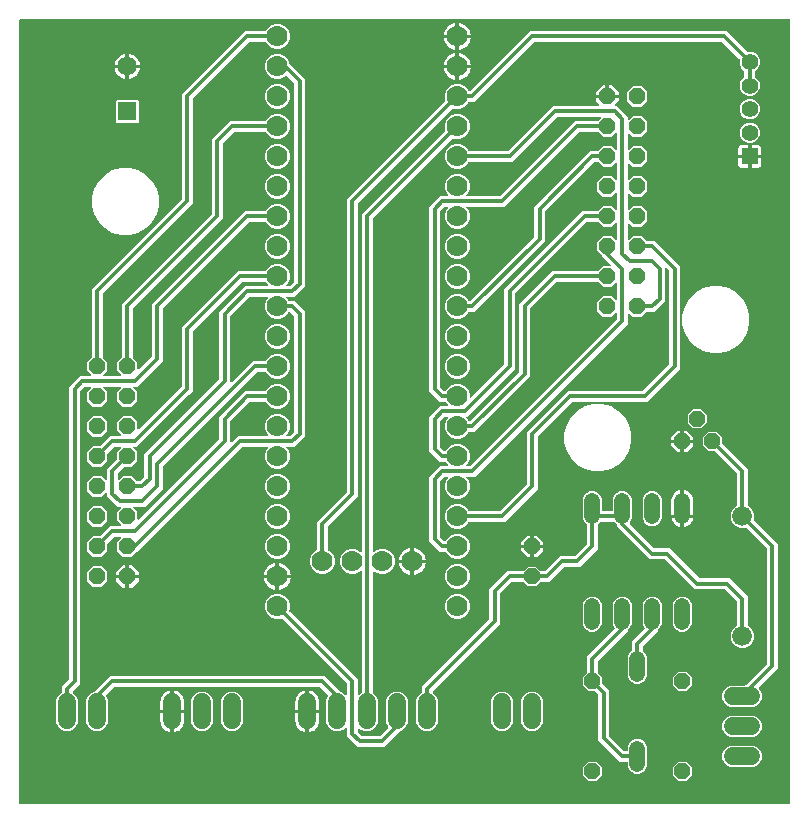
<source format=gtl>
G04 EAGLE Gerber RS-274X export*
G75*
%MOMM*%
%FSLAX34Y34*%
%LPD*%
%INTop Copper*%
%IPPOS*%
%AMOC8*
5,1,8,0,0,1.08239X$1,22.5*%
G01*
%ADD10P,1.429621X8X112.500000*%
%ADD11C,1.320800*%
%ADD12C,1.676400*%
%ADD13R,1.650000X1.650000*%
%ADD14C,1.650000*%
%ADD15C,1.524000*%
%ADD16P,1.429621X8X292.500000*%
%ADD17P,1.429621X8X22.500000*%
%ADD18C,1.778000*%
%ADD19P,1.539592X8X112.500000*%
%ADD20P,1.539592X8X292.500000*%
%ADD21R,1.408000X1.408000*%
%ADD22C,1.408000*%
%ADD23C,0.304800*%
%ADD24C,0.756400*%

G36*
X661998Y289564D02*
X661998Y289564D01*
X662017Y289562D01*
X662119Y289584D01*
X662221Y289600D01*
X662238Y289610D01*
X662258Y289614D01*
X662347Y289667D01*
X662438Y289716D01*
X662452Y289730D01*
X662469Y289740D01*
X662536Y289819D01*
X662608Y289894D01*
X662616Y289912D01*
X662629Y289927D01*
X662668Y290023D01*
X662711Y290117D01*
X662713Y290137D01*
X662721Y290155D01*
X662739Y290322D01*
X662739Y953518D01*
X662736Y953538D01*
X662738Y953557D01*
X662716Y953659D01*
X662700Y953761D01*
X662690Y953778D01*
X662686Y953798D01*
X662633Y953887D01*
X662584Y953978D01*
X662570Y953992D01*
X662560Y954009D01*
X662481Y954076D01*
X662406Y954148D01*
X662388Y954156D01*
X662373Y954169D01*
X662277Y954208D01*
X662183Y954251D01*
X662163Y954253D01*
X662145Y954261D01*
X661978Y954279D01*
X10922Y954279D01*
X10902Y954276D01*
X10883Y954278D01*
X10781Y954256D01*
X10679Y954240D01*
X10662Y954230D01*
X10642Y954226D01*
X10553Y954173D01*
X10462Y954124D01*
X10448Y954110D01*
X10431Y954100D01*
X10364Y954021D01*
X10292Y953946D01*
X10284Y953928D01*
X10271Y953913D01*
X10232Y953817D01*
X10189Y953723D01*
X10187Y953703D01*
X10179Y953685D01*
X10161Y953518D01*
X10161Y290322D01*
X10164Y290302D01*
X10162Y290283D01*
X10184Y290181D01*
X10200Y290079D01*
X10210Y290062D01*
X10214Y290042D01*
X10267Y289953D01*
X10316Y289862D01*
X10330Y289848D01*
X10340Y289831D01*
X10419Y289764D01*
X10494Y289692D01*
X10512Y289684D01*
X10527Y289671D01*
X10623Y289632D01*
X10717Y289589D01*
X10737Y289587D01*
X10755Y289579D01*
X10922Y289561D01*
X661978Y289561D01*
X661998Y289564D01*
G37*
%LPC*%
G36*
X378928Y497585D02*
X378928Y497585D01*
X375100Y499171D01*
X372171Y502100D01*
X371816Y502957D01*
X371754Y503057D01*
X371694Y503157D01*
X371690Y503161D01*
X371686Y503166D01*
X371596Y503241D01*
X371507Y503317D01*
X371502Y503319D01*
X371497Y503323D01*
X371388Y503365D01*
X371279Y503409D01*
X371272Y503410D01*
X371267Y503411D01*
X371249Y503412D01*
X371113Y503427D01*
X366406Y503427D01*
X357377Y512456D01*
X357377Y567044D01*
X366406Y576073D01*
X372561Y576073D01*
X372632Y576084D01*
X372703Y576086D01*
X372752Y576104D01*
X372804Y576112D01*
X372867Y576146D01*
X372934Y576171D01*
X372975Y576203D01*
X373021Y576228D01*
X373070Y576280D01*
X373126Y576324D01*
X373154Y576368D01*
X373190Y576406D01*
X373221Y576471D01*
X373259Y576531D01*
X373272Y576582D01*
X373294Y576629D01*
X373302Y576700D01*
X373319Y576770D01*
X373315Y576822D01*
X373321Y576873D01*
X373306Y576944D01*
X373300Y577015D01*
X373280Y577063D01*
X373269Y577114D01*
X373232Y577175D01*
X373204Y577241D01*
X373159Y577297D01*
X373143Y577325D01*
X373125Y577340D01*
X373099Y577372D01*
X372171Y578300D01*
X371816Y579157D01*
X371754Y579257D01*
X371694Y579357D01*
X371690Y579361D01*
X371686Y579366D01*
X371596Y579441D01*
X371507Y579517D01*
X371502Y579519D01*
X371497Y579523D01*
X371388Y579565D01*
X371279Y579609D01*
X371272Y579610D01*
X371267Y579611D01*
X371249Y579612D01*
X371113Y579627D01*
X366406Y579627D01*
X357377Y588656D01*
X357377Y617844D01*
X366406Y626873D01*
X372561Y626873D01*
X372632Y626884D01*
X372703Y626886D01*
X372752Y626904D01*
X372804Y626912D01*
X372867Y626946D01*
X372934Y626971D01*
X372975Y627003D01*
X373021Y627028D01*
X373070Y627080D01*
X373126Y627124D01*
X373154Y627168D01*
X373190Y627206D01*
X373221Y627271D01*
X373259Y627331D01*
X373272Y627382D01*
X373294Y627429D01*
X373302Y627500D01*
X373319Y627570D01*
X373315Y627622D01*
X373321Y627673D01*
X373306Y627744D01*
X373300Y627815D01*
X373280Y627863D01*
X373269Y627914D01*
X373232Y627975D01*
X373204Y628041D01*
X373159Y628097D01*
X373143Y628125D01*
X373125Y628140D01*
X373099Y628172D01*
X372171Y629100D01*
X371816Y629957D01*
X371754Y630057D01*
X371694Y630157D01*
X371690Y630161D01*
X371686Y630166D01*
X371596Y630241D01*
X371507Y630317D01*
X371502Y630319D01*
X371497Y630323D01*
X371388Y630365D01*
X371279Y630409D01*
X371272Y630410D01*
X371267Y630411D01*
X371249Y630412D01*
X371113Y630427D01*
X366406Y630427D01*
X357377Y639456D01*
X357377Y795644D01*
X360279Y798546D01*
X363504Y801771D01*
X366406Y804673D01*
X372561Y804673D01*
X372632Y804684D01*
X372703Y804686D01*
X372752Y804704D01*
X372804Y804712D01*
X372867Y804746D01*
X372934Y804771D01*
X372975Y804803D01*
X373021Y804828D01*
X373070Y804880D01*
X373126Y804924D01*
X373154Y804968D01*
X373190Y805006D01*
X373221Y805071D01*
X373259Y805131D01*
X373272Y805182D01*
X373294Y805229D01*
X373302Y805300D01*
X373319Y805370D01*
X373315Y805422D01*
X373321Y805473D01*
X373306Y805544D01*
X373300Y805615D01*
X373280Y805663D01*
X373269Y805714D01*
X373232Y805775D01*
X373204Y805841D01*
X373159Y805897D01*
X373143Y805925D01*
X373125Y805940D01*
X373099Y805972D01*
X372171Y806900D01*
X370585Y810728D01*
X370585Y814872D01*
X372171Y818700D01*
X375100Y821629D01*
X378928Y823215D01*
X383072Y823215D01*
X386900Y821629D01*
X389829Y818700D01*
X391415Y814872D01*
X391415Y810728D01*
X389829Y806900D01*
X388901Y805972D01*
X388859Y805914D01*
X388810Y805862D01*
X388788Y805815D01*
X388757Y805773D01*
X388736Y805704D01*
X388706Y805639D01*
X388700Y805587D01*
X388685Y805537D01*
X388687Y805466D01*
X388679Y805395D01*
X388690Y805344D01*
X388691Y805292D01*
X388716Y805224D01*
X388731Y805154D01*
X388758Y805109D01*
X388776Y805061D01*
X388821Y805005D01*
X388857Y804943D01*
X388897Y804909D01*
X388930Y804869D01*
X388990Y804830D01*
X389044Y804783D01*
X389093Y804764D01*
X389136Y804736D01*
X389206Y804718D01*
X389272Y804691D01*
X389344Y804683D01*
X389375Y804675D01*
X389398Y804677D01*
X389439Y804673D01*
X416891Y804673D01*
X416981Y804687D01*
X417072Y804695D01*
X417101Y804707D01*
X417133Y804712D01*
X417214Y804755D01*
X417298Y804791D01*
X417330Y804817D01*
X417351Y804828D01*
X417373Y804851D01*
X417429Y804896D01*
X480706Y868173D01*
X500043Y868173D01*
X500133Y868187D01*
X500224Y868195D01*
X500254Y868207D01*
X500286Y868212D01*
X500366Y868255D01*
X500451Y868291D01*
X500483Y868317D01*
X500503Y868328D01*
X500525Y868351D01*
X500582Y868396D01*
X502614Y870428D01*
X502655Y870486D01*
X502705Y870538D01*
X502727Y870585D01*
X502757Y870627D01*
X502778Y870696D01*
X502808Y870761D01*
X502814Y870813D01*
X502829Y870863D01*
X502828Y870934D01*
X502836Y871005D01*
X502824Y871056D01*
X502823Y871108D01*
X502798Y871176D01*
X502783Y871246D01*
X502757Y871291D01*
X502739Y871339D01*
X502694Y871395D01*
X502657Y871457D01*
X502618Y871491D01*
X502585Y871531D01*
X502525Y871570D01*
X502470Y871617D01*
X502422Y871636D01*
X502378Y871664D01*
X502309Y871682D01*
X502242Y871709D01*
X502171Y871717D01*
X502140Y871725D01*
X502116Y871723D01*
X502075Y871727D01*
X465759Y871727D01*
X465669Y871713D01*
X465578Y871705D01*
X465549Y871693D01*
X465517Y871688D01*
X465436Y871645D01*
X465352Y871609D01*
X465320Y871583D01*
X465299Y871572D01*
X465277Y871549D01*
X465221Y871504D01*
X427344Y833627D01*
X390887Y833627D01*
X390773Y833608D01*
X390656Y833591D01*
X390651Y833589D01*
X390645Y833588D01*
X390542Y833533D01*
X390437Y833480D01*
X390433Y833475D01*
X390427Y833472D01*
X390347Y833388D01*
X390265Y833304D01*
X390261Y833298D01*
X390258Y833294D01*
X390250Y833277D01*
X390184Y833157D01*
X389829Y832300D01*
X386900Y829371D01*
X383072Y827785D01*
X378928Y827785D01*
X375100Y829371D01*
X372171Y832300D01*
X370585Y836128D01*
X370585Y840272D01*
X372171Y844100D01*
X375100Y847029D01*
X378928Y848615D01*
X383072Y848615D01*
X386900Y847029D01*
X389829Y844100D01*
X390184Y843243D01*
X390246Y843143D01*
X390306Y843043D01*
X390310Y843039D01*
X390314Y843034D01*
X390404Y842959D01*
X390493Y842883D01*
X390498Y842881D01*
X390503Y842877D01*
X390612Y842835D01*
X390721Y842791D01*
X390728Y842790D01*
X390733Y842789D01*
X390751Y842788D01*
X390887Y842773D01*
X423241Y842773D01*
X423331Y842787D01*
X423422Y842795D01*
X423451Y842807D01*
X423483Y842812D01*
X423564Y842855D01*
X423648Y842891D01*
X423680Y842917D01*
X423701Y842928D01*
X423723Y842951D01*
X423779Y842996D01*
X461656Y880873D01*
X500638Y880873D01*
X500709Y880884D01*
X500781Y880886D01*
X500830Y880904D01*
X500881Y880912D01*
X500945Y880946D01*
X501012Y880971D01*
X501053Y881003D01*
X501099Y881028D01*
X501148Y881080D01*
X501204Y881124D01*
X501232Y881168D01*
X501268Y881206D01*
X501298Y881271D01*
X501337Y881331D01*
X501350Y881382D01*
X501372Y881429D01*
X501379Y881500D01*
X501397Y881570D01*
X501393Y881622D01*
X501399Y881673D01*
X501383Y881744D01*
X501378Y881815D01*
X501358Y881863D01*
X501346Y881914D01*
X501310Y881975D01*
X501282Y882041D01*
X501237Y882097D01*
X501220Y882125D01*
X501202Y882140D01*
X501177Y882172D01*
X498347Y885002D01*
X498347Y887477D01*
X507238Y887477D01*
X507258Y887480D01*
X507277Y887478D01*
X507379Y887500D01*
X507481Y887517D01*
X507498Y887526D01*
X507518Y887530D01*
X507607Y887583D01*
X507698Y887632D01*
X507712Y887646D01*
X507729Y887656D01*
X507796Y887735D01*
X507867Y887810D01*
X507876Y887828D01*
X507889Y887843D01*
X507927Y887939D01*
X507971Y888033D01*
X507973Y888053D01*
X507981Y888071D01*
X507999Y888238D01*
X507999Y889001D01*
X508001Y889001D01*
X508001Y888238D01*
X508004Y888218D01*
X508002Y888199D01*
X508024Y888097D01*
X508041Y887995D01*
X508050Y887978D01*
X508054Y887958D01*
X508107Y887869D01*
X508156Y887778D01*
X508170Y887764D01*
X508180Y887747D01*
X508259Y887680D01*
X508334Y887609D01*
X508352Y887600D01*
X508367Y887587D01*
X508463Y887548D01*
X508557Y887505D01*
X508577Y887503D01*
X508595Y887495D01*
X508762Y887477D01*
X517653Y887477D01*
X517653Y885002D01*
X514823Y882172D01*
X514781Y882114D01*
X514732Y882062D01*
X514710Y882015D01*
X514680Y881973D01*
X514659Y881904D01*
X514628Y881839D01*
X514623Y881787D01*
X514607Y881737D01*
X514609Y881666D01*
X514601Y881595D01*
X514612Y881544D01*
X514614Y881492D01*
X514638Y881424D01*
X514654Y881354D01*
X514680Y881309D01*
X514698Y881261D01*
X514743Y881205D01*
X514780Y881143D01*
X514819Y881109D01*
X514852Y881069D01*
X514912Y881030D01*
X514967Y880983D01*
X515015Y880964D01*
X515059Y880936D01*
X515128Y880918D01*
X515195Y880891D01*
X515266Y880883D01*
X515297Y880875D01*
X515321Y880877D01*
X515362Y880873D01*
X516244Y880873D01*
X519146Y877971D01*
X522371Y874746D01*
X525273Y871844D01*
X525273Y869525D01*
X525284Y869454D01*
X525286Y869382D01*
X525304Y869333D01*
X525312Y869282D01*
X525346Y869219D01*
X525371Y869151D01*
X525403Y869111D01*
X525428Y869065D01*
X525480Y869015D01*
X525524Y868959D01*
X525568Y868931D01*
X525606Y868895D01*
X525671Y868865D01*
X525731Y868826D01*
X525782Y868814D01*
X525829Y868792D01*
X525900Y868784D01*
X525970Y868766D01*
X526022Y868770D01*
X526073Y868764D01*
X526144Y868780D01*
X526215Y868785D01*
X526263Y868806D01*
X526314Y868817D01*
X526375Y868854D01*
X526441Y868882D01*
X526497Y868926D01*
X526525Y868943D01*
X526540Y868961D01*
X526572Y868986D01*
X529823Y872237D01*
X536977Y872237D01*
X542037Y867177D01*
X542037Y860023D01*
X536977Y854963D01*
X529823Y854963D01*
X526572Y858214D01*
X526514Y858255D01*
X526462Y858305D01*
X526415Y858327D01*
X526373Y858357D01*
X526304Y858378D01*
X526239Y858408D01*
X526187Y858414D01*
X526137Y858429D01*
X526066Y858428D01*
X525995Y858436D01*
X525944Y858424D01*
X525892Y858423D01*
X525824Y858398D01*
X525754Y858383D01*
X525709Y858357D01*
X525661Y858339D01*
X525605Y858294D01*
X525543Y858257D01*
X525509Y858218D01*
X525469Y858185D01*
X525430Y858125D01*
X525383Y858070D01*
X525364Y858022D01*
X525336Y857978D01*
X525318Y857909D01*
X525291Y857842D01*
X525283Y857771D01*
X525275Y857740D01*
X525277Y857716D01*
X525273Y857675D01*
X525273Y844125D01*
X525284Y844054D01*
X525286Y843982D01*
X525304Y843933D01*
X525312Y843882D01*
X525346Y843819D01*
X525371Y843751D01*
X525403Y843711D01*
X525428Y843665D01*
X525480Y843615D01*
X525524Y843559D01*
X525568Y843531D01*
X525606Y843495D01*
X525671Y843465D01*
X525731Y843426D01*
X525782Y843414D01*
X525829Y843392D01*
X525900Y843384D01*
X525970Y843366D01*
X526022Y843370D01*
X526073Y843364D01*
X526144Y843380D01*
X526215Y843385D01*
X526263Y843406D01*
X526314Y843417D01*
X526375Y843454D01*
X526441Y843482D01*
X526497Y843526D01*
X526525Y843543D01*
X526540Y843561D01*
X526572Y843586D01*
X529823Y846837D01*
X536977Y846837D01*
X542037Y841777D01*
X542037Y834623D01*
X536977Y829563D01*
X529823Y829563D01*
X526572Y832814D01*
X526514Y832855D01*
X526462Y832905D01*
X526415Y832927D01*
X526373Y832957D01*
X526304Y832978D01*
X526239Y833008D01*
X526187Y833014D01*
X526137Y833029D01*
X526066Y833028D01*
X525995Y833036D01*
X525944Y833024D01*
X525892Y833023D01*
X525824Y832998D01*
X525754Y832983D01*
X525709Y832957D01*
X525661Y832939D01*
X525605Y832894D01*
X525543Y832857D01*
X525509Y832818D01*
X525469Y832785D01*
X525430Y832725D01*
X525383Y832670D01*
X525364Y832622D01*
X525336Y832578D01*
X525318Y832509D01*
X525291Y832442D01*
X525283Y832371D01*
X525275Y832340D01*
X525277Y832316D01*
X525273Y832275D01*
X525273Y818725D01*
X525284Y818654D01*
X525286Y818582D01*
X525304Y818533D01*
X525312Y818482D01*
X525346Y818419D01*
X525371Y818351D01*
X525403Y818311D01*
X525428Y818265D01*
X525480Y818215D01*
X525524Y818159D01*
X525568Y818131D01*
X525606Y818095D01*
X525671Y818065D01*
X525731Y818026D01*
X525782Y818014D01*
X525829Y817992D01*
X525900Y817984D01*
X525970Y817966D01*
X526022Y817970D01*
X526073Y817964D01*
X526144Y817980D01*
X526215Y817985D01*
X526263Y818006D01*
X526314Y818017D01*
X526375Y818054D01*
X526441Y818082D01*
X526497Y818126D01*
X526525Y818143D01*
X526540Y818161D01*
X526572Y818186D01*
X529823Y821437D01*
X536977Y821437D01*
X542037Y816377D01*
X542037Y809223D01*
X536977Y804163D01*
X529823Y804163D01*
X526572Y807414D01*
X526514Y807455D01*
X526462Y807505D01*
X526415Y807527D01*
X526373Y807557D01*
X526304Y807578D01*
X526239Y807608D01*
X526187Y807614D01*
X526137Y807629D01*
X526066Y807628D01*
X525995Y807636D01*
X525944Y807624D01*
X525892Y807623D01*
X525824Y807598D01*
X525754Y807583D01*
X525709Y807557D01*
X525661Y807539D01*
X525605Y807494D01*
X525543Y807457D01*
X525509Y807418D01*
X525469Y807385D01*
X525430Y807325D01*
X525383Y807270D01*
X525364Y807222D01*
X525336Y807178D01*
X525318Y807109D01*
X525291Y807042D01*
X525283Y806971D01*
X525275Y806940D01*
X525277Y806916D01*
X525273Y806875D01*
X525273Y793325D01*
X525284Y793254D01*
X525286Y793182D01*
X525304Y793133D01*
X525312Y793082D01*
X525346Y793019D01*
X525371Y792951D01*
X525403Y792911D01*
X525428Y792865D01*
X525480Y792815D01*
X525524Y792759D01*
X525568Y792731D01*
X525606Y792695D01*
X525671Y792665D01*
X525731Y792626D01*
X525782Y792614D01*
X525829Y792592D01*
X525900Y792584D01*
X525970Y792566D01*
X526022Y792570D01*
X526073Y792564D01*
X526144Y792580D01*
X526215Y792585D01*
X526263Y792606D01*
X526314Y792617D01*
X526375Y792654D01*
X526441Y792682D01*
X526497Y792726D01*
X526525Y792743D01*
X526540Y792761D01*
X526572Y792786D01*
X529823Y796037D01*
X536977Y796037D01*
X542037Y790977D01*
X542037Y783823D01*
X536977Y778763D01*
X529823Y778763D01*
X526572Y782014D01*
X526514Y782055D01*
X526462Y782105D01*
X526415Y782127D01*
X526373Y782157D01*
X526304Y782178D01*
X526239Y782208D01*
X526187Y782214D01*
X526137Y782229D01*
X526066Y782228D01*
X525995Y782236D01*
X525944Y782224D01*
X525892Y782223D01*
X525824Y782198D01*
X525754Y782183D01*
X525709Y782157D01*
X525661Y782139D01*
X525605Y782094D01*
X525543Y782057D01*
X525509Y782018D01*
X525469Y781985D01*
X525430Y781925D01*
X525383Y781870D01*
X525364Y781822D01*
X525336Y781778D01*
X525318Y781709D01*
X525291Y781642D01*
X525283Y781571D01*
X525275Y781540D01*
X525277Y781516D01*
X525273Y781475D01*
X525273Y767925D01*
X525284Y767854D01*
X525286Y767782D01*
X525304Y767733D01*
X525312Y767682D01*
X525346Y767619D01*
X525371Y767551D01*
X525403Y767511D01*
X525428Y767465D01*
X525480Y767415D01*
X525524Y767359D01*
X525568Y767331D01*
X525606Y767295D01*
X525671Y767265D01*
X525731Y767226D01*
X525782Y767214D01*
X525829Y767192D01*
X525900Y767184D01*
X525970Y767166D01*
X526022Y767170D01*
X526073Y767164D01*
X526144Y767180D01*
X526215Y767185D01*
X526263Y767206D01*
X526314Y767217D01*
X526375Y767254D01*
X526441Y767282D01*
X526497Y767326D01*
X526525Y767343D01*
X526540Y767361D01*
X526572Y767386D01*
X529823Y770637D01*
X536977Y770637D01*
X540818Y766796D01*
X540892Y766743D01*
X540962Y766683D01*
X540992Y766671D01*
X541018Y766652D01*
X541105Y766625D01*
X541190Y766591D01*
X541231Y766587D01*
X541253Y766580D01*
X541285Y766581D01*
X541357Y766573D01*
X547994Y766573D01*
X569723Y744844D01*
X569723Y658506D01*
X541644Y630427D01*
X478459Y630427D01*
X478369Y630413D01*
X478278Y630405D01*
X478249Y630393D01*
X478217Y630388D01*
X478136Y630345D01*
X478052Y630309D01*
X478020Y630283D01*
X477999Y630272D01*
X477977Y630249D01*
X477921Y630204D01*
X449296Y601579D01*
X449243Y601505D01*
X449183Y601435D01*
X449171Y601405D01*
X449152Y601379D01*
X449125Y601292D01*
X449091Y601207D01*
X449087Y601166D01*
X449080Y601144D01*
X449081Y601112D01*
X449073Y601041D01*
X449073Y556906D01*
X420994Y528827D01*
X390887Y528827D01*
X390773Y528808D01*
X390656Y528791D01*
X390651Y528789D01*
X390645Y528788D01*
X390542Y528733D01*
X390437Y528680D01*
X390433Y528675D01*
X390427Y528672D01*
X390347Y528588D01*
X390265Y528504D01*
X390261Y528498D01*
X390258Y528494D01*
X390250Y528477D01*
X390184Y528357D01*
X389829Y527500D01*
X386900Y524571D01*
X383072Y522985D01*
X378928Y522985D01*
X375100Y524571D01*
X372171Y527500D01*
X370585Y531328D01*
X370585Y535472D01*
X372171Y539300D01*
X375100Y542229D01*
X378928Y543815D01*
X383072Y543815D01*
X386900Y542229D01*
X389829Y539300D01*
X390184Y538443D01*
X390246Y538343D01*
X390306Y538243D01*
X390310Y538239D01*
X390314Y538234D01*
X390404Y538159D01*
X390493Y538083D01*
X390498Y538081D01*
X390503Y538077D01*
X390612Y538035D01*
X390721Y537991D01*
X390728Y537990D01*
X390733Y537989D01*
X390751Y537988D01*
X390887Y537973D01*
X416891Y537973D01*
X416981Y537987D01*
X417072Y537995D01*
X417101Y538007D01*
X417133Y538012D01*
X417214Y538055D01*
X417298Y538091D01*
X417330Y538117D01*
X417351Y538128D01*
X417373Y538151D01*
X417429Y538196D01*
X439704Y560471D01*
X439757Y560545D01*
X439817Y560615D01*
X439829Y560645D01*
X439848Y560671D01*
X439875Y560758D01*
X439909Y560843D01*
X439913Y560884D01*
X439920Y560906D01*
X439919Y560938D01*
X439927Y561009D01*
X439927Y605144D01*
X474356Y639573D01*
X537541Y639573D01*
X537631Y639587D01*
X537722Y639595D01*
X537751Y639607D01*
X537783Y639612D01*
X537864Y639655D01*
X537948Y639691D01*
X537980Y639717D01*
X538001Y639728D01*
X538023Y639751D01*
X538079Y639796D01*
X560354Y662071D01*
X560402Y662137D01*
X560409Y662145D01*
X560411Y662150D01*
X560467Y662215D01*
X560479Y662245D01*
X560498Y662271D01*
X560525Y662358D01*
X560559Y662443D01*
X560563Y662484D01*
X560570Y662506D01*
X560569Y662538D01*
X560577Y662609D01*
X560577Y740741D01*
X560563Y740831D01*
X560555Y740922D01*
X560543Y740951D01*
X560538Y740983D01*
X560495Y741064D01*
X560459Y741148D01*
X560433Y741180D01*
X560422Y741201D01*
X560399Y741223D01*
X560354Y741279D01*
X558322Y743311D01*
X558264Y743353D01*
X558212Y743402D01*
X558165Y743424D01*
X558123Y743454D01*
X558054Y743476D01*
X557989Y743506D01*
X557937Y743511D01*
X557887Y743527D01*
X557816Y743525D01*
X557745Y743533D01*
X557694Y743522D01*
X557642Y743520D01*
X557574Y743496D01*
X557504Y743481D01*
X557459Y743454D01*
X557411Y743436D01*
X557355Y743391D01*
X557293Y743354D01*
X557259Y743315D01*
X557219Y743282D01*
X557180Y743222D01*
X557133Y743168D01*
X557114Y743119D01*
X557086Y743075D01*
X557068Y743006D01*
X557041Y742939D01*
X557033Y742868D01*
X557025Y742837D01*
X557027Y742814D01*
X557023Y742773D01*
X557023Y715656D01*
X547994Y706627D01*
X541357Y706627D01*
X541267Y706613D01*
X541176Y706605D01*
X541146Y706593D01*
X541114Y706588D01*
X541033Y706545D01*
X540949Y706509D01*
X540917Y706483D01*
X540897Y706472D01*
X540874Y706449D01*
X540818Y706404D01*
X536977Y702563D01*
X529823Y702563D01*
X526572Y705814D01*
X526514Y705855D01*
X526462Y705905D01*
X526415Y705927D01*
X526373Y705957D01*
X526304Y705978D01*
X526239Y706008D01*
X526187Y706014D01*
X526137Y706029D01*
X526066Y706028D01*
X525995Y706036D01*
X525944Y706024D01*
X525892Y706023D01*
X525824Y705998D01*
X525754Y705983D01*
X525709Y705957D01*
X525661Y705939D01*
X525605Y705894D01*
X525543Y705857D01*
X525509Y705818D01*
X525469Y705785D01*
X525430Y705725D01*
X525383Y705670D01*
X525364Y705622D01*
X525336Y705578D01*
X525318Y705509D01*
X525291Y705442D01*
X525283Y705371D01*
X525275Y705340D01*
X525277Y705316D01*
X525273Y705275D01*
X525273Y696606D01*
X395594Y566927D01*
X389439Y566927D01*
X389368Y566916D01*
X389297Y566914D01*
X389248Y566896D01*
X389196Y566888D01*
X389133Y566854D01*
X389066Y566829D01*
X389025Y566797D01*
X388979Y566772D01*
X388930Y566720D01*
X388874Y566676D01*
X388846Y566632D01*
X388810Y566594D01*
X388779Y566529D01*
X388741Y566469D01*
X388728Y566418D01*
X388706Y566371D01*
X388698Y566300D01*
X388681Y566230D01*
X388685Y566178D01*
X388679Y566127D01*
X388694Y566056D01*
X388700Y565985D01*
X388720Y565937D01*
X388731Y565886D01*
X388768Y565825D01*
X388796Y565759D01*
X388841Y565703D01*
X388857Y565675D01*
X388875Y565660D01*
X388901Y565628D01*
X389829Y564700D01*
X391415Y560872D01*
X391415Y556728D01*
X389829Y552900D01*
X386900Y549971D01*
X383072Y548385D01*
X378928Y548385D01*
X375100Y549971D01*
X372171Y552900D01*
X370585Y556728D01*
X370585Y560872D01*
X372171Y564700D01*
X373099Y565628D01*
X373141Y565686D01*
X373190Y565738D01*
X373212Y565785D01*
X373243Y565827D01*
X373264Y565896D01*
X373294Y565961D01*
X373300Y566013D01*
X373315Y566063D01*
X373313Y566134D01*
X373321Y566205D01*
X373310Y566256D01*
X373309Y566308D01*
X373284Y566376D01*
X373269Y566446D01*
X373242Y566491D01*
X373224Y566539D01*
X373179Y566595D01*
X373143Y566657D01*
X373103Y566691D01*
X373070Y566731D01*
X373010Y566770D01*
X372956Y566817D01*
X372907Y566836D01*
X372864Y566864D01*
X372794Y566882D01*
X372728Y566909D01*
X372656Y566917D01*
X372625Y566925D01*
X372602Y566923D01*
X372561Y566927D01*
X370509Y566927D01*
X370419Y566913D01*
X370328Y566905D01*
X370299Y566893D01*
X370267Y566888D01*
X370186Y566845D01*
X370102Y566809D01*
X370070Y566783D01*
X370049Y566772D01*
X370027Y566749D01*
X369971Y566704D01*
X366746Y563479D01*
X366693Y563405D01*
X366633Y563335D01*
X366621Y563305D01*
X366602Y563279D01*
X366575Y563192D01*
X366541Y563107D01*
X366537Y563066D01*
X366530Y563044D01*
X366531Y563012D01*
X366523Y562941D01*
X366523Y516559D01*
X366537Y516469D01*
X366545Y516378D01*
X366557Y516349D01*
X366562Y516317D01*
X366605Y516236D01*
X366641Y516152D01*
X366667Y516120D01*
X366678Y516099D01*
X366701Y516077D01*
X366746Y516021D01*
X369971Y512796D01*
X370045Y512743D01*
X370115Y512683D01*
X370145Y512671D01*
X370171Y512652D01*
X370258Y512625D01*
X370343Y512591D01*
X370384Y512587D01*
X370406Y512580D01*
X370438Y512581D01*
X370509Y512573D01*
X371113Y512573D01*
X371227Y512592D01*
X371344Y512609D01*
X371349Y512611D01*
X371355Y512612D01*
X371458Y512667D01*
X371563Y512720D01*
X371567Y512725D01*
X371573Y512728D01*
X371652Y512811D01*
X371735Y512896D01*
X371739Y512902D01*
X371742Y512906D01*
X371750Y512923D01*
X371816Y513043D01*
X372171Y513900D01*
X375100Y516829D01*
X378928Y518415D01*
X383072Y518415D01*
X386900Y516829D01*
X389829Y513900D01*
X391415Y510072D01*
X391415Y505928D01*
X389829Y502100D01*
X386900Y499171D01*
X383072Y497585D01*
X378928Y497585D01*
G37*
%LPD*%
%LPC*%
G36*
X72623Y499363D02*
X72623Y499363D01*
X67563Y504423D01*
X67563Y511577D01*
X72623Y516637D01*
X78055Y516637D01*
X78145Y516651D01*
X78236Y516659D01*
X78265Y516671D01*
X78297Y516676D01*
X78378Y516719D01*
X78462Y516755D01*
X78494Y516781D01*
X78515Y516792D01*
X78537Y516815D01*
X78593Y516860D01*
X84104Y522371D01*
X87006Y525273D01*
X95675Y525273D01*
X95746Y525284D01*
X95818Y525286D01*
X95867Y525304D01*
X95918Y525312D01*
X95981Y525346D01*
X96049Y525371D01*
X96089Y525403D01*
X96135Y525428D01*
X96185Y525480D01*
X96241Y525524D01*
X96269Y525568D01*
X96305Y525606D01*
X96335Y525671D01*
X96374Y525731D01*
X96386Y525782D01*
X96408Y525829D01*
X96416Y525900D01*
X96434Y525970D01*
X96430Y526022D01*
X96436Y526073D01*
X96420Y526144D01*
X96415Y526215D01*
X96394Y526263D01*
X96383Y526314D01*
X96346Y526375D01*
X96318Y526441D01*
X96274Y526497D01*
X96257Y526525D01*
X96239Y526540D01*
X96214Y526572D01*
X92963Y529823D01*
X92963Y536977D01*
X96214Y540228D01*
X96255Y540286D01*
X96305Y540338D01*
X96327Y540385D01*
X96357Y540427D01*
X96378Y540496D01*
X96408Y540561D01*
X96414Y540613D01*
X96429Y540663D01*
X96428Y540734D01*
X96436Y540805D01*
X96424Y540856D01*
X96423Y540908D01*
X96398Y540976D01*
X96383Y541046D01*
X96357Y541091D01*
X96339Y541139D01*
X96294Y541195D01*
X96257Y541257D01*
X96218Y541291D01*
X96185Y541331D01*
X96125Y541370D01*
X96070Y541417D01*
X96022Y541436D01*
X95978Y541464D01*
X95909Y541482D01*
X95842Y541509D01*
X95771Y541517D01*
X95740Y541525D01*
X95716Y541523D01*
X95675Y541527D01*
X93356Y541527D01*
X84327Y550556D01*
X84327Y552875D01*
X84316Y552946D01*
X84314Y553018D01*
X84296Y553067D01*
X84288Y553118D01*
X84254Y553181D01*
X84229Y553249D01*
X84197Y553289D01*
X84172Y553335D01*
X84120Y553385D01*
X84076Y553441D01*
X84032Y553469D01*
X83994Y553505D01*
X83929Y553535D01*
X83869Y553574D01*
X83818Y553586D01*
X83771Y553608D01*
X83700Y553616D01*
X83630Y553634D01*
X83578Y553630D01*
X83527Y553636D01*
X83456Y553620D01*
X83385Y553615D01*
X83337Y553594D01*
X83286Y553583D01*
X83225Y553546D01*
X83159Y553518D01*
X83103Y553474D01*
X83075Y553457D01*
X83060Y553439D01*
X83028Y553414D01*
X79777Y550163D01*
X72623Y550163D01*
X67563Y555223D01*
X67563Y562377D01*
X72623Y567437D01*
X79777Y567437D01*
X83028Y564186D01*
X83086Y564145D01*
X83138Y564095D01*
X83185Y564073D01*
X83227Y564043D01*
X83296Y564022D01*
X83361Y563992D01*
X83413Y563986D01*
X83463Y563971D01*
X83534Y563972D01*
X83605Y563964D01*
X83656Y563976D01*
X83708Y563977D01*
X83776Y564002D01*
X83846Y564017D01*
X83891Y564043D01*
X83939Y564061D01*
X83995Y564106D01*
X84057Y564143D01*
X84091Y564182D01*
X84131Y564215D01*
X84170Y564275D01*
X84217Y564330D01*
X84236Y564378D01*
X84264Y564422D01*
X84282Y564491D01*
X84309Y564558D01*
X84317Y564629D01*
X84325Y564660D01*
X84323Y564684D01*
X84327Y564725D01*
X84327Y573394D01*
X87229Y576296D01*
X92740Y581807D01*
X92793Y581881D01*
X92853Y581951D01*
X92865Y581981D01*
X92884Y582007D01*
X92911Y582094D01*
X92945Y582179D01*
X92949Y582220D01*
X92956Y582242D01*
X92955Y582274D01*
X92963Y582345D01*
X92963Y587777D01*
X96214Y591028D01*
X96255Y591086D01*
X96305Y591138D01*
X96327Y591185D01*
X96357Y591227D01*
X96378Y591296D01*
X96408Y591361D01*
X96414Y591413D01*
X96429Y591463D01*
X96428Y591534D01*
X96436Y591605D01*
X96424Y591656D01*
X96423Y591708D01*
X96398Y591776D01*
X96383Y591846D01*
X96357Y591891D01*
X96339Y591939D01*
X96294Y591995D01*
X96257Y592057D01*
X96218Y592091D01*
X96185Y592131D01*
X96125Y592170D01*
X96070Y592217D01*
X96022Y592236D01*
X95978Y592264D01*
X95909Y592282D01*
X95842Y592309D01*
X95771Y592317D01*
X95740Y592325D01*
X95716Y592323D01*
X95675Y592327D01*
X91109Y592327D01*
X91019Y592313D01*
X90928Y592305D01*
X90899Y592293D01*
X90867Y592288D01*
X90786Y592245D01*
X90702Y592209D01*
X90670Y592183D01*
X90649Y592172D01*
X90627Y592149D01*
X90571Y592104D01*
X85060Y586593D01*
X85007Y586519D01*
X84947Y586449D01*
X84935Y586419D01*
X84916Y586393D01*
X84889Y586306D01*
X84855Y586221D01*
X84851Y586180D01*
X84844Y586158D01*
X84845Y586126D01*
X84837Y586055D01*
X84837Y580623D01*
X79777Y575563D01*
X72623Y575563D01*
X67563Y580623D01*
X67563Y587777D01*
X72623Y592837D01*
X78055Y592837D01*
X78145Y592851D01*
X78236Y592859D01*
X78265Y592871D01*
X78297Y592876D01*
X78378Y592919D01*
X78462Y592955D01*
X78494Y592981D01*
X78515Y592992D01*
X78537Y593015D01*
X78593Y593060D01*
X87006Y601473D01*
X95675Y601473D01*
X95746Y601484D01*
X95818Y601486D01*
X95867Y601504D01*
X95918Y601512D01*
X95981Y601546D01*
X96049Y601571D01*
X96089Y601603D01*
X96135Y601628D01*
X96185Y601680D01*
X96241Y601724D01*
X96269Y601768D01*
X96305Y601806D01*
X96335Y601871D01*
X96374Y601931D01*
X96386Y601982D01*
X96408Y602029D01*
X96416Y602100D01*
X96434Y602170D01*
X96430Y602222D01*
X96436Y602273D01*
X96420Y602344D01*
X96415Y602415D01*
X96394Y602463D01*
X96383Y602514D01*
X96346Y602575D01*
X96318Y602641D01*
X96274Y602697D01*
X96257Y602725D01*
X96239Y602740D01*
X96214Y602772D01*
X92963Y606023D01*
X92963Y613177D01*
X98023Y618237D01*
X105177Y618237D01*
X110237Y613177D01*
X110237Y607491D01*
X110248Y607421D01*
X110250Y607349D01*
X110268Y607300D01*
X110276Y607249D01*
X110310Y607185D01*
X110335Y607118D01*
X110367Y607077D01*
X110392Y607031D01*
X110443Y606982D01*
X110488Y606926D01*
X110532Y606898D01*
X110570Y606862D01*
X110635Y606832D01*
X110695Y606793D01*
X110746Y606780D01*
X110793Y606758D01*
X110864Y606750D01*
X110934Y606733D01*
X110986Y606737D01*
X111037Y606731D01*
X111108Y606746D01*
X111179Y606752D01*
X111227Y606772D01*
X111278Y606783D01*
X111339Y606820D01*
X111405Y606848D01*
X111461Y606893D01*
X111489Y606910D01*
X111504Y606927D01*
X111536Y606953D01*
X147604Y643021D01*
X147649Y643083D01*
X147678Y643114D01*
X147683Y643126D01*
X147717Y643165D01*
X147729Y643195D01*
X147748Y643221D01*
X147775Y643308D01*
X147809Y643393D01*
X147813Y643434D01*
X147820Y643456D01*
X147819Y643488D01*
X147827Y643559D01*
X147827Y694044D01*
X194956Y741173D01*
X218713Y741173D01*
X218827Y741192D01*
X218944Y741209D01*
X218949Y741211D01*
X218955Y741212D01*
X219058Y741267D01*
X219163Y741320D01*
X219167Y741325D01*
X219173Y741328D01*
X219253Y741412D01*
X219335Y741496D01*
X219339Y741502D01*
X219342Y741506D01*
X219350Y741523D01*
X219416Y741643D01*
X219771Y742500D01*
X222700Y745429D01*
X226528Y747015D01*
X230672Y747015D01*
X234500Y745429D01*
X237429Y742500D01*
X239015Y738672D01*
X239015Y734528D01*
X237429Y730700D01*
X236501Y729772D01*
X236459Y729714D01*
X236410Y729662D01*
X236388Y729615D01*
X236357Y729573D01*
X236336Y729504D01*
X236306Y729439D01*
X236300Y729387D01*
X236285Y729337D01*
X236287Y729266D01*
X236279Y729195D01*
X236290Y729144D01*
X236291Y729092D01*
X236316Y729024D01*
X236331Y728954D01*
X236358Y728909D01*
X236376Y728861D01*
X236421Y728805D01*
X236457Y728743D01*
X236497Y728709D01*
X236530Y728669D01*
X236590Y728630D01*
X236644Y728583D01*
X236693Y728564D01*
X236736Y728536D01*
X236806Y728518D01*
X236872Y728491D01*
X236944Y728483D01*
X236975Y728475D01*
X236998Y728477D01*
X237039Y728473D01*
X239091Y728473D01*
X239181Y728487D01*
X239272Y728495D01*
X239301Y728507D01*
X239333Y728512D01*
X239414Y728555D01*
X239498Y728591D01*
X239530Y728617D01*
X239551Y728628D01*
X239573Y728651D01*
X239629Y728696D01*
X242854Y731921D01*
X242907Y731995D01*
X242967Y732065D01*
X242979Y732095D01*
X242998Y732121D01*
X243025Y732208D01*
X243059Y732293D01*
X243063Y732334D01*
X243070Y732356D01*
X243069Y732388D01*
X243077Y732459D01*
X243077Y899491D01*
X243063Y899581D01*
X243055Y899672D01*
X243043Y899701D01*
X243038Y899733D01*
X242995Y899814D01*
X242959Y899898D01*
X242933Y899930D01*
X242922Y899951D01*
X242899Y899973D01*
X242854Y900029D01*
X236444Y906439D01*
X236428Y906451D01*
X236416Y906466D01*
X236328Y906522D01*
X236244Y906583D01*
X236225Y906588D01*
X236209Y906599D01*
X236108Y906624D01*
X236009Y906655D01*
X235989Y906654D01*
X235970Y906659D01*
X235867Y906651D01*
X235764Y906649D01*
X235745Y906642D01*
X235725Y906640D01*
X235630Y906600D01*
X235532Y906564D01*
X235517Y906552D01*
X235499Y906544D01*
X235368Y906439D01*
X234500Y905571D01*
X230672Y903985D01*
X226528Y903985D01*
X222700Y905571D01*
X219771Y908500D01*
X218185Y912328D01*
X218185Y916472D01*
X219771Y920300D01*
X222700Y923229D01*
X226528Y924815D01*
X230672Y924815D01*
X234500Y923229D01*
X237429Y920300D01*
X238723Y917176D01*
X238758Y917120D01*
X238783Y917060D01*
X238835Y916995D01*
X238853Y916967D01*
X238868Y916954D01*
X238888Y916929D01*
X239746Y916071D01*
X252223Y903594D01*
X252223Y728356D01*
X243194Y719327D01*
X237039Y719327D01*
X236968Y719316D01*
X236897Y719314D01*
X236848Y719296D01*
X236796Y719288D01*
X236733Y719254D01*
X236666Y719229D01*
X236625Y719197D01*
X236579Y719172D01*
X236530Y719120D01*
X236474Y719076D01*
X236446Y719032D01*
X236410Y718994D01*
X236379Y718929D01*
X236341Y718869D01*
X236328Y718818D01*
X236306Y718771D01*
X236298Y718700D01*
X236281Y718630D01*
X236285Y718578D01*
X236279Y718527D01*
X236294Y718456D01*
X236300Y718385D01*
X236320Y718337D01*
X236331Y718286D01*
X236368Y718225D01*
X236396Y718159D01*
X236441Y718103D01*
X236457Y718075D01*
X236475Y718060D01*
X236501Y718028D01*
X237429Y717100D01*
X237784Y716243D01*
X237846Y716143D01*
X237906Y716043D01*
X237910Y716039D01*
X237914Y716034D01*
X238004Y715959D01*
X238093Y715883D01*
X238098Y715881D01*
X238103Y715877D01*
X238212Y715835D01*
X238321Y715791D01*
X238328Y715790D01*
X238333Y715789D01*
X238351Y715788D01*
X238487Y715773D01*
X243194Y715773D01*
X252223Y706744D01*
X252223Y601356D01*
X243194Y592327D01*
X237039Y592327D01*
X236968Y592316D01*
X236897Y592314D01*
X236848Y592296D01*
X236796Y592288D01*
X236733Y592254D01*
X236666Y592229D01*
X236625Y592197D01*
X236579Y592172D01*
X236530Y592120D01*
X236474Y592076D01*
X236446Y592032D01*
X236410Y591994D01*
X236379Y591929D01*
X236341Y591869D01*
X236328Y591818D01*
X236306Y591771D01*
X236298Y591700D01*
X236281Y591630D01*
X236285Y591578D01*
X236279Y591527D01*
X236294Y591456D01*
X236300Y591385D01*
X236320Y591337D01*
X236331Y591286D01*
X236368Y591225D01*
X236396Y591159D01*
X236441Y591103D01*
X236457Y591075D01*
X236475Y591060D01*
X236501Y591028D01*
X237429Y590100D01*
X239015Y586272D01*
X239015Y582128D01*
X237429Y578300D01*
X234500Y575371D01*
X230672Y573785D01*
X226528Y573785D01*
X222700Y575371D01*
X219771Y578300D01*
X218185Y582128D01*
X218185Y586272D01*
X219771Y590100D01*
X220699Y591028D01*
X220741Y591086D01*
X220790Y591138D01*
X220812Y591185D01*
X220843Y591227D01*
X220864Y591296D01*
X220894Y591361D01*
X220900Y591413D01*
X220915Y591463D01*
X220913Y591534D01*
X220921Y591605D01*
X220910Y591656D01*
X220909Y591708D01*
X220884Y591776D01*
X220869Y591846D01*
X220842Y591891D01*
X220824Y591939D01*
X220779Y591995D01*
X220743Y592057D01*
X220703Y592091D01*
X220670Y592131D01*
X220610Y592170D01*
X220556Y592217D01*
X220507Y592236D01*
X220464Y592264D01*
X220394Y592282D01*
X220328Y592309D01*
X220256Y592317D01*
X220225Y592325D01*
X220202Y592323D01*
X220161Y592327D01*
X199059Y592327D01*
X198969Y592313D01*
X198878Y592305D01*
X198849Y592293D01*
X198817Y592288D01*
X198736Y592245D01*
X198652Y592209D01*
X198620Y592183D01*
X198599Y592172D01*
X198577Y592149D01*
X198521Y592104D01*
X109844Y503427D01*
X109557Y503427D01*
X109467Y503413D01*
X109376Y503405D01*
X109346Y503393D01*
X109314Y503388D01*
X109233Y503345D01*
X109149Y503309D01*
X109117Y503283D01*
X109097Y503272D01*
X109074Y503249D01*
X109018Y503204D01*
X105177Y499363D01*
X98023Y499363D01*
X92963Y504423D01*
X92963Y511577D01*
X96214Y514828D01*
X96255Y514886D01*
X96305Y514938D01*
X96327Y514985D01*
X96357Y515027D01*
X96378Y515096D01*
X96408Y515161D01*
X96414Y515213D01*
X96429Y515263D01*
X96428Y515334D01*
X96436Y515405D01*
X96424Y515456D01*
X96423Y515508D01*
X96398Y515576D01*
X96383Y515646D01*
X96357Y515691D01*
X96339Y515739D01*
X96294Y515795D01*
X96257Y515857D01*
X96218Y515891D01*
X96185Y515931D01*
X96125Y515970D01*
X96070Y516017D01*
X96022Y516036D01*
X95978Y516064D01*
X95909Y516082D01*
X95842Y516109D01*
X95771Y516117D01*
X95740Y516125D01*
X95716Y516123D01*
X95675Y516127D01*
X91109Y516127D01*
X91019Y516113D01*
X90928Y516105D01*
X90899Y516093D01*
X90867Y516088D01*
X90786Y516045D01*
X90702Y516009D01*
X90670Y515983D01*
X90649Y515972D01*
X90627Y515949D01*
X90571Y515904D01*
X85060Y510393D01*
X85007Y510319D01*
X84947Y510249D01*
X84935Y510219D01*
X84916Y510193D01*
X84889Y510106D01*
X84855Y510021D01*
X84851Y509980D01*
X84844Y509958D01*
X84845Y509926D01*
X84837Y509855D01*
X84837Y504423D01*
X79777Y499363D01*
X72623Y499363D01*
G37*
%LPD*%
%LPC*%
G36*
X48981Y351535D02*
X48981Y351535D01*
X45620Y352927D01*
X43047Y355500D01*
X41655Y358861D01*
X41655Y377739D01*
X43047Y381100D01*
X45620Y383673D01*
X45757Y383729D01*
X45857Y383791D01*
X45957Y383851D01*
X45961Y383856D01*
X45966Y383859D01*
X46041Y383949D01*
X46117Y384038D01*
X46119Y384044D01*
X46123Y384048D01*
X46165Y384157D01*
X46209Y384266D01*
X46210Y384273D01*
X46211Y384278D01*
X46212Y384296D01*
X46227Y384433D01*
X46227Y389244D01*
X52354Y395371D01*
X52407Y395445D01*
X52467Y395515D01*
X52479Y395545D01*
X52498Y395571D01*
X52525Y395658D01*
X52559Y395743D01*
X52563Y395784D01*
X52570Y395806D01*
X52569Y395838D01*
X52577Y395909D01*
X52577Y643244D01*
X61606Y652273D01*
X70275Y652273D01*
X70346Y652284D01*
X70418Y652286D01*
X70467Y652304D01*
X70518Y652312D01*
X70581Y652346D01*
X70649Y652371D01*
X70689Y652403D01*
X70735Y652428D01*
X70785Y652480D01*
X70841Y652524D01*
X70869Y652568D01*
X70905Y652606D01*
X70935Y652671D01*
X70974Y652731D01*
X70986Y652782D01*
X71008Y652829D01*
X71016Y652900D01*
X71034Y652970D01*
X71030Y653022D01*
X71036Y653073D01*
X71020Y653144D01*
X71015Y653215D01*
X70994Y653263D01*
X70983Y653314D01*
X70946Y653375D01*
X70918Y653441D01*
X70874Y653497D01*
X70857Y653525D01*
X70839Y653540D01*
X70814Y653572D01*
X67563Y656823D01*
X67563Y663977D01*
X71404Y667818D01*
X71457Y667892D01*
X71517Y667962D01*
X71529Y667992D01*
X71548Y668018D01*
X71575Y668105D01*
X71609Y668190D01*
X71613Y668231D01*
X71620Y668253D01*
X71619Y668285D01*
X71627Y668357D01*
X71627Y725794D01*
X147604Y801771D01*
X147657Y801845D01*
X147717Y801915D01*
X147729Y801945D01*
X147748Y801971D01*
X147775Y802058D01*
X147809Y802143D01*
X147813Y802184D01*
X147820Y802206D01*
X147819Y802238D01*
X147827Y802309D01*
X147827Y890894D01*
X201306Y944373D01*
X218713Y944373D01*
X218827Y944392D01*
X218944Y944409D01*
X218949Y944411D01*
X218955Y944412D01*
X219058Y944467D01*
X219163Y944520D01*
X219167Y944525D01*
X219173Y944528D01*
X219253Y944612D01*
X219335Y944696D01*
X219339Y944702D01*
X219342Y944706D01*
X219350Y944723D01*
X219416Y944843D01*
X219771Y945700D01*
X222700Y948629D01*
X226528Y950215D01*
X230672Y950215D01*
X234500Y948629D01*
X237429Y945700D01*
X239015Y941872D01*
X239015Y937728D01*
X237429Y933900D01*
X234500Y930971D01*
X230672Y929385D01*
X226528Y929385D01*
X222700Y930971D01*
X219771Y933900D01*
X219416Y934757D01*
X219354Y934857D01*
X219294Y934957D01*
X219290Y934961D01*
X219286Y934966D01*
X219196Y935041D01*
X219107Y935117D01*
X219102Y935119D01*
X219097Y935123D01*
X218988Y935165D01*
X218879Y935209D01*
X218872Y935210D01*
X218867Y935211D01*
X218849Y935212D01*
X218713Y935227D01*
X205409Y935227D01*
X205319Y935213D01*
X205228Y935205D01*
X205199Y935193D01*
X205167Y935188D01*
X205086Y935145D01*
X205002Y935109D01*
X204970Y935083D01*
X204949Y935072D01*
X204927Y935049D01*
X204871Y935004D01*
X157196Y887329D01*
X157143Y887255D01*
X157083Y887185D01*
X157071Y887155D01*
X157052Y887129D01*
X157025Y887042D01*
X156991Y886957D01*
X156987Y886916D01*
X156980Y886894D01*
X156981Y886862D01*
X156973Y886791D01*
X156973Y798206D01*
X80996Y722229D01*
X80943Y722155D01*
X80883Y722085D01*
X80871Y722055D01*
X80852Y722029D01*
X80825Y721942D01*
X80791Y721857D01*
X80787Y721816D01*
X80780Y721794D01*
X80781Y721762D01*
X80773Y721691D01*
X80773Y668357D01*
X80787Y668267D01*
X80795Y668176D01*
X80807Y668146D01*
X80812Y668114D01*
X80855Y668033D01*
X80891Y667949D01*
X80917Y667917D01*
X80928Y667897D01*
X80951Y667874D01*
X80996Y667818D01*
X84837Y663977D01*
X84837Y656823D01*
X81586Y653572D01*
X81545Y653514D01*
X81495Y653462D01*
X81473Y653415D01*
X81443Y653373D01*
X81422Y653304D01*
X81392Y653239D01*
X81386Y653187D01*
X81371Y653137D01*
X81372Y653066D01*
X81364Y652995D01*
X81376Y652944D01*
X81377Y652892D01*
X81402Y652824D01*
X81417Y652754D01*
X81443Y652709D01*
X81461Y652661D01*
X81506Y652605D01*
X81543Y652543D01*
X81582Y652509D01*
X81615Y652469D01*
X81675Y652430D01*
X81730Y652383D01*
X81778Y652364D01*
X81822Y652336D01*
X81891Y652318D01*
X81958Y652291D01*
X82029Y652283D01*
X82060Y652275D01*
X82084Y652277D01*
X82125Y652273D01*
X95675Y652273D01*
X95746Y652284D01*
X95818Y652286D01*
X95867Y652304D01*
X95918Y652312D01*
X95981Y652346D01*
X96049Y652371D01*
X96089Y652403D01*
X96135Y652428D01*
X96185Y652480D01*
X96241Y652524D01*
X96269Y652568D01*
X96305Y652606D01*
X96335Y652671D01*
X96374Y652731D01*
X96386Y652782D01*
X96408Y652829D01*
X96416Y652900D01*
X96434Y652970D01*
X96430Y653022D01*
X96436Y653073D01*
X96420Y653144D01*
X96415Y653215D01*
X96394Y653263D01*
X96383Y653314D01*
X96346Y653375D01*
X96318Y653441D01*
X96274Y653497D01*
X96257Y653525D01*
X96239Y653540D01*
X96214Y653572D01*
X92963Y656823D01*
X92963Y663977D01*
X96804Y667818D01*
X96857Y667892D01*
X96917Y667962D01*
X96929Y667992D01*
X96948Y668018D01*
X96975Y668105D01*
X97009Y668190D01*
X97013Y668231D01*
X97020Y668253D01*
X97019Y668285D01*
X97027Y668357D01*
X97027Y713094D01*
X173004Y789071D01*
X173057Y789145D01*
X173117Y789215D01*
X173129Y789245D01*
X173148Y789271D01*
X173175Y789358D01*
X173209Y789443D01*
X173213Y789484D01*
X173220Y789506D01*
X173219Y789538D01*
X173227Y789609D01*
X173227Y852794D01*
X188606Y868173D01*
X218713Y868173D01*
X218827Y868192D01*
X218944Y868209D01*
X218949Y868211D01*
X218955Y868212D01*
X219058Y868267D01*
X219163Y868320D01*
X219167Y868325D01*
X219173Y868328D01*
X219253Y868412D01*
X219335Y868496D01*
X219339Y868502D01*
X219342Y868506D01*
X219350Y868523D01*
X219416Y868643D01*
X219771Y869500D01*
X222700Y872429D01*
X226528Y874015D01*
X230672Y874015D01*
X234500Y872429D01*
X237429Y869500D01*
X239015Y865672D01*
X239015Y861528D01*
X237429Y857700D01*
X234500Y854771D01*
X230672Y853185D01*
X226528Y853185D01*
X222700Y854771D01*
X219771Y857700D01*
X219416Y858557D01*
X219354Y858657D01*
X219294Y858757D01*
X219290Y858761D01*
X219286Y858766D01*
X219196Y858841D01*
X219107Y858917D01*
X219102Y858919D01*
X219097Y858923D01*
X218988Y858965D01*
X218879Y859009D01*
X218872Y859010D01*
X218867Y859011D01*
X218849Y859012D01*
X218713Y859027D01*
X192709Y859027D01*
X192619Y859013D01*
X192528Y859005D01*
X192499Y858993D01*
X192467Y858988D01*
X192386Y858945D01*
X192302Y858909D01*
X192270Y858883D01*
X192249Y858872D01*
X192227Y858849D01*
X192171Y858804D01*
X182596Y849229D01*
X182543Y849155D01*
X182483Y849085D01*
X182471Y849055D01*
X182452Y849029D01*
X182425Y848942D01*
X182391Y848857D01*
X182387Y848816D01*
X182380Y848794D01*
X182381Y848762D01*
X182373Y848691D01*
X182373Y785506D01*
X106396Y709529D01*
X106351Y709467D01*
X106323Y709438D01*
X106318Y709427D01*
X106283Y709385D01*
X106271Y709355D01*
X106252Y709329D01*
X106225Y709242D01*
X106191Y709157D01*
X106187Y709116D01*
X106180Y709094D01*
X106181Y709062D01*
X106173Y708991D01*
X106173Y668357D01*
X106187Y668267D01*
X106195Y668176D01*
X106207Y668146D01*
X106212Y668114D01*
X106255Y668033D01*
X106291Y667949D01*
X106317Y667917D01*
X106328Y667897D01*
X106351Y667874D01*
X106396Y667818D01*
X110237Y663977D01*
X110237Y658291D01*
X110248Y658221D01*
X110250Y658149D01*
X110268Y658100D01*
X110276Y658049D01*
X110310Y657985D01*
X110335Y657918D01*
X110367Y657877D01*
X110392Y657831D01*
X110444Y657782D01*
X110488Y657726D01*
X110532Y657698D01*
X110570Y657662D01*
X110635Y657632D01*
X110695Y657593D01*
X110746Y657580D01*
X110793Y657558D01*
X110864Y657550D01*
X110934Y657533D01*
X110986Y657537D01*
X111037Y657531D01*
X111108Y657546D01*
X111179Y657552D01*
X111227Y657572D01*
X111278Y657583D01*
X111339Y657620D01*
X111405Y657648D01*
X111461Y657693D01*
X111489Y657710D01*
X111504Y657727D01*
X111536Y657753D01*
X122204Y668421D01*
X122257Y668495D01*
X122317Y668565D01*
X122329Y668595D01*
X122348Y668621D01*
X122375Y668708D01*
X122409Y668793D01*
X122413Y668834D01*
X122420Y668856D01*
X122419Y668888D01*
X122427Y668959D01*
X122427Y713094D01*
X201306Y791973D01*
X218713Y791973D01*
X218827Y791992D01*
X218944Y792009D01*
X218949Y792011D01*
X218955Y792012D01*
X219058Y792067D01*
X219163Y792120D01*
X219167Y792125D01*
X219173Y792128D01*
X219253Y792212D01*
X219335Y792296D01*
X219339Y792302D01*
X219342Y792306D01*
X219350Y792323D01*
X219416Y792443D01*
X219771Y793300D01*
X222700Y796229D01*
X226528Y797815D01*
X230672Y797815D01*
X234500Y796229D01*
X237429Y793300D01*
X239015Y789472D01*
X239015Y785328D01*
X237429Y781500D01*
X234500Y778571D01*
X230672Y776985D01*
X226528Y776985D01*
X222700Y778571D01*
X219771Y781500D01*
X219416Y782357D01*
X219354Y782457D01*
X219294Y782557D01*
X219290Y782561D01*
X219286Y782566D01*
X219196Y782641D01*
X219107Y782717D01*
X219102Y782719D01*
X219097Y782723D01*
X218988Y782765D01*
X218879Y782809D01*
X218872Y782810D01*
X218867Y782811D01*
X218849Y782812D01*
X218713Y782827D01*
X205409Y782827D01*
X205319Y782813D01*
X205228Y782805D01*
X205199Y782793D01*
X205167Y782788D01*
X205086Y782745D01*
X205002Y782709D01*
X204970Y782683D01*
X204949Y782672D01*
X204927Y782649D01*
X204871Y782604D01*
X131796Y709529D01*
X131751Y709467D01*
X131723Y709438D01*
X131718Y709427D01*
X131683Y709385D01*
X131671Y709355D01*
X131652Y709329D01*
X131625Y709242D01*
X131591Y709157D01*
X131587Y709116D01*
X131580Y709094D01*
X131581Y709062D01*
X131573Y708991D01*
X131573Y664856D01*
X109844Y643127D01*
X107525Y643127D01*
X107454Y643116D01*
X107382Y643114D01*
X107333Y643096D01*
X107282Y643088D01*
X107219Y643054D01*
X107151Y643029D01*
X107111Y642997D01*
X107065Y642972D01*
X107015Y642920D01*
X106959Y642876D01*
X106931Y642832D01*
X106895Y642794D01*
X106865Y642729D01*
X106826Y642669D01*
X106814Y642618D01*
X106792Y642571D01*
X106784Y642500D01*
X106766Y642430D01*
X106770Y642378D01*
X106764Y642327D01*
X106780Y642256D01*
X106785Y642185D01*
X106806Y642137D01*
X106817Y642086D01*
X106854Y642025D01*
X106882Y641959D01*
X106926Y641903D01*
X106943Y641875D01*
X106961Y641860D01*
X106986Y641828D01*
X110237Y638577D01*
X110237Y631423D01*
X105177Y626363D01*
X98023Y626363D01*
X92963Y631423D01*
X92963Y638577D01*
X96214Y641828D01*
X96255Y641886D01*
X96305Y641938D01*
X96327Y641985D01*
X96357Y642027D01*
X96378Y642096D01*
X96408Y642161D01*
X96414Y642213D01*
X96429Y642263D01*
X96428Y642334D01*
X96436Y642405D01*
X96424Y642456D01*
X96423Y642508D01*
X96399Y642576D01*
X96383Y642646D01*
X96357Y642691D01*
X96339Y642739D01*
X96294Y642795D01*
X96257Y642857D01*
X96218Y642891D01*
X96185Y642931D01*
X96125Y642970D01*
X96070Y643017D01*
X96022Y643036D01*
X95978Y643064D01*
X95909Y643082D01*
X95842Y643109D01*
X95771Y643117D01*
X95740Y643125D01*
X95716Y643123D01*
X95675Y643127D01*
X82125Y643127D01*
X82054Y643116D01*
X81982Y643114D01*
X81933Y643096D01*
X81882Y643088D01*
X81819Y643054D01*
X81751Y643029D01*
X81711Y642997D01*
X81665Y642972D01*
X81615Y642920D01*
X81559Y642876D01*
X81531Y642832D01*
X81495Y642794D01*
X81465Y642729D01*
X81426Y642669D01*
X81414Y642618D01*
X81392Y642571D01*
X81384Y642500D01*
X81366Y642430D01*
X81370Y642378D01*
X81364Y642327D01*
X81380Y642256D01*
X81385Y642185D01*
X81406Y642137D01*
X81417Y642086D01*
X81454Y642025D01*
X81482Y641959D01*
X81526Y641903D01*
X81543Y641875D01*
X81561Y641860D01*
X81586Y641828D01*
X84837Y638577D01*
X84837Y631423D01*
X79777Y626363D01*
X72623Y626363D01*
X67563Y631423D01*
X67563Y638577D01*
X70814Y641828D01*
X70855Y641886D01*
X70905Y641938D01*
X70927Y641985D01*
X70957Y642027D01*
X70978Y642096D01*
X71008Y642161D01*
X71014Y642213D01*
X71029Y642263D01*
X71028Y642334D01*
X71036Y642405D01*
X71024Y642456D01*
X71023Y642508D01*
X70999Y642576D01*
X70983Y642646D01*
X70957Y642691D01*
X70939Y642739D01*
X70894Y642795D01*
X70857Y642857D01*
X70818Y642891D01*
X70785Y642931D01*
X70725Y642970D01*
X70670Y643017D01*
X70622Y643036D01*
X70578Y643064D01*
X70509Y643082D01*
X70442Y643109D01*
X70371Y643117D01*
X70340Y643125D01*
X70316Y643123D01*
X70275Y643127D01*
X65709Y643127D01*
X65619Y643113D01*
X65528Y643105D01*
X65499Y643093D01*
X65467Y643088D01*
X65386Y643045D01*
X65302Y643009D01*
X65270Y642983D01*
X65249Y642972D01*
X65227Y642949D01*
X65171Y642904D01*
X61946Y639679D01*
X61893Y639605D01*
X61833Y639535D01*
X61821Y639505D01*
X61802Y639479D01*
X61775Y639392D01*
X61741Y639307D01*
X61737Y639266D01*
X61730Y639244D01*
X61731Y639212D01*
X61723Y639141D01*
X61723Y391806D01*
X55596Y385679D01*
X55543Y385605D01*
X55483Y385535D01*
X55471Y385505D01*
X55452Y385479D01*
X55425Y385392D01*
X55391Y385307D01*
X55387Y385266D01*
X55380Y385244D01*
X55381Y385212D01*
X55373Y385141D01*
X55373Y384433D01*
X55392Y384318D01*
X55409Y384202D01*
X55411Y384196D01*
X55412Y384190D01*
X55467Y384087D01*
X55520Y383983D01*
X55525Y383978D01*
X55528Y383973D01*
X55612Y383892D01*
X55696Y383810D01*
X55702Y383807D01*
X55706Y383803D01*
X55723Y383795D01*
X55843Y383729D01*
X55980Y383673D01*
X58553Y381100D01*
X59945Y377739D01*
X59945Y358861D01*
X58553Y355500D01*
X55980Y352927D01*
X52619Y351535D01*
X48981Y351535D01*
G37*
%LPD*%
G36*
X392286Y633924D02*
X392286Y633924D01*
X392357Y633930D01*
X392405Y633950D01*
X392456Y633961D01*
X392517Y633998D01*
X392583Y634026D01*
X392639Y634071D01*
X392667Y634088D01*
X392682Y634105D01*
X392714Y634131D01*
X420654Y662071D01*
X420702Y662137D01*
X420709Y662145D01*
X420712Y662150D01*
X420767Y662215D01*
X420779Y662245D01*
X420798Y662271D01*
X420825Y662358D01*
X420859Y662443D01*
X420863Y662484D01*
X420870Y662506D01*
X420869Y662538D01*
X420877Y662609D01*
X420877Y725794D01*
X487056Y791973D01*
X500043Y791973D01*
X500133Y791987D01*
X500224Y791995D01*
X500254Y792007D01*
X500286Y792012D01*
X500367Y792055D01*
X500451Y792091D01*
X500483Y792117D01*
X500503Y792128D01*
X500515Y792140D01*
X500516Y792141D01*
X500528Y792153D01*
X500582Y792196D01*
X504423Y796037D01*
X511577Y796037D01*
X514828Y792786D01*
X514886Y792745D01*
X514938Y792695D01*
X514985Y792673D01*
X515027Y792643D01*
X515096Y792622D01*
X515161Y792592D01*
X515213Y792586D01*
X515263Y792571D01*
X515334Y792572D01*
X515405Y792564D01*
X515456Y792576D01*
X515508Y792577D01*
X515576Y792602D01*
X515646Y792617D01*
X515691Y792643D01*
X515739Y792661D01*
X515795Y792706D01*
X515857Y792743D01*
X515891Y792782D01*
X515931Y792815D01*
X515970Y792875D01*
X516017Y792930D01*
X516036Y792978D01*
X516064Y793022D01*
X516082Y793091D01*
X516109Y793158D01*
X516117Y793229D01*
X516125Y793260D01*
X516123Y793284D01*
X516127Y793325D01*
X516127Y806875D01*
X516116Y806946D01*
X516114Y807018D01*
X516096Y807067D01*
X516088Y807118D01*
X516054Y807181D01*
X516029Y807249D01*
X515997Y807289D01*
X515972Y807335D01*
X515920Y807385D01*
X515876Y807441D01*
X515832Y807469D01*
X515794Y807505D01*
X515729Y807535D01*
X515669Y807574D01*
X515618Y807586D01*
X515571Y807608D01*
X515500Y807616D01*
X515430Y807634D01*
X515378Y807630D01*
X515327Y807636D01*
X515256Y807620D01*
X515185Y807615D01*
X515137Y807594D01*
X515086Y807583D01*
X515025Y807546D01*
X514959Y807518D01*
X514903Y807474D01*
X514875Y807457D01*
X514860Y807439D01*
X514828Y807414D01*
X511577Y804163D01*
X504423Y804163D01*
X499363Y809223D01*
X499363Y816377D01*
X504423Y821437D01*
X511577Y821437D01*
X514828Y818186D01*
X514886Y818145D01*
X514938Y818095D01*
X514985Y818073D01*
X515027Y818043D01*
X515096Y818022D01*
X515161Y817992D01*
X515213Y817986D01*
X515263Y817971D01*
X515334Y817972D01*
X515405Y817964D01*
X515456Y817976D01*
X515508Y817977D01*
X515576Y818002D01*
X515646Y818017D01*
X515691Y818043D01*
X515739Y818061D01*
X515795Y818106D01*
X515857Y818143D01*
X515891Y818182D01*
X515931Y818215D01*
X515970Y818275D01*
X516017Y818330D01*
X516036Y818378D01*
X516064Y818422D01*
X516082Y818491D01*
X516109Y818558D01*
X516117Y818629D01*
X516125Y818660D01*
X516123Y818684D01*
X516127Y818725D01*
X516127Y832275D01*
X516116Y832346D01*
X516114Y832418D01*
X516096Y832467D01*
X516088Y832518D01*
X516054Y832581D01*
X516029Y832649D01*
X515997Y832689D01*
X515972Y832735D01*
X515920Y832785D01*
X515876Y832841D01*
X515832Y832869D01*
X515794Y832905D01*
X515729Y832935D01*
X515669Y832974D01*
X515618Y832986D01*
X515571Y833008D01*
X515500Y833016D01*
X515430Y833034D01*
X515378Y833030D01*
X515327Y833036D01*
X515256Y833020D01*
X515185Y833015D01*
X515137Y832994D01*
X515086Y832983D01*
X515025Y832946D01*
X514959Y832918D01*
X514903Y832874D01*
X514875Y832857D01*
X514860Y832839D01*
X514828Y832814D01*
X511577Y829563D01*
X504423Y829563D01*
X500582Y833404D01*
X500508Y833457D01*
X500438Y833517D01*
X500408Y833529D01*
X500382Y833548D01*
X500295Y833575D01*
X500210Y833609D01*
X500169Y833613D01*
X500147Y833620D01*
X500115Y833619D01*
X500043Y833627D01*
X497509Y833627D01*
X497419Y833613D01*
X497328Y833605D01*
X497299Y833593D01*
X497267Y833588D01*
X497186Y833545D01*
X497102Y833509D01*
X497070Y833483D01*
X497049Y833472D01*
X497027Y833449D01*
X496971Y833404D01*
X455646Y792079D01*
X455593Y792005D01*
X455533Y791935D01*
X455521Y791905D01*
X455502Y791879D01*
X455475Y791792D01*
X455441Y791707D01*
X455437Y791666D01*
X455430Y791644D01*
X455431Y791612D01*
X455423Y791541D01*
X455423Y766456D01*
X452521Y763554D01*
X398496Y709529D01*
X395594Y706627D01*
X390887Y706627D01*
X390773Y706608D01*
X390656Y706591D01*
X390651Y706589D01*
X390645Y706588D01*
X390542Y706533D01*
X390437Y706480D01*
X390433Y706475D01*
X390427Y706472D01*
X390347Y706388D01*
X390265Y706304D01*
X390261Y706298D01*
X390258Y706294D01*
X390250Y706277D01*
X390184Y706157D01*
X389829Y705300D01*
X386900Y702371D01*
X383072Y700785D01*
X378928Y700785D01*
X375100Y702371D01*
X372171Y705300D01*
X370585Y709128D01*
X370585Y713272D01*
X372171Y717100D01*
X375100Y720029D01*
X378928Y721615D01*
X383072Y721615D01*
X386900Y720029D01*
X389829Y717100D01*
X390184Y716243D01*
X390246Y716143D01*
X390306Y716043D01*
X390310Y716039D01*
X390314Y716034D01*
X390404Y715959D01*
X390493Y715883D01*
X390498Y715881D01*
X390503Y715877D01*
X390612Y715835D01*
X390721Y715791D01*
X390728Y715790D01*
X390733Y715789D01*
X390751Y715788D01*
X390887Y715773D01*
X391491Y715773D01*
X391581Y715787D01*
X391672Y715795D01*
X391701Y715807D01*
X391733Y715812D01*
X391814Y715855D01*
X391898Y715891D01*
X391930Y715917D01*
X391951Y715928D01*
X391973Y715951D01*
X392029Y715996D01*
X446054Y770021D01*
X446107Y770095D01*
X446167Y770165D01*
X446179Y770195D01*
X446198Y770221D01*
X446225Y770308D01*
X446259Y770393D01*
X446263Y770434D01*
X446270Y770456D01*
X446269Y770488D01*
X446277Y770559D01*
X446277Y795644D01*
X493406Y842773D01*
X500043Y842773D01*
X500133Y842787D01*
X500224Y842795D01*
X500254Y842807D01*
X500286Y842812D01*
X500367Y842855D01*
X500451Y842891D01*
X500483Y842917D01*
X500503Y842928D01*
X500526Y842951D01*
X500582Y842996D01*
X504423Y846837D01*
X511577Y846837D01*
X514828Y843586D01*
X514886Y843545D01*
X514938Y843495D01*
X514985Y843473D01*
X515027Y843443D01*
X515096Y843422D01*
X515161Y843392D01*
X515213Y843386D01*
X515263Y843371D01*
X515334Y843372D01*
X515405Y843364D01*
X515456Y843376D01*
X515508Y843377D01*
X515576Y843402D01*
X515646Y843417D01*
X515691Y843443D01*
X515739Y843461D01*
X515795Y843506D01*
X515857Y843543D01*
X515891Y843582D01*
X515931Y843615D01*
X515970Y843675D01*
X516017Y843730D01*
X516036Y843778D01*
X516064Y843822D01*
X516082Y843891D01*
X516109Y843958D01*
X516117Y844029D01*
X516125Y844060D01*
X516123Y844084D01*
X516127Y844125D01*
X516127Y857675D01*
X516116Y857746D01*
X516114Y857818D01*
X516096Y857867D01*
X516088Y857918D01*
X516054Y857981D01*
X516029Y858049D01*
X515997Y858089D01*
X515972Y858135D01*
X515920Y858185D01*
X515876Y858241D01*
X515832Y858269D01*
X515794Y858305D01*
X515729Y858335D01*
X515669Y858374D01*
X515618Y858386D01*
X515571Y858408D01*
X515500Y858416D01*
X515430Y858434D01*
X515378Y858430D01*
X515327Y858436D01*
X515256Y858420D01*
X515185Y858415D01*
X515137Y858394D01*
X515086Y858383D01*
X515025Y858346D01*
X514959Y858318D01*
X514903Y858274D01*
X514875Y858257D01*
X514860Y858239D01*
X514828Y858214D01*
X511577Y854963D01*
X504423Y854963D01*
X500582Y858804D01*
X500508Y858857D01*
X500438Y858917D01*
X500408Y858929D01*
X500382Y858948D01*
X500295Y858975D01*
X500210Y859009D01*
X500169Y859013D01*
X500147Y859020D01*
X500115Y859019D01*
X500043Y859027D01*
X484809Y859027D01*
X484719Y859013D01*
X484628Y859005D01*
X484599Y858993D01*
X484567Y858988D01*
X484486Y858945D01*
X484402Y858909D01*
X484370Y858883D01*
X484349Y858872D01*
X484327Y858849D01*
X484271Y858804D01*
X420994Y795527D01*
X389439Y795527D01*
X389368Y795516D01*
X389297Y795514D01*
X389248Y795496D01*
X389196Y795488D01*
X389133Y795454D01*
X389066Y795429D01*
X389025Y795397D01*
X388979Y795372D01*
X388930Y795320D01*
X388874Y795276D01*
X388846Y795232D01*
X388810Y795194D01*
X388779Y795129D01*
X388741Y795069D01*
X388728Y795018D01*
X388706Y794971D01*
X388698Y794900D01*
X388681Y794830D01*
X388685Y794778D01*
X388679Y794727D01*
X388694Y794656D01*
X388700Y794585D01*
X388720Y794537D01*
X388731Y794486D01*
X388768Y794425D01*
X388796Y794359D01*
X388841Y794303D01*
X388857Y794275D01*
X388875Y794260D01*
X388901Y794228D01*
X389829Y793300D01*
X391415Y789472D01*
X391415Y785328D01*
X389829Y781500D01*
X386900Y778571D01*
X383072Y776985D01*
X378928Y776985D01*
X375100Y778571D01*
X372171Y781500D01*
X370585Y785328D01*
X370585Y789472D01*
X372171Y793300D01*
X373099Y794228D01*
X373141Y794286D01*
X373190Y794338D01*
X373212Y794385D01*
X373243Y794427D01*
X373264Y794496D01*
X373294Y794561D01*
X373300Y794613D01*
X373315Y794663D01*
X373313Y794734D01*
X373321Y794805D01*
X373310Y794856D01*
X373309Y794908D01*
X373284Y794976D01*
X373269Y795046D01*
X373242Y795091D01*
X373224Y795139D01*
X373179Y795195D01*
X373143Y795257D01*
X373103Y795291D01*
X373070Y795331D01*
X373010Y795370D01*
X372956Y795417D01*
X372907Y795436D01*
X372864Y795464D01*
X372794Y795482D01*
X372728Y795509D01*
X372656Y795517D01*
X372625Y795525D01*
X372602Y795523D01*
X372561Y795527D01*
X370509Y795527D01*
X370419Y795513D01*
X370328Y795505D01*
X370299Y795493D01*
X370267Y795488D01*
X370186Y795445D01*
X370102Y795409D01*
X370070Y795383D01*
X370049Y795372D01*
X370027Y795349D01*
X369971Y795304D01*
X366746Y792079D01*
X366693Y792005D01*
X366633Y791935D01*
X366621Y791905D01*
X366602Y791879D01*
X366575Y791792D01*
X366541Y791707D01*
X366537Y791666D01*
X366530Y791644D01*
X366531Y791612D01*
X366523Y791541D01*
X366523Y643559D01*
X366537Y643469D01*
X366545Y643378D01*
X366557Y643349D01*
X366562Y643317D01*
X366605Y643236D01*
X366641Y643152D01*
X366667Y643120D01*
X366678Y643099D01*
X366701Y643077D01*
X366713Y643062D01*
X366720Y643051D01*
X366726Y643045D01*
X366746Y643021D01*
X369971Y639796D01*
X370045Y639743D01*
X370115Y639683D01*
X370145Y639671D01*
X370171Y639652D01*
X370258Y639625D01*
X370343Y639591D01*
X370384Y639587D01*
X370406Y639580D01*
X370438Y639581D01*
X370509Y639573D01*
X371113Y639573D01*
X371227Y639592D01*
X371344Y639609D01*
X371349Y639611D01*
X371355Y639612D01*
X371458Y639667D01*
X371563Y639720D01*
X371567Y639725D01*
X371573Y639728D01*
X371653Y639812D01*
X371735Y639896D01*
X371739Y639902D01*
X371742Y639906D01*
X371750Y639923D01*
X371816Y640043D01*
X372171Y640900D01*
X375100Y643829D01*
X378928Y645415D01*
X383072Y645415D01*
X386900Y643829D01*
X389829Y640900D01*
X391415Y637072D01*
X391415Y634669D01*
X391426Y634599D01*
X391428Y634527D01*
X391446Y634478D01*
X391454Y634427D01*
X391488Y634363D01*
X391513Y634296D01*
X391545Y634255D01*
X391570Y634209D01*
X391622Y634160D01*
X391666Y634104D01*
X391710Y634076D01*
X391748Y634040D01*
X391813Y634010D01*
X391873Y633971D01*
X391924Y633958D01*
X391971Y633936D01*
X392042Y633928D01*
X392112Y633911D01*
X392164Y633915D01*
X392215Y633909D01*
X392286Y633924D01*
G37*
%LPC*%
G36*
X296556Y338327D02*
X296556Y338327D01*
X287527Y347356D01*
X287527Y354037D01*
X287516Y354108D01*
X287514Y354179D01*
X287496Y354228D01*
X287488Y354280D01*
X287454Y354343D01*
X287429Y354410D01*
X287397Y354451D01*
X287372Y354497D01*
X287320Y354546D01*
X287276Y354602D01*
X287232Y354631D01*
X287194Y354666D01*
X287129Y354697D01*
X287069Y354735D01*
X287018Y354748D01*
X286971Y354770D01*
X286900Y354778D01*
X286830Y354795D01*
X286778Y354791D01*
X286727Y354797D01*
X286656Y354782D01*
X286585Y354776D01*
X286537Y354756D01*
X286486Y354745D01*
X286425Y354708D01*
X286359Y354680D01*
X286303Y354635D01*
X286275Y354619D01*
X286260Y354601D01*
X286228Y354575D01*
X284580Y352927D01*
X281219Y351535D01*
X277581Y351535D01*
X274220Y352927D01*
X271647Y355500D01*
X270255Y358861D01*
X270255Y377739D01*
X271647Y381100D01*
X271702Y381155D01*
X271714Y381171D01*
X271729Y381183D01*
X271760Y381231D01*
X271772Y381244D01*
X271783Y381267D01*
X271785Y381270D01*
X271846Y381354D01*
X271851Y381373D01*
X271862Y381390D01*
X271887Y381490D01*
X271918Y381589D01*
X271917Y381609D01*
X271922Y381629D01*
X271914Y381732D01*
X271912Y381835D01*
X271905Y381854D01*
X271903Y381874D01*
X271863Y381969D01*
X271827Y382066D01*
X271815Y382082D01*
X271807Y382100D01*
X271702Y382231D01*
X265029Y388904D01*
X264955Y388957D01*
X264885Y389017D01*
X264855Y389029D01*
X264829Y389048D01*
X264742Y389075D01*
X264657Y389109D01*
X264616Y389113D01*
X264594Y389120D01*
X264562Y389119D01*
X264491Y389127D01*
X91109Y389127D01*
X91019Y389113D01*
X90928Y389105D01*
X90899Y389093D01*
X90867Y389088D01*
X90786Y389045D01*
X90702Y389009D01*
X90670Y388983D01*
X90649Y388972D01*
X90627Y388949D01*
X90571Y388904D01*
X83898Y382231D01*
X83886Y382215D01*
X83871Y382202D01*
X83815Y382115D01*
X83754Y382031D01*
X83749Y382012D01*
X83738Y381996D01*
X83712Y381895D01*
X83682Y381796D01*
X83683Y381776D01*
X83678Y381757D01*
X83686Y381654D01*
X83688Y381550D01*
X83695Y381532D01*
X83697Y381512D01*
X83737Y381417D01*
X83773Y381319D01*
X83785Y381304D01*
X83793Y381286D01*
X83871Y381188D01*
X83875Y381181D01*
X83880Y381177D01*
X83898Y381155D01*
X83953Y381100D01*
X85345Y377739D01*
X85345Y358861D01*
X83953Y355500D01*
X81380Y352927D01*
X78019Y351535D01*
X74381Y351535D01*
X71020Y352927D01*
X68447Y355500D01*
X67055Y358861D01*
X67055Y377739D01*
X68447Y381100D01*
X71020Y383673D01*
X73246Y384594D01*
X73301Y384629D01*
X73362Y384655D01*
X73427Y384707D01*
X73455Y384724D01*
X73467Y384739D01*
X73493Y384759D01*
X74529Y385796D01*
X84104Y395371D01*
X87006Y398273D01*
X268594Y398273D01*
X271496Y395371D01*
X282107Y384759D01*
X282160Y384721D01*
X282207Y384675D01*
X282280Y384635D01*
X282307Y384616D01*
X282326Y384610D01*
X282354Y384594D01*
X284580Y383673D01*
X286228Y382025D01*
X286286Y381983D01*
X286338Y381934D01*
X286385Y381912D01*
X286427Y381881D01*
X286496Y381860D01*
X286561Y381830D01*
X286613Y381824D01*
X286663Y381809D01*
X286734Y381811D01*
X286805Y381803D01*
X286856Y381814D01*
X286908Y381815D01*
X286976Y381840D01*
X287046Y381855D01*
X287091Y381882D01*
X287139Y381900D01*
X287195Y381945D01*
X287257Y381981D01*
X287291Y382021D01*
X287331Y382053D01*
X287370Y382114D01*
X287417Y382168D01*
X287436Y382217D01*
X287464Y382260D01*
X287482Y382330D01*
X287509Y382396D01*
X287517Y382468D01*
X287525Y382499D01*
X287523Y382522D01*
X287527Y382563D01*
X287527Y391491D01*
X287513Y391581D01*
X287505Y391672D01*
X287493Y391701D01*
X287488Y391733D01*
X287445Y391814D01*
X287409Y391898D01*
X287383Y391930D01*
X287372Y391951D01*
X287349Y391973D01*
X287304Y392029D01*
X232358Y446975D01*
X232264Y447043D01*
X232169Y447113D01*
X232163Y447115D01*
X232158Y447119D01*
X232047Y447153D01*
X231935Y447189D01*
X231929Y447189D01*
X231923Y447191D01*
X231806Y447188D01*
X231690Y447187D01*
X231682Y447185D01*
X231677Y447185D01*
X231660Y447178D01*
X231528Y447140D01*
X230672Y446785D01*
X226528Y446785D01*
X222700Y448371D01*
X219771Y451300D01*
X218185Y455128D01*
X218185Y459272D01*
X219771Y463100D01*
X222700Y466029D01*
X226528Y467615D01*
X230672Y467615D01*
X234500Y466029D01*
X237429Y463100D01*
X239015Y459272D01*
X239015Y455128D01*
X238660Y454272D01*
X238650Y454229D01*
X238634Y454196D01*
X238628Y454136D01*
X238605Y454044D01*
X238605Y454038D01*
X238604Y454032D01*
X238609Y453971D01*
X238607Y453951D01*
X238614Y453918D01*
X238615Y453916D01*
X238624Y453799D01*
X238626Y453794D01*
X238627Y453787D01*
X238658Y453716D01*
X238659Y453711D01*
X238664Y453703D01*
X238675Y453680D01*
X238720Y453573D01*
X238725Y453567D01*
X238727Y453563D01*
X238739Y453549D01*
X238825Y453442D01*
X296673Y395594D01*
X296673Y382563D01*
X296684Y382492D01*
X296686Y382421D01*
X296704Y382372D01*
X296712Y382320D01*
X296746Y382257D01*
X296771Y382190D01*
X296803Y382149D01*
X296828Y382103D01*
X296880Y382054D01*
X296924Y381998D01*
X296968Y381969D01*
X297006Y381934D01*
X297071Y381903D01*
X297131Y381865D01*
X297182Y381852D01*
X297229Y381830D01*
X297300Y381822D01*
X297370Y381805D01*
X297422Y381809D01*
X297473Y381803D01*
X297544Y381818D01*
X297615Y381824D01*
X297663Y381844D01*
X297714Y381855D01*
X297775Y381892D01*
X297841Y381920D01*
X297897Y381965D01*
X297925Y381981D01*
X297940Y381999D01*
X297972Y382025D01*
X299620Y383673D01*
X299757Y383729D01*
X299857Y383791D01*
X299957Y383851D01*
X299961Y383856D01*
X299966Y383859D01*
X300041Y383949D01*
X300117Y384038D01*
X300119Y384044D01*
X300123Y384048D01*
X300165Y384157D01*
X300209Y384266D01*
X300210Y384273D01*
X300211Y384278D01*
X300212Y384296D01*
X300227Y384433D01*
X300227Y486861D01*
X300216Y486932D01*
X300214Y487003D01*
X300196Y487052D01*
X300188Y487104D01*
X300154Y487167D01*
X300129Y487234D01*
X300097Y487275D01*
X300072Y487321D01*
X300020Y487370D01*
X299976Y487426D01*
X299932Y487454D01*
X299894Y487490D01*
X299829Y487521D01*
X299769Y487559D01*
X299718Y487572D01*
X299671Y487594D01*
X299600Y487602D01*
X299530Y487619D01*
X299478Y487615D01*
X299427Y487621D01*
X299356Y487606D01*
X299285Y487600D01*
X299237Y487580D01*
X299186Y487569D01*
X299125Y487532D01*
X299059Y487504D01*
X299003Y487459D01*
X298975Y487443D01*
X298960Y487425D01*
X298928Y487399D01*
X298000Y486471D01*
X294172Y484885D01*
X290028Y484885D01*
X286200Y486471D01*
X283271Y489400D01*
X281685Y493228D01*
X281685Y497372D01*
X283271Y501200D01*
X286200Y504129D01*
X290028Y505715D01*
X294172Y505715D01*
X298000Y504129D01*
X298928Y503201D01*
X298986Y503159D01*
X299038Y503110D01*
X299085Y503088D01*
X299127Y503057D01*
X299196Y503036D01*
X299261Y503006D01*
X299313Y503000D01*
X299363Y502985D01*
X299434Y502987D01*
X299505Y502979D01*
X299556Y502990D01*
X299608Y502991D01*
X299676Y503016D01*
X299746Y503031D01*
X299791Y503058D01*
X299839Y503076D01*
X299895Y503121D01*
X299957Y503157D01*
X299991Y503197D01*
X300031Y503230D01*
X300070Y503290D01*
X300117Y503344D01*
X300136Y503393D01*
X300164Y503436D01*
X300182Y503506D01*
X300209Y503572D01*
X300217Y503644D01*
X300225Y503675D01*
X300223Y503698D01*
X300227Y503739D01*
X300227Y789294D01*
X370775Y859842D01*
X370843Y859936D01*
X370913Y860031D01*
X370915Y860037D01*
X370919Y860042D01*
X370953Y860153D01*
X370989Y860265D01*
X370989Y860271D01*
X370991Y860277D01*
X370988Y860394D01*
X370987Y860510D01*
X370985Y860518D01*
X370985Y860523D01*
X370978Y860540D01*
X370940Y860672D01*
X370585Y861528D01*
X370585Y865672D01*
X372171Y869500D01*
X375100Y872429D01*
X378928Y874015D01*
X383072Y874015D01*
X386900Y872429D01*
X389829Y869500D01*
X391415Y865672D01*
X391415Y861528D01*
X389829Y857700D01*
X386900Y854771D01*
X383072Y853185D01*
X378928Y853185D01*
X378072Y853540D01*
X377958Y853567D01*
X377844Y853595D01*
X377838Y853595D01*
X377832Y853596D01*
X377716Y853585D01*
X377599Y853576D01*
X377594Y853574D01*
X377587Y853573D01*
X377480Y853525D01*
X377373Y853480D01*
X377367Y853475D01*
X377363Y853473D01*
X377349Y853461D01*
X377242Y853375D01*
X309596Y785729D01*
X309543Y785655D01*
X309483Y785585D01*
X309471Y785555D01*
X309452Y785529D01*
X309425Y785442D01*
X309391Y785357D01*
X309387Y785316D01*
X309380Y785294D01*
X309381Y785262D01*
X309373Y785191D01*
X309373Y503739D01*
X309384Y503668D01*
X309386Y503597D01*
X309404Y503548D01*
X309412Y503496D01*
X309446Y503433D01*
X309471Y503366D01*
X309503Y503325D01*
X309528Y503279D01*
X309580Y503230D01*
X309624Y503174D01*
X309668Y503146D01*
X309706Y503110D01*
X309771Y503079D01*
X309831Y503041D01*
X309882Y503028D01*
X309929Y503006D01*
X310000Y502998D01*
X310070Y502981D01*
X310122Y502985D01*
X310173Y502979D01*
X310244Y502994D01*
X310315Y503000D01*
X310363Y503020D01*
X310414Y503031D01*
X310475Y503068D01*
X310541Y503096D01*
X310597Y503141D01*
X310625Y503157D01*
X310640Y503175D01*
X310672Y503201D01*
X311600Y504129D01*
X315428Y505715D01*
X319572Y505715D01*
X323400Y504129D01*
X326329Y501200D01*
X327915Y497372D01*
X327915Y493228D01*
X326329Y489400D01*
X323400Y486471D01*
X319572Y484885D01*
X315428Y484885D01*
X311600Y486471D01*
X310672Y487399D01*
X310614Y487441D01*
X310562Y487490D01*
X310515Y487512D01*
X310473Y487543D01*
X310404Y487564D01*
X310339Y487594D01*
X310287Y487600D01*
X310237Y487615D01*
X310166Y487613D01*
X310095Y487621D01*
X310044Y487610D01*
X309992Y487609D01*
X309924Y487584D01*
X309854Y487569D01*
X309809Y487542D01*
X309761Y487524D01*
X309705Y487479D01*
X309643Y487443D01*
X309609Y487403D01*
X309569Y487370D01*
X309530Y487310D01*
X309483Y487256D01*
X309464Y487207D01*
X309436Y487164D01*
X309418Y487094D01*
X309391Y487028D01*
X309383Y486956D01*
X309375Y486925D01*
X309377Y486902D01*
X309373Y486861D01*
X309373Y384433D01*
X309392Y384318D01*
X309409Y384202D01*
X309411Y384196D01*
X309412Y384190D01*
X309467Y384087D01*
X309520Y383983D01*
X309525Y383978D01*
X309528Y383973D01*
X309612Y383892D01*
X309696Y383810D01*
X309702Y383807D01*
X309706Y383803D01*
X309723Y383795D01*
X309843Y383729D01*
X309980Y383673D01*
X312553Y381100D01*
X313945Y377739D01*
X313945Y358861D01*
X312553Y355500D01*
X309980Y352927D01*
X306619Y351535D01*
X302981Y351535D01*
X299620Y352927D01*
X297972Y354575D01*
X297914Y354617D01*
X297862Y354666D01*
X297815Y354688D01*
X297773Y354719D01*
X297704Y354740D01*
X297639Y354770D01*
X297587Y354776D01*
X297537Y354791D01*
X297466Y354789D01*
X297395Y354797D01*
X297344Y354786D01*
X297292Y354785D01*
X297224Y354760D01*
X297154Y354745D01*
X297109Y354718D01*
X297061Y354700D01*
X297005Y354655D01*
X296943Y354619D01*
X296909Y354579D01*
X296869Y354547D01*
X296830Y354486D01*
X296783Y354432D01*
X296764Y354383D01*
X296736Y354340D01*
X296718Y354270D01*
X296691Y354204D01*
X296683Y354132D01*
X296675Y354101D01*
X296677Y354078D01*
X296673Y354037D01*
X296673Y351459D01*
X296687Y351369D01*
X296695Y351278D01*
X296707Y351249D01*
X296712Y351217D01*
X296755Y351136D01*
X296791Y351052D01*
X296817Y351020D01*
X296828Y350999D01*
X296851Y350977D01*
X296896Y350921D01*
X300121Y347696D01*
X300195Y347643D01*
X300265Y347583D01*
X300295Y347571D01*
X300321Y347552D01*
X300408Y347525D01*
X300493Y347491D01*
X300534Y347487D01*
X300556Y347480D01*
X300588Y347481D01*
X300659Y347473D01*
X315291Y347473D01*
X315381Y347487D01*
X315472Y347495D01*
X315501Y347507D01*
X315533Y347512D01*
X315614Y347555D01*
X315698Y347591D01*
X315730Y347617D01*
X315751Y347628D01*
X315773Y347651D01*
X315829Y347696D01*
X322502Y354369D01*
X322514Y354385D01*
X322529Y354398D01*
X322585Y354485D01*
X322646Y354569D01*
X322651Y354588D01*
X322662Y354604D01*
X322688Y354705D01*
X322718Y354804D01*
X322717Y354824D01*
X322722Y354843D01*
X322714Y354946D01*
X322712Y355050D01*
X322705Y355068D01*
X322703Y355088D01*
X322663Y355183D01*
X322627Y355281D01*
X322615Y355296D01*
X322607Y355314D01*
X322502Y355445D01*
X322447Y355500D01*
X321055Y358861D01*
X321055Y377739D01*
X322447Y381100D01*
X325020Y383673D01*
X328381Y385065D01*
X332019Y385065D01*
X335380Y383673D01*
X337953Y381100D01*
X339345Y377739D01*
X339345Y358861D01*
X337953Y355500D01*
X335380Y352927D01*
X333154Y352006D01*
X333099Y351971D01*
X333038Y351945D01*
X332973Y351893D01*
X332945Y351876D01*
X332933Y351861D01*
X332907Y351841D01*
X319394Y338327D01*
X296556Y338327D01*
G37*
%LPD*%
%LPC*%
G36*
X264628Y484885D02*
X264628Y484885D01*
X260800Y486471D01*
X257871Y489400D01*
X256285Y493228D01*
X256285Y497372D01*
X257871Y501200D01*
X260800Y504129D01*
X261657Y504484D01*
X261757Y504546D01*
X261857Y504606D01*
X261861Y504610D01*
X261866Y504614D01*
X261941Y504704D01*
X262017Y504793D01*
X262019Y504798D01*
X262023Y504803D01*
X262065Y504912D01*
X262109Y505021D01*
X262110Y505028D01*
X262111Y505033D01*
X262112Y505051D01*
X262127Y505187D01*
X262127Y528944D01*
X287304Y554121D01*
X287357Y554195D01*
X287417Y554265D01*
X287429Y554295D01*
X287448Y554321D01*
X287475Y554408D01*
X287509Y554493D01*
X287513Y554534D01*
X287520Y554556D01*
X287519Y554588D01*
X287527Y554659D01*
X287527Y801994D01*
X370775Y885242D01*
X370843Y885336D01*
X370913Y885431D01*
X370915Y885437D01*
X370919Y885442D01*
X370953Y885553D01*
X370989Y885665D01*
X370989Y885671D01*
X370991Y885677D01*
X370988Y885794D01*
X370987Y885911D01*
X370985Y885918D01*
X370985Y885923D01*
X370978Y885940D01*
X370940Y886072D01*
X370585Y886928D01*
X370585Y891072D01*
X372171Y894900D01*
X375100Y897829D01*
X378928Y899415D01*
X383072Y899415D01*
X386900Y897829D01*
X389829Y894900D01*
X390184Y894043D01*
X390246Y893943D01*
X390306Y893843D01*
X390310Y893839D01*
X390314Y893834D01*
X390404Y893759D01*
X390493Y893683D01*
X390498Y893681D01*
X390503Y893677D01*
X390612Y893635D01*
X390721Y893591D01*
X390728Y893590D01*
X390733Y893589D01*
X390751Y893588D01*
X390887Y893573D01*
X391491Y893573D01*
X391581Y893587D01*
X391672Y893595D01*
X391701Y893607D01*
X391733Y893612D01*
X391814Y893655D01*
X391898Y893691D01*
X391930Y893717D01*
X391951Y893728D01*
X391973Y893751D01*
X392029Y893796D01*
X442606Y944373D01*
X608944Y944373D01*
X611846Y941471D01*
X626329Y926988D01*
X626403Y926935D01*
X626473Y926875D01*
X626503Y926863D01*
X626529Y926844D01*
X626616Y926817D01*
X626701Y926783D01*
X626742Y926779D01*
X626764Y926772D01*
X626796Y926773D01*
X626867Y926765D01*
X630354Y926765D01*
X633502Y925461D01*
X635911Y923052D01*
X637215Y919904D01*
X637215Y916496D01*
X635911Y913348D01*
X633446Y910883D01*
X633393Y910809D01*
X633333Y910740D01*
X633321Y910710D01*
X633302Y910684D01*
X633275Y910597D01*
X633241Y910512D01*
X633237Y910471D01*
X633230Y910448D01*
X633231Y910416D01*
X633223Y910345D01*
X633223Y906055D01*
X633237Y905965D01*
X633245Y905874D01*
X633257Y905844D01*
X633262Y905812D01*
X633305Y905732D01*
X633341Y905648D01*
X633367Y905616D01*
X633378Y905595D01*
X633401Y905573D01*
X633446Y905517D01*
X635911Y903052D01*
X637215Y899904D01*
X637215Y896496D01*
X635911Y893348D01*
X633502Y890939D01*
X630354Y889635D01*
X626946Y889635D01*
X623798Y890939D01*
X621389Y893348D01*
X620085Y896496D01*
X620085Y899904D01*
X621389Y903052D01*
X623854Y905517D01*
X623907Y905591D01*
X623967Y905660D01*
X623979Y905690D01*
X623998Y905716D01*
X624025Y905803D01*
X624059Y905888D01*
X624063Y905929D01*
X624070Y905952D01*
X624069Y905984D01*
X624077Y906055D01*
X624077Y910345D01*
X624063Y910435D01*
X624055Y910526D01*
X624043Y910556D01*
X624038Y910588D01*
X623995Y910668D01*
X623959Y910752D01*
X623933Y910784D01*
X623922Y910805D01*
X623899Y910827D01*
X623854Y910883D01*
X621389Y913348D01*
X620085Y916496D01*
X620085Y919983D01*
X620071Y920073D01*
X620063Y920164D01*
X620051Y920193D01*
X620046Y920225D01*
X620003Y920306D01*
X619967Y920390D01*
X619941Y920422D01*
X619930Y920443D01*
X619907Y920465D01*
X619862Y920521D01*
X605379Y935004D01*
X605305Y935057D01*
X605235Y935117D01*
X605205Y935129D01*
X605179Y935148D01*
X605092Y935175D01*
X605007Y935209D01*
X604966Y935213D01*
X604944Y935220D01*
X604912Y935219D01*
X604841Y935227D01*
X446709Y935227D01*
X446619Y935213D01*
X446528Y935205D01*
X446499Y935193D01*
X446467Y935188D01*
X446386Y935145D01*
X446302Y935109D01*
X446270Y935083D01*
X446249Y935072D01*
X446227Y935049D01*
X446171Y935004D01*
X395594Y884427D01*
X390887Y884427D01*
X390773Y884408D01*
X390656Y884391D01*
X390651Y884389D01*
X390645Y884388D01*
X390542Y884333D01*
X390437Y884280D01*
X390433Y884275D01*
X390427Y884272D01*
X390347Y884188D01*
X390265Y884104D01*
X390261Y884098D01*
X390258Y884094D01*
X390250Y884077D01*
X390184Y883957D01*
X389829Y883100D01*
X386900Y880171D01*
X383072Y878585D01*
X378928Y878585D01*
X378072Y878940D01*
X377959Y878967D01*
X377844Y878995D01*
X377838Y878995D01*
X377832Y878996D01*
X377716Y878985D01*
X377599Y878976D01*
X377594Y878974D01*
X377587Y878973D01*
X377479Y878925D01*
X377373Y878880D01*
X377367Y878875D01*
X377363Y878873D01*
X377348Y878860D01*
X377242Y878775D01*
X296896Y798429D01*
X296843Y798355D01*
X296783Y798285D01*
X296771Y798255D01*
X296752Y798229D01*
X296725Y798142D01*
X296691Y798057D01*
X296687Y798016D01*
X296680Y797994D01*
X296681Y797962D01*
X296673Y797891D01*
X296673Y550556D01*
X271496Y525379D01*
X271443Y525305D01*
X271383Y525235D01*
X271371Y525205D01*
X271352Y525179D01*
X271325Y525092D01*
X271291Y525007D01*
X271287Y524966D01*
X271280Y524944D01*
X271281Y524912D01*
X271273Y524841D01*
X271273Y505187D01*
X271292Y505073D01*
X271309Y504956D01*
X271311Y504951D01*
X271312Y504945D01*
X271367Y504842D01*
X271420Y504737D01*
X271425Y504733D01*
X271428Y504727D01*
X271512Y504647D01*
X271596Y504565D01*
X271602Y504561D01*
X271606Y504558D01*
X271623Y504550D01*
X271743Y504484D01*
X272600Y504129D01*
X275529Y501200D01*
X277115Y497372D01*
X277115Y493228D01*
X275529Y489400D01*
X272600Y486471D01*
X268772Y484885D01*
X264628Y484885D01*
G37*
%LPD*%
G36*
X391581Y576087D02*
X391581Y576087D01*
X391672Y576095D01*
X391701Y576107D01*
X391733Y576112D01*
X391814Y576155D01*
X391898Y576191D01*
X391930Y576217D01*
X391951Y576228D01*
X391973Y576251D01*
X392029Y576296D01*
X515904Y700171D01*
X515957Y700245D01*
X516017Y700315D01*
X516029Y700345D01*
X516048Y700371D01*
X516075Y700458D01*
X516109Y700543D01*
X516113Y700584D01*
X516120Y700606D01*
X516119Y700638D01*
X516127Y700709D01*
X516127Y705275D01*
X516116Y705346D01*
X516114Y705418D01*
X516096Y705467D01*
X516088Y705518D01*
X516054Y705581D01*
X516029Y705649D01*
X515997Y705689D01*
X515972Y705735D01*
X515920Y705785D01*
X515876Y705841D01*
X515832Y705869D01*
X515794Y705905D01*
X515729Y705935D01*
X515669Y705974D01*
X515618Y705986D01*
X515571Y706008D01*
X515500Y706016D01*
X515430Y706034D01*
X515378Y706030D01*
X515327Y706036D01*
X515256Y706020D01*
X515185Y706015D01*
X515137Y705994D01*
X515086Y705983D01*
X515025Y705946D01*
X514959Y705918D01*
X514903Y705874D01*
X514875Y705857D01*
X514860Y705839D01*
X514828Y705814D01*
X511577Y702563D01*
X504423Y702563D01*
X499363Y707623D01*
X499363Y714777D01*
X504423Y719837D01*
X511577Y719837D01*
X514828Y716586D01*
X514886Y716545D01*
X514938Y716495D01*
X514985Y716473D01*
X515027Y716443D01*
X515096Y716422D01*
X515161Y716392D01*
X515213Y716386D01*
X515263Y716371D01*
X515334Y716372D01*
X515405Y716364D01*
X515456Y716376D01*
X515508Y716377D01*
X515576Y716402D01*
X515646Y716417D01*
X515691Y716443D01*
X515739Y716461D01*
X515795Y716506D01*
X515857Y716543D01*
X515891Y716582D01*
X515931Y716615D01*
X515970Y716675D01*
X516017Y716730D01*
X516036Y716778D01*
X516064Y716822D01*
X516082Y716891D01*
X516109Y716958D01*
X516117Y717029D01*
X516125Y717060D01*
X516123Y717084D01*
X516127Y717125D01*
X516127Y730675D01*
X516116Y730746D01*
X516114Y730818D01*
X516096Y730867D01*
X516088Y730918D01*
X516054Y730981D01*
X516029Y731049D01*
X515997Y731089D01*
X515972Y731135D01*
X515920Y731185D01*
X515876Y731241D01*
X515832Y731269D01*
X515794Y731305D01*
X515729Y731335D01*
X515669Y731374D01*
X515618Y731386D01*
X515571Y731408D01*
X515500Y731416D01*
X515430Y731434D01*
X515378Y731430D01*
X515327Y731436D01*
X515256Y731420D01*
X515185Y731415D01*
X515137Y731394D01*
X515086Y731383D01*
X515025Y731346D01*
X514959Y731318D01*
X514903Y731274D01*
X514875Y731257D01*
X514860Y731239D01*
X514828Y731214D01*
X511577Y727963D01*
X504423Y727963D01*
X500582Y731804D01*
X500508Y731857D01*
X500438Y731917D01*
X500408Y731929D01*
X500382Y731948D01*
X500295Y731975D01*
X500210Y732009D01*
X500169Y732013D01*
X500147Y732020D01*
X500115Y732019D01*
X500043Y732027D01*
X465759Y732027D01*
X465669Y732013D01*
X465578Y732005D01*
X465549Y731993D01*
X465517Y731988D01*
X465436Y731945D01*
X465352Y731909D01*
X465320Y731883D01*
X465299Y731872D01*
X465277Y731849D01*
X465221Y731804D01*
X442946Y709529D01*
X442901Y709467D01*
X442873Y709438D01*
X442868Y709427D01*
X442833Y709385D01*
X442821Y709355D01*
X442802Y709329D01*
X442775Y709242D01*
X442741Y709157D01*
X442737Y709116D01*
X442730Y709094D01*
X442731Y709062D01*
X442723Y708991D01*
X442723Y652156D01*
X395594Y605027D01*
X390887Y605027D01*
X390773Y605008D01*
X390656Y604991D01*
X390651Y604989D01*
X390645Y604988D01*
X390542Y604933D01*
X390437Y604880D01*
X390433Y604875D01*
X390427Y604872D01*
X390347Y604788D01*
X390265Y604704D01*
X390261Y604698D01*
X390258Y604694D01*
X390250Y604677D01*
X390184Y604557D01*
X389829Y603700D01*
X386900Y600771D01*
X383072Y599185D01*
X378928Y599185D01*
X375100Y600771D01*
X372171Y603700D01*
X370585Y607528D01*
X370585Y611672D01*
X372171Y615500D01*
X373099Y616428D01*
X373141Y616486D01*
X373190Y616538D01*
X373212Y616585D01*
X373243Y616627D01*
X373264Y616696D01*
X373294Y616761D01*
X373300Y616813D01*
X373315Y616863D01*
X373313Y616934D01*
X373321Y617005D01*
X373310Y617056D01*
X373309Y617108D01*
X373284Y617176D01*
X373269Y617246D01*
X373242Y617291D01*
X373224Y617339D01*
X373179Y617395D01*
X373143Y617457D01*
X373103Y617491D01*
X373070Y617531D01*
X373010Y617570D01*
X372956Y617617D01*
X372907Y617636D01*
X372864Y617664D01*
X372794Y617682D01*
X372728Y617709D01*
X372656Y617717D01*
X372625Y617725D01*
X372602Y617723D01*
X372561Y617727D01*
X370509Y617727D01*
X370419Y617713D01*
X370328Y617705D01*
X370299Y617693D01*
X370267Y617688D01*
X370186Y617645D01*
X370102Y617609D01*
X370070Y617583D01*
X370049Y617572D01*
X370027Y617549D01*
X369971Y617504D01*
X366746Y614279D01*
X366693Y614205D01*
X366633Y614135D01*
X366621Y614105D01*
X366602Y614079D01*
X366575Y613992D01*
X366541Y613907D01*
X366537Y613866D01*
X366530Y613844D01*
X366531Y613812D01*
X366523Y613741D01*
X366523Y592759D01*
X366537Y592669D01*
X366545Y592578D01*
X366557Y592549D01*
X366562Y592517D01*
X366605Y592436D01*
X366641Y592352D01*
X366667Y592320D01*
X366678Y592299D01*
X366701Y592277D01*
X366746Y592221D01*
X369971Y588996D01*
X370045Y588943D01*
X370115Y588883D01*
X370145Y588871D01*
X370171Y588852D01*
X370258Y588825D01*
X370343Y588791D01*
X370384Y588787D01*
X370406Y588780D01*
X370438Y588781D01*
X370509Y588773D01*
X371113Y588773D01*
X371227Y588792D01*
X371344Y588809D01*
X371349Y588811D01*
X371355Y588812D01*
X371458Y588867D01*
X371563Y588920D01*
X371567Y588925D01*
X371573Y588928D01*
X371653Y589012D01*
X371735Y589096D01*
X371739Y589102D01*
X371742Y589106D01*
X371750Y589123D01*
X371816Y589243D01*
X372171Y590100D01*
X375100Y593029D01*
X378928Y594615D01*
X383072Y594615D01*
X386900Y593029D01*
X389829Y590100D01*
X391415Y586272D01*
X391415Y582128D01*
X389829Y578300D01*
X388901Y577372D01*
X388859Y577314D01*
X388810Y577262D01*
X388788Y577215D01*
X388757Y577173D01*
X388736Y577104D01*
X388706Y577039D01*
X388700Y576987D01*
X388685Y576937D01*
X388687Y576866D01*
X388679Y576795D01*
X388690Y576744D01*
X388691Y576692D01*
X388716Y576624D01*
X388731Y576554D01*
X388758Y576509D01*
X388776Y576461D01*
X388821Y576405D01*
X388857Y576343D01*
X388897Y576309D01*
X388930Y576269D01*
X388990Y576230D01*
X389044Y576183D01*
X389093Y576164D01*
X389136Y576136D01*
X389206Y576118D01*
X389272Y576091D01*
X389344Y576083D01*
X389375Y576075D01*
X389398Y576077D01*
X389439Y576073D01*
X391491Y576073D01*
X391581Y576087D01*
G37*
G36*
X111108Y530546D02*
X111108Y530546D01*
X111179Y530552D01*
X111227Y530572D01*
X111278Y530583D01*
X111339Y530620D01*
X111405Y530648D01*
X111461Y530693D01*
X111489Y530710D01*
X111504Y530727D01*
X111536Y530753D01*
X141254Y560471D01*
X179354Y598571D01*
X179407Y598645D01*
X179467Y598715D01*
X179479Y598745D01*
X179498Y598771D01*
X179525Y598858D01*
X179559Y598943D01*
X179563Y598984D01*
X179570Y599006D01*
X179569Y599038D01*
X179577Y599109D01*
X179577Y617844D01*
X201306Y639573D01*
X218713Y639573D01*
X218827Y639592D01*
X218944Y639609D01*
X218949Y639611D01*
X218955Y639612D01*
X219058Y639667D01*
X219163Y639720D01*
X219167Y639725D01*
X219173Y639728D01*
X219253Y639812D01*
X219335Y639896D01*
X219339Y639902D01*
X219342Y639906D01*
X219350Y639923D01*
X219416Y640043D01*
X219771Y640900D01*
X222700Y643829D01*
X226528Y645415D01*
X230672Y645415D01*
X234500Y643829D01*
X237429Y640900D01*
X239015Y637072D01*
X239015Y632928D01*
X237429Y629100D01*
X234500Y626171D01*
X230672Y624585D01*
X226528Y624585D01*
X222700Y626171D01*
X219771Y629100D01*
X219416Y629957D01*
X219354Y630057D01*
X219294Y630157D01*
X219290Y630161D01*
X219286Y630166D01*
X219196Y630241D01*
X219107Y630317D01*
X219102Y630319D01*
X219097Y630323D01*
X218988Y630365D01*
X218879Y630409D01*
X218872Y630410D01*
X218867Y630411D01*
X218849Y630412D01*
X218713Y630427D01*
X205409Y630427D01*
X205319Y630413D01*
X205228Y630405D01*
X205199Y630393D01*
X205167Y630388D01*
X205086Y630345D01*
X205002Y630309D01*
X204970Y630283D01*
X204949Y630272D01*
X204927Y630249D01*
X204871Y630204D01*
X188946Y614279D01*
X188893Y614205D01*
X188833Y614135D01*
X188821Y614105D01*
X188802Y614079D01*
X188775Y613992D01*
X188741Y613907D01*
X188737Y613866D01*
X188730Y613844D01*
X188731Y613812D01*
X188723Y613741D01*
X188723Y597077D01*
X188724Y597069D01*
X188724Y597066D01*
X188727Y597052D01*
X188734Y597007D01*
X188736Y596935D01*
X188754Y596886D01*
X188762Y596835D01*
X188796Y596771D01*
X188821Y596704D01*
X188853Y596663D01*
X188878Y596617D01*
X188930Y596568D01*
X188974Y596512D01*
X189018Y596484D01*
X189056Y596448D01*
X189121Y596418D01*
X189181Y596379D01*
X189232Y596366D01*
X189279Y596344D01*
X189350Y596336D01*
X189420Y596319D01*
X189472Y596323D01*
X189523Y596317D01*
X189594Y596332D01*
X189665Y596338D01*
X189713Y596358D01*
X189764Y596369D01*
X189825Y596406D01*
X189891Y596434D01*
X189947Y596479D01*
X189975Y596496D01*
X189990Y596513D01*
X190022Y596539D01*
X194956Y601473D01*
X220161Y601473D01*
X220232Y601484D01*
X220303Y601486D01*
X220352Y601504D01*
X220404Y601512D01*
X220467Y601546D01*
X220534Y601571D01*
X220575Y601603D01*
X220621Y601628D01*
X220670Y601680D01*
X220726Y601724D01*
X220754Y601768D01*
X220790Y601806D01*
X220821Y601871D01*
X220859Y601931D01*
X220872Y601982D01*
X220894Y602029D01*
X220902Y602100D01*
X220919Y602170D01*
X220915Y602222D01*
X220921Y602273D01*
X220906Y602344D01*
X220900Y602415D01*
X220880Y602463D01*
X220869Y602514D01*
X220832Y602575D01*
X220804Y602641D01*
X220759Y602697D01*
X220743Y602725D01*
X220725Y602740D01*
X220699Y602772D01*
X219771Y603700D01*
X218185Y607528D01*
X218185Y611672D01*
X219771Y615500D01*
X222700Y618429D01*
X226528Y620015D01*
X230672Y620015D01*
X234500Y618429D01*
X237429Y615500D01*
X239015Y611672D01*
X239015Y607528D01*
X237429Y603700D01*
X236501Y602772D01*
X236459Y602714D01*
X236410Y602662D01*
X236388Y602615D01*
X236357Y602573D01*
X236336Y602504D01*
X236306Y602439D01*
X236300Y602387D01*
X236285Y602337D01*
X236287Y602266D01*
X236279Y602195D01*
X236290Y602144D01*
X236291Y602092D01*
X236316Y602024D01*
X236331Y601954D01*
X236358Y601909D01*
X236376Y601861D01*
X236421Y601805D01*
X236457Y601743D01*
X236497Y601709D01*
X236530Y601669D01*
X236590Y601630D01*
X236644Y601583D01*
X236693Y601564D01*
X236736Y601536D01*
X236806Y601518D01*
X236872Y601491D01*
X236944Y601483D01*
X236975Y601475D01*
X236998Y601477D01*
X237039Y601473D01*
X239091Y601473D01*
X239181Y601487D01*
X239272Y601495D01*
X239301Y601507D01*
X239333Y601512D01*
X239414Y601555D01*
X239498Y601591D01*
X239530Y601617D01*
X239551Y601628D01*
X239573Y601651D01*
X239629Y601696D01*
X242854Y604921D01*
X242907Y604995D01*
X242967Y605065D01*
X242979Y605095D01*
X242998Y605121D01*
X243025Y605208D01*
X243059Y605293D01*
X243063Y605334D01*
X243070Y605356D01*
X243069Y605388D01*
X243077Y605459D01*
X243077Y702641D01*
X243063Y702731D01*
X243055Y702822D01*
X243043Y702851D01*
X243038Y702883D01*
X242995Y702964D01*
X242959Y703048D01*
X242933Y703080D01*
X242922Y703101D01*
X242899Y703123D01*
X242854Y703179D01*
X239629Y706404D01*
X239555Y706457D01*
X239485Y706517D01*
X239455Y706529D01*
X239429Y706548D01*
X239342Y706575D01*
X239257Y706609D01*
X239216Y706613D01*
X239194Y706620D01*
X239162Y706619D01*
X239091Y706627D01*
X238487Y706627D01*
X238373Y706608D01*
X238256Y706591D01*
X238251Y706589D01*
X238245Y706588D01*
X238142Y706533D01*
X238037Y706480D01*
X238033Y706475D01*
X238027Y706472D01*
X237947Y706388D01*
X237865Y706304D01*
X237861Y706298D01*
X237858Y706294D01*
X237850Y706277D01*
X237784Y706157D01*
X237429Y705300D01*
X234500Y702371D01*
X230672Y700785D01*
X226528Y700785D01*
X222700Y702371D01*
X219771Y705300D01*
X218185Y709128D01*
X218185Y713272D01*
X219771Y717100D01*
X220699Y718028D01*
X220741Y718086D01*
X220790Y718138D01*
X220812Y718185D01*
X220843Y718227D01*
X220864Y718296D01*
X220894Y718361D01*
X220900Y718413D01*
X220915Y718463D01*
X220913Y718534D01*
X220921Y718605D01*
X220910Y718656D01*
X220909Y718708D01*
X220884Y718776D01*
X220869Y718846D01*
X220842Y718891D01*
X220824Y718939D01*
X220779Y718995D01*
X220743Y719057D01*
X220703Y719091D01*
X220670Y719131D01*
X220610Y719170D01*
X220556Y719217D01*
X220507Y719236D01*
X220464Y719264D01*
X220394Y719282D01*
X220328Y719309D01*
X220256Y719317D01*
X220225Y719325D01*
X220202Y719323D01*
X220161Y719327D01*
X205409Y719327D01*
X205319Y719313D01*
X205228Y719305D01*
X205199Y719293D01*
X205167Y719288D01*
X205086Y719245D01*
X205002Y719209D01*
X204970Y719183D01*
X204949Y719172D01*
X204927Y719149D01*
X204871Y719104D01*
X188946Y703179D01*
X188893Y703105D01*
X188833Y703035D01*
X188821Y703005D01*
X188802Y702979D01*
X188775Y702892D01*
X188741Y702807D01*
X188737Y702766D01*
X188730Y702744D01*
X188731Y702712D01*
X188723Y702641D01*
X188723Y647877D01*
X188734Y647807D01*
X188736Y647735D01*
X188754Y647686D01*
X188762Y647635D01*
X188796Y647571D01*
X188821Y647504D01*
X188853Y647463D01*
X188878Y647417D01*
X188930Y647368D01*
X188974Y647312D01*
X189018Y647284D01*
X189056Y647248D01*
X189121Y647218D01*
X189181Y647179D01*
X189232Y647166D01*
X189279Y647144D01*
X189350Y647136D01*
X189420Y647119D01*
X189472Y647123D01*
X189523Y647117D01*
X189594Y647132D01*
X189665Y647138D01*
X189713Y647158D01*
X189764Y647169D01*
X189825Y647206D01*
X189891Y647234D01*
X189947Y647279D01*
X189975Y647296D01*
X189990Y647313D01*
X190022Y647339D01*
X207656Y664973D01*
X218713Y664973D01*
X218827Y664992D01*
X218944Y665009D01*
X218949Y665011D01*
X218955Y665012D01*
X219058Y665067D01*
X219163Y665120D01*
X219167Y665125D01*
X219173Y665128D01*
X219253Y665212D01*
X219335Y665296D01*
X219339Y665302D01*
X219342Y665306D01*
X219350Y665323D01*
X219416Y665443D01*
X219771Y666300D01*
X222700Y669229D01*
X226528Y670815D01*
X230672Y670815D01*
X234500Y669229D01*
X237429Y666300D01*
X239015Y662472D01*
X239015Y658328D01*
X237429Y654500D01*
X234500Y651571D01*
X230672Y649985D01*
X226528Y649985D01*
X222700Y651571D01*
X219771Y654500D01*
X219416Y655357D01*
X219354Y655457D01*
X219294Y655557D01*
X219290Y655561D01*
X219286Y655566D01*
X219196Y655641D01*
X219107Y655717D01*
X219102Y655719D01*
X219097Y655723D01*
X218988Y655765D01*
X218879Y655809D01*
X218872Y655810D01*
X218867Y655811D01*
X218849Y655812D01*
X218713Y655827D01*
X211759Y655827D01*
X211669Y655813D01*
X211578Y655805D01*
X211549Y655793D01*
X211517Y655788D01*
X211436Y655745D01*
X211352Y655709D01*
X211320Y655683D01*
X211299Y655672D01*
X211277Y655649D01*
X211221Y655604D01*
X131796Y576179D01*
X131743Y576105D01*
X131683Y576035D01*
X131671Y576005D01*
X131652Y575979D01*
X131625Y575892D01*
X131591Y575807D01*
X131587Y575766D01*
X131580Y575744D01*
X131581Y575712D01*
X131573Y575641D01*
X131573Y556906D01*
X116194Y541527D01*
X107525Y541527D01*
X107454Y541516D01*
X107382Y541514D01*
X107333Y541496D01*
X107282Y541488D01*
X107219Y541454D01*
X107151Y541429D01*
X107111Y541397D01*
X107065Y541372D01*
X107015Y541320D01*
X106959Y541276D01*
X106931Y541232D01*
X106895Y541194D01*
X106865Y541129D01*
X106826Y541069D01*
X106814Y541018D01*
X106792Y540971D01*
X106784Y540900D01*
X106766Y540830D01*
X106770Y540778D01*
X106764Y540727D01*
X106780Y540656D01*
X106785Y540585D01*
X106806Y540537D01*
X106817Y540486D01*
X106854Y540425D01*
X106882Y540359D01*
X106926Y540303D01*
X106943Y540275D01*
X106961Y540260D01*
X106986Y540228D01*
X110237Y536977D01*
X110237Y531291D01*
X110248Y531221D01*
X110250Y531149D01*
X110268Y531100D01*
X110276Y531049D01*
X110310Y530985D01*
X110335Y530918D01*
X110367Y530877D01*
X110392Y530831D01*
X110444Y530782D01*
X110488Y530726D01*
X110532Y530698D01*
X110570Y530662D01*
X110635Y530632D01*
X110695Y530593D01*
X110746Y530580D01*
X110793Y530558D01*
X110864Y530550D01*
X110934Y530533D01*
X110986Y530537D01*
X111037Y530531D01*
X111108Y530546D01*
G37*
%LPC*%
G36*
X353781Y351535D02*
X353781Y351535D01*
X350420Y352927D01*
X347847Y355500D01*
X346455Y358861D01*
X346455Y377739D01*
X347847Y381100D01*
X350420Y383673D01*
X350557Y383729D01*
X350657Y383791D01*
X350757Y383851D01*
X350761Y383856D01*
X350766Y383859D01*
X350841Y383949D01*
X350917Y384038D01*
X350919Y384044D01*
X350923Y384048D01*
X350965Y384157D01*
X351009Y384266D01*
X351010Y384273D01*
X351011Y384278D01*
X351012Y384296D01*
X351027Y384433D01*
X351027Y389244D01*
X407954Y446171D01*
X408007Y446245D01*
X408067Y446315D01*
X408079Y446345D01*
X408098Y446371D01*
X408125Y446458D01*
X408159Y446543D01*
X408163Y446584D01*
X408170Y446606D01*
X408169Y446638D01*
X408177Y446709D01*
X408177Y471794D01*
X423556Y487173D01*
X437262Y487173D01*
X437352Y487187D01*
X437443Y487195D01*
X437472Y487207D01*
X437504Y487212D01*
X437585Y487255D01*
X437669Y487291D01*
X437701Y487317D01*
X437722Y487328D01*
X437744Y487351D01*
X437800Y487396D01*
X441133Y490729D01*
X447867Y490729D01*
X451200Y487396D01*
X451274Y487343D01*
X451343Y487283D01*
X451374Y487271D01*
X451400Y487252D01*
X451487Y487225D01*
X451572Y487191D01*
X451613Y487187D01*
X451635Y487180D01*
X451667Y487181D01*
X451738Y487173D01*
X454991Y487173D01*
X455081Y487187D01*
X455172Y487195D01*
X455201Y487207D01*
X455233Y487212D01*
X455314Y487255D01*
X455398Y487291D01*
X455430Y487317D01*
X455451Y487328D01*
X455473Y487351D01*
X455529Y487396D01*
X468006Y499873D01*
X480391Y499873D01*
X480481Y499887D01*
X480572Y499895D01*
X480601Y499907D01*
X480633Y499912D01*
X480714Y499955D01*
X480798Y499991D01*
X480830Y500017D01*
X480851Y500028D01*
X480873Y500051D01*
X480929Y500096D01*
X490504Y509671D01*
X490557Y509745D01*
X490617Y509815D01*
X490629Y509845D01*
X490648Y509871D01*
X490675Y509958D01*
X490709Y510043D01*
X490713Y510084D01*
X490720Y510106D01*
X490719Y510138D01*
X490727Y510209D01*
X490727Y526162D01*
X490713Y526252D01*
X490705Y526343D01*
X490693Y526372D01*
X490688Y526404D01*
X490645Y526485D01*
X490609Y526569D01*
X490583Y526601D01*
X490572Y526622D01*
X490549Y526644D01*
X490504Y526700D01*
X488409Y528795D01*
X487171Y531783D01*
X487171Y548225D01*
X488409Y551213D01*
X490695Y553499D01*
X493683Y554737D01*
X496917Y554737D01*
X499905Y553499D01*
X502191Y551213D01*
X503429Y548225D01*
X503429Y538734D01*
X503432Y538714D01*
X503430Y538695D01*
X503452Y538593D01*
X503468Y538491D01*
X503478Y538474D01*
X503482Y538454D01*
X503535Y538365D01*
X503584Y538274D01*
X503598Y538260D01*
X503608Y538243D01*
X503687Y538176D01*
X503762Y538104D01*
X503780Y538096D01*
X503795Y538083D01*
X503891Y538044D01*
X503985Y538001D01*
X504005Y537999D01*
X504023Y537991D01*
X504190Y537973D01*
X511810Y537973D01*
X511830Y537976D01*
X511849Y537974D01*
X511951Y537996D01*
X512053Y538012D01*
X512070Y538022D01*
X512090Y538026D01*
X512179Y538079D01*
X512270Y538128D01*
X512284Y538142D01*
X512301Y538152D01*
X512368Y538231D01*
X512440Y538306D01*
X512448Y538324D01*
X512461Y538339D01*
X512500Y538435D01*
X512543Y538529D01*
X512545Y538549D01*
X512553Y538567D01*
X512571Y538734D01*
X512571Y548225D01*
X513809Y551213D01*
X516095Y553499D01*
X519083Y554737D01*
X522317Y554737D01*
X525305Y553499D01*
X527591Y551213D01*
X528829Y548225D01*
X528829Y531783D01*
X527591Y528795D01*
X527045Y528249D01*
X527033Y528233D01*
X527017Y528220D01*
X526961Y528133D01*
X526901Y528049D01*
X526895Y528030D01*
X526884Y528013D01*
X526859Y527913D01*
X526829Y527814D01*
X526829Y527794D01*
X526824Y527775D01*
X526832Y527672D01*
X526835Y527568D01*
X526842Y527549D01*
X526843Y527530D01*
X526884Y527435D01*
X526919Y527337D01*
X526932Y527321D01*
X526940Y527303D01*
X527045Y527172D01*
X547771Y506446D01*
X547845Y506393D01*
X547915Y506333D01*
X547945Y506321D01*
X547971Y506302D01*
X548058Y506275D01*
X548143Y506241D01*
X548184Y506237D01*
X548206Y506230D01*
X548238Y506231D01*
X548309Y506223D01*
X560694Y506223D01*
X585871Y481046D01*
X585945Y480993D01*
X586015Y480933D01*
X586045Y480921D01*
X586071Y480902D01*
X586158Y480875D01*
X586243Y480841D01*
X586284Y480837D01*
X586306Y480830D01*
X586338Y480831D01*
X586409Y480823D01*
X611494Y480823D01*
X626873Y465444D01*
X626873Y441138D01*
X626892Y441023D01*
X626909Y440907D01*
X626911Y440901D01*
X626912Y440895D01*
X626967Y440792D01*
X627020Y440687D01*
X627025Y440683D01*
X627028Y440677D01*
X627112Y440598D01*
X627196Y440515D01*
X627202Y440511D01*
X627206Y440508D01*
X627223Y440500D01*
X627343Y440434D01*
X627912Y440199D01*
X630699Y437412D01*
X632207Y433771D01*
X632207Y429829D01*
X630699Y426188D01*
X627912Y423401D01*
X624271Y421893D01*
X620329Y421893D01*
X616688Y423401D01*
X613901Y426188D01*
X612393Y429829D01*
X612393Y433771D01*
X613901Y437412D01*
X616688Y440199D01*
X617257Y440434D01*
X617357Y440496D01*
X617457Y440556D01*
X617461Y440561D01*
X617466Y440564D01*
X617541Y440653D01*
X617617Y440743D01*
X617619Y440749D01*
X617623Y440753D01*
X617665Y440861D01*
X617709Y440971D01*
X617710Y440978D01*
X617711Y440983D01*
X617712Y441001D01*
X617727Y441138D01*
X617727Y461341D01*
X617713Y461431D01*
X617705Y461522D01*
X617693Y461551D01*
X617688Y461583D01*
X617645Y461664D01*
X617609Y461748D01*
X617583Y461780D01*
X617572Y461801D01*
X617549Y461823D01*
X617504Y461879D01*
X607929Y471454D01*
X607855Y471507D01*
X607785Y471567D01*
X607755Y471579D01*
X607729Y471598D01*
X607642Y471625D01*
X607557Y471659D01*
X607516Y471663D01*
X607494Y471670D01*
X607462Y471669D01*
X607391Y471677D01*
X582306Y471677D01*
X557129Y496854D01*
X557055Y496907D01*
X556985Y496967D01*
X556955Y496979D01*
X556929Y496998D01*
X556842Y497025D01*
X556757Y497059D01*
X556716Y497063D01*
X556694Y497070D01*
X556662Y497069D01*
X556591Y497077D01*
X544206Y497077D01*
X516127Y525156D01*
X516127Y526162D01*
X516113Y526252D01*
X516105Y526343D01*
X516093Y526372D01*
X516088Y526404D01*
X516045Y526485D01*
X516009Y526569D01*
X515983Y526601D01*
X515972Y526622D01*
X515949Y526644D01*
X515904Y526700D01*
X514000Y528604D01*
X513926Y528657D01*
X513857Y528717D01*
X513826Y528729D01*
X513800Y528748D01*
X513713Y528775D01*
X513628Y528809D01*
X513587Y528813D01*
X513565Y528820D01*
X513533Y528819D01*
X513462Y528827D01*
X502538Y528827D01*
X502448Y528813D01*
X502357Y528805D01*
X502328Y528793D01*
X502296Y528788D01*
X502215Y528745D01*
X502131Y528709D01*
X502099Y528683D01*
X502078Y528672D01*
X502056Y528649D01*
X502000Y528604D01*
X500096Y526700D01*
X500043Y526626D01*
X499983Y526557D01*
X499971Y526526D01*
X499952Y526500D01*
X499925Y526413D01*
X499891Y526328D01*
X499887Y526287D01*
X499880Y526265D01*
X499881Y526233D01*
X499873Y526162D01*
X499873Y506106D01*
X484494Y490727D01*
X472109Y490727D01*
X472019Y490713D01*
X471928Y490705D01*
X471899Y490693D01*
X471867Y490688D01*
X471786Y490645D01*
X471702Y490609D01*
X471670Y490583D01*
X471649Y490572D01*
X471627Y490549D01*
X471571Y490504D01*
X459094Y478027D01*
X451738Y478027D01*
X451648Y478013D01*
X451557Y478005D01*
X451528Y477993D01*
X451496Y477988D01*
X451415Y477945D01*
X451331Y477909D01*
X451299Y477883D01*
X451278Y477872D01*
X451256Y477849D01*
X451200Y477804D01*
X447867Y474471D01*
X441133Y474471D01*
X437800Y477804D01*
X437726Y477857D01*
X437657Y477917D01*
X437626Y477929D01*
X437600Y477948D01*
X437513Y477975D01*
X437428Y478009D01*
X437387Y478013D01*
X437365Y478020D01*
X437333Y478019D01*
X437262Y478027D01*
X427659Y478027D01*
X427569Y478013D01*
X427478Y478005D01*
X427449Y477993D01*
X427417Y477988D01*
X427336Y477945D01*
X427252Y477909D01*
X427220Y477883D01*
X427199Y477872D01*
X427177Y477849D01*
X427121Y477804D01*
X417546Y468229D01*
X417503Y468170D01*
X417457Y468121D01*
X417449Y468104D01*
X417433Y468085D01*
X417421Y468055D01*
X417402Y468029D01*
X417378Y467952D01*
X417354Y467898D01*
X417352Y467884D01*
X417341Y467857D01*
X417337Y467816D01*
X417330Y467794D01*
X417331Y467762D01*
X417323Y467691D01*
X417323Y442606D01*
X360396Y385679D01*
X360343Y385605D01*
X360283Y385535D01*
X360271Y385505D01*
X360252Y385479D01*
X360225Y385392D01*
X360191Y385307D01*
X360187Y385266D01*
X360180Y385244D01*
X360181Y385212D01*
X360173Y385141D01*
X360173Y384433D01*
X360192Y384318D01*
X360209Y384202D01*
X360211Y384196D01*
X360212Y384190D01*
X360267Y384087D01*
X360320Y383983D01*
X360325Y383978D01*
X360328Y383973D01*
X360412Y383892D01*
X360496Y383810D01*
X360502Y383807D01*
X360506Y383803D01*
X360523Y383795D01*
X360643Y383729D01*
X360780Y383673D01*
X363353Y381100D01*
X364745Y377739D01*
X364745Y358861D01*
X363353Y355500D01*
X360780Y352927D01*
X357419Y351535D01*
X353781Y351535D01*
G37*
%LPD*%
%LPC*%
G36*
X612861Y371855D02*
X612861Y371855D01*
X609500Y373247D01*
X606927Y375820D01*
X605535Y379181D01*
X605535Y382819D01*
X606927Y386180D01*
X609500Y388753D01*
X612861Y390145D01*
X624663Y390145D01*
X624753Y390159D01*
X624844Y390167D01*
X624873Y390179D01*
X624905Y390184D01*
X624986Y390227D01*
X625070Y390263D01*
X625102Y390289D01*
X625123Y390300D01*
X625145Y390323D01*
X625201Y390368D01*
X642904Y408071D01*
X642957Y408145D01*
X643017Y408215D01*
X643029Y408245D01*
X643048Y408271D01*
X643075Y408358D01*
X643109Y408443D01*
X643113Y408484D01*
X643120Y408506D01*
X643119Y408538D01*
X643127Y408609D01*
X643127Y505791D01*
X643113Y505881D01*
X643105Y505972D01*
X643093Y506001D01*
X643088Y506033D01*
X643045Y506114D01*
X643009Y506198D01*
X642983Y506230D01*
X642972Y506251D01*
X642949Y506273D01*
X642904Y506329D01*
X625669Y523564D01*
X625575Y523631D01*
X625481Y523702D01*
X625475Y523704D01*
X625469Y523707D01*
X625359Y523742D01*
X625247Y523778D01*
X625240Y523778D01*
X625234Y523780D01*
X625118Y523777D01*
X625001Y523776D01*
X624994Y523774D01*
X624989Y523773D01*
X624971Y523767D01*
X624840Y523729D01*
X624271Y523493D01*
X620329Y523493D01*
X616688Y525001D01*
X613901Y527788D01*
X612393Y531429D01*
X612393Y535371D01*
X613901Y539012D01*
X616688Y541799D01*
X617257Y542034D01*
X617356Y542096D01*
X617457Y542156D01*
X617461Y542160D01*
X617466Y542164D01*
X617540Y542253D01*
X617617Y542343D01*
X617619Y542349D01*
X617623Y542353D01*
X617665Y542461D01*
X617709Y542571D01*
X617710Y542578D01*
X617711Y542583D01*
X617712Y542601D01*
X617727Y542738D01*
X617727Y569291D01*
X617713Y569381D01*
X617705Y569472D01*
X617693Y569501D01*
X617688Y569533D01*
X617645Y569614D01*
X617609Y569698D01*
X617583Y569730D01*
X617572Y569751D01*
X617549Y569773D01*
X617504Y569829D01*
X598785Y588548D01*
X598711Y588601D01*
X598641Y588661D01*
X598611Y588673D01*
X598585Y588692D01*
X598498Y588719D01*
X598413Y588753D01*
X598372Y588757D01*
X598350Y588764D01*
X598318Y588763D01*
X598247Y588771D01*
X593533Y588771D01*
X588771Y593533D01*
X588771Y600267D01*
X593533Y605029D01*
X600267Y605029D01*
X605029Y600267D01*
X605029Y595553D01*
X605030Y595546D01*
X605030Y595544D01*
X605032Y595534D01*
X605043Y595463D01*
X605051Y595372D01*
X605063Y595343D01*
X605068Y595311D01*
X605111Y595230D01*
X605147Y595146D01*
X605173Y595114D01*
X605184Y595093D01*
X605207Y595071D01*
X605252Y595015D01*
X626873Y573394D01*
X626873Y542738D01*
X626891Y542623D01*
X626909Y542507D01*
X626911Y542501D01*
X626912Y542495D01*
X626967Y542392D01*
X627020Y542287D01*
X627025Y542283D01*
X627028Y542277D01*
X627112Y542197D01*
X627196Y542115D01*
X627202Y542111D01*
X627206Y542108D01*
X627223Y542100D01*
X627343Y542034D01*
X627912Y541799D01*
X630699Y539012D01*
X632207Y535371D01*
X632207Y531429D01*
X631971Y530860D01*
X631944Y530747D01*
X631916Y530633D01*
X631916Y530627D01*
X631915Y530621D01*
X631926Y530504D01*
X631935Y530388D01*
X631937Y530382D01*
X631938Y530376D01*
X631986Y530268D01*
X632031Y530162D01*
X632036Y530156D01*
X632038Y530151D01*
X632051Y530138D01*
X632136Y530031D01*
X649371Y512796D01*
X652273Y509894D01*
X652273Y404506D01*
X636348Y388581D01*
X636336Y388565D01*
X636321Y388553D01*
X636265Y388465D01*
X636204Y388381D01*
X636199Y388362D01*
X636188Y388346D01*
X636162Y388245D01*
X636132Y388146D01*
X636133Y388126D01*
X636128Y388107D01*
X636136Y388004D01*
X636138Y387900D01*
X636145Y387882D01*
X636147Y387862D01*
X636187Y387767D01*
X636223Y387669D01*
X636235Y387654D01*
X636243Y387636D01*
X636348Y387505D01*
X637673Y386180D01*
X639065Y382819D01*
X639065Y379181D01*
X637673Y375820D01*
X635100Y373247D01*
X631739Y371855D01*
X612861Y371855D01*
G37*
%LPD*%
%LPC*%
G36*
X96261Y771601D02*
X96261Y771601D01*
X89038Y773537D01*
X82563Y777275D01*
X77275Y782563D01*
X73537Y789038D01*
X71601Y796261D01*
X71601Y803739D01*
X73537Y810962D01*
X77275Y817437D01*
X82563Y822725D01*
X89038Y826463D01*
X96261Y828399D01*
X103739Y828399D01*
X110962Y826463D01*
X117437Y822725D01*
X122725Y817437D01*
X126463Y810962D01*
X128399Y803739D01*
X128399Y796261D01*
X126463Y789038D01*
X122725Y782563D01*
X117437Y777275D01*
X110962Y773537D01*
X103739Y771601D01*
X96261Y771601D01*
G37*
%LPD*%
%LPC*%
G36*
X496261Y571601D02*
X496261Y571601D01*
X489038Y573537D01*
X482563Y577275D01*
X477275Y582563D01*
X473537Y589038D01*
X471601Y596261D01*
X471601Y603739D01*
X473537Y610962D01*
X477275Y617437D01*
X482563Y622725D01*
X489038Y626463D01*
X496261Y628399D01*
X503739Y628399D01*
X510962Y626463D01*
X517437Y622725D01*
X522725Y617437D01*
X526463Y610962D01*
X528399Y603739D01*
X528399Y596261D01*
X526463Y589038D01*
X522725Y582563D01*
X517437Y577275D01*
X510962Y573537D01*
X503739Y571601D01*
X496261Y571601D01*
G37*
%LPD*%
%LPC*%
G36*
X596261Y671601D02*
X596261Y671601D01*
X589038Y673537D01*
X582563Y677275D01*
X577275Y682563D01*
X573537Y689038D01*
X571601Y696261D01*
X571601Y703739D01*
X573537Y710962D01*
X577275Y717437D01*
X582563Y722725D01*
X589038Y726463D01*
X596261Y728399D01*
X603739Y728399D01*
X610962Y726463D01*
X617437Y722725D01*
X622725Y717437D01*
X626463Y710962D01*
X628399Y703739D01*
X628399Y696261D01*
X626463Y689038D01*
X622725Y682563D01*
X617437Y677275D01*
X610962Y673537D01*
X603739Y671601D01*
X596261Y671601D01*
G37*
%LPD*%
G36*
X112181Y563387D02*
X112181Y563387D01*
X112272Y563395D01*
X112301Y563407D01*
X112333Y563412D01*
X112414Y563455D01*
X112498Y563491D01*
X112530Y563517D01*
X112551Y563528D01*
X112573Y563551D01*
X112629Y563596D01*
X115854Y566821D01*
X115907Y566895D01*
X115967Y566965D01*
X115979Y566995D01*
X115998Y567021D01*
X116025Y567108D01*
X116059Y567193D01*
X116063Y567234D01*
X116070Y567256D01*
X116069Y567288D01*
X116077Y567359D01*
X116077Y586094D01*
X179354Y649371D01*
X179407Y649445D01*
X179467Y649515D01*
X179479Y649545D01*
X179498Y649571D01*
X179525Y649658D01*
X179559Y649743D01*
X179563Y649784D01*
X179570Y649806D01*
X179569Y649838D01*
X179577Y649909D01*
X179577Y706744D01*
X201306Y728473D01*
X220161Y728473D01*
X220232Y728484D01*
X220303Y728486D01*
X220352Y728504D01*
X220404Y728512D01*
X220467Y728546D01*
X220534Y728571D01*
X220575Y728603D01*
X220621Y728628D01*
X220670Y728680D01*
X220726Y728724D01*
X220754Y728768D01*
X220790Y728806D01*
X220821Y728871D01*
X220859Y728931D01*
X220872Y728982D01*
X220894Y729029D01*
X220902Y729100D01*
X220919Y729170D01*
X220915Y729222D01*
X220921Y729273D01*
X220906Y729344D01*
X220900Y729415D01*
X220880Y729463D01*
X220869Y729514D01*
X220832Y729575D01*
X220804Y729641D01*
X220759Y729697D01*
X220743Y729725D01*
X220725Y729740D01*
X220699Y729772D01*
X219771Y730700D01*
X219416Y731557D01*
X219354Y731657D01*
X219294Y731757D01*
X219290Y731761D01*
X219286Y731766D01*
X219196Y731841D01*
X219107Y731917D01*
X219102Y731919D01*
X219097Y731923D01*
X218988Y731965D01*
X218879Y732009D01*
X218872Y732010D01*
X218867Y732011D01*
X218849Y732012D01*
X218713Y732027D01*
X199059Y732027D01*
X198969Y732013D01*
X198878Y732005D01*
X198849Y731993D01*
X198817Y731988D01*
X198736Y731945D01*
X198652Y731909D01*
X198620Y731883D01*
X198599Y731872D01*
X198577Y731849D01*
X198521Y731804D01*
X157196Y690479D01*
X157148Y690412D01*
X157142Y690406D01*
X157140Y690402D01*
X157083Y690335D01*
X157071Y690305D01*
X157052Y690279D01*
X157025Y690192D01*
X156991Y690107D01*
X156987Y690066D01*
X156980Y690044D01*
X156981Y690012D01*
X156973Y689941D01*
X156973Y639456D01*
X154071Y636554D01*
X112746Y595229D01*
X109844Y592327D01*
X107525Y592327D01*
X107454Y592316D01*
X107382Y592314D01*
X107333Y592296D01*
X107282Y592288D01*
X107219Y592254D01*
X107151Y592229D01*
X107111Y592197D01*
X107065Y592172D01*
X107015Y592120D01*
X106959Y592076D01*
X106931Y592032D01*
X106895Y591994D01*
X106865Y591929D01*
X106826Y591869D01*
X106814Y591818D01*
X106792Y591771D01*
X106784Y591700D01*
X106766Y591630D01*
X106770Y591578D01*
X106764Y591527D01*
X106780Y591456D01*
X106785Y591385D01*
X106806Y591337D01*
X106817Y591286D01*
X106854Y591225D01*
X106882Y591159D01*
X106926Y591103D01*
X106943Y591075D01*
X106961Y591060D01*
X106986Y591028D01*
X110237Y587777D01*
X110237Y580623D01*
X105177Y575563D01*
X99745Y575563D01*
X99655Y575549D01*
X99564Y575541D01*
X99535Y575529D01*
X99503Y575524D01*
X99422Y575481D01*
X99338Y575445D01*
X99306Y575419D01*
X99285Y575408D01*
X99263Y575385D01*
X99207Y575340D01*
X93696Y569829D01*
X93643Y569755D01*
X93583Y569685D01*
X93571Y569655D01*
X93552Y569629D01*
X93525Y569542D01*
X93491Y569457D01*
X93487Y569416D01*
X93480Y569394D01*
X93481Y569362D01*
X93473Y569291D01*
X93473Y564725D01*
X93484Y564654D01*
X93486Y564582D01*
X93504Y564533D01*
X93512Y564482D01*
X93546Y564419D01*
X93571Y564351D01*
X93603Y564311D01*
X93628Y564265D01*
X93680Y564215D01*
X93724Y564159D01*
X93768Y564131D01*
X93806Y564095D01*
X93871Y564065D01*
X93931Y564026D01*
X93982Y564014D01*
X94029Y563992D01*
X94100Y563984D01*
X94170Y563966D01*
X94222Y563970D01*
X94273Y563964D01*
X94344Y563980D01*
X94415Y563985D01*
X94463Y564006D01*
X94514Y564017D01*
X94575Y564054D01*
X94641Y564082D01*
X94697Y564126D01*
X94725Y564143D01*
X94740Y564161D01*
X94772Y564186D01*
X98023Y567437D01*
X105177Y567437D01*
X109018Y563596D01*
X109092Y563543D01*
X109162Y563483D01*
X109192Y563471D01*
X109218Y563452D01*
X109305Y563425D01*
X109390Y563391D01*
X109431Y563387D01*
X109453Y563380D01*
X109485Y563381D01*
X109557Y563373D01*
X112091Y563373D01*
X112181Y563387D01*
G37*
G36*
X391581Y614187D02*
X391581Y614187D01*
X391672Y614195D01*
X391701Y614207D01*
X391733Y614212D01*
X391814Y614255D01*
X391898Y614291D01*
X391930Y614317D01*
X391951Y614328D01*
X391973Y614351D01*
X392029Y614396D01*
X433354Y655721D01*
X433407Y655795D01*
X433467Y655865D01*
X433479Y655895D01*
X433498Y655921D01*
X433525Y656008D01*
X433559Y656093D01*
X433563Y656134D01*
X433570Y656156D01*
X433569Y656188D01*
X433577Y656259D01*
X433577Y713094D01*
X461656Y741173D01*
X500043Y741173D01*
X500133Y741187D01*
X500224Y741195D01*
X500254Y741207D01*
X500286Y741212D01*
X500367Y741255D01*
X500451Y741291D01*
X500483Y741317D01*
X500503Y741328D01*
X500526Y741351D01*
X500582Y741396D01*
X504423Y745237D01*
X510109Y745237D01*
X510179Y745248D01*
X510251Y745250D01*
X510300Y745268D01*
X510351Y745276D01*
X510415Y745310D01*
X510482Y745335D01*
X510523Y745367D01*
X510569Y745392D01*
X510618Y745444D01*
X510674Y745488D01*
X510702Y745532D01*
X510738Y745570D01*
X510768Y745635D01*
X510807Y745695D01*
X510820Y745746D01*
X510842Y745793D01*
X510850Y745864D01*
X510867Y745934D01*
X510863Y745986D01*
X510869Y746037D01*
X510854Y746108D01*
X510848Y746179D01*
X510828Y746227D01*
X510817Y746278D01*
X510780Y746339D01*
X510752Y746405D01*
X510707Y746461D01*
X510690Y746489D01*
X510673Y746504D01*
X510647Y746536D01*
X503427Y753756D01*
X503427Y754043D01*
X503413Y754133D01*
X503405Y754224D01*
X503393Y754254D01*
X503388Y754286D01*
X503345Y754367D01*
X503309Y754451D01*
X503283Y754483D01*
X503272Y754503D01*
X503249Y754526D01*
X503204Y754582D01*
X499363Y758423D01*
X499363Y765577D01*
X504423Y770637D01*
X511577Y770637D01*
X514828Y767386D01*
X514886Y767345D01*
X514938Y767295D01*
X514985Y767273D01*
X515027Y767243D01*
X515096Y767222D01*
X515161Y767192D01*
X515213Y767186D01*
X515263Y767171D01*
X515334Y767172D01*
X515405Y767164D01*
X515456Y767176D01*
X515508Y767177D01*
X515576Y767202D01*
X515646Y767217D01*
X515691Y767243D01*
X515739Y767261D01*
X515795Y767306D01*
X515857Y767343D01*
X515891Y767382D01*
X515931Y767415D01*
X515970Y767475D01*
X516017Y767530D01*
X516036Y767578D01*
X516064Y767622D01*
X516082Y767691D01*
X516109Y767758D01*
X516117Y767829D01*
X516125Y767860D01*
X516123Y767884D01*
X516127Y767925D01*
X516127Y781475D01*
X516116Y781546D01*
X516114Y781618D01*
X516096Y781667D01*
X516088Y781718D01*
X516054Y781781D01*
X516029Y781849D01*
X515997Y781889D01*
X515972Y781935D01*
X515920Y781985D01*
X515876Y782041D01*
X515832Y782069D01*
X515794Y782105D01*
X515729Y782135D01*
X515669Y782174D01*
X515618Y782186D01*
X515571Y782208D01*
X515500Y782216D01*
X515430Y782234D01*
X515378Y782230D01*
X515327Y782236D01*
X515256Y782220D01*
X515185Y782215D01*
X515137Y782194D01*
X515086Y782183D01*
X515025Y782146D01*
X514959Y782118D01*
X514903Y782074D01*
X514875Y782057D01*
X514860Y782039D01*
X514828Y782014D01*
X511577Y778763D01*
X504423Y778763D01*
X500582Y782604D01*
X500508Y782657D01*
X500438Y782717D01*
X500408Y782729D01*
X500382Y782748D01*
X500295Y782775D01*
X500210Y782809D01*
X500169Y782813D01*
X500147Y782820D01*
X500115Y782819D01*
X500043Y782827D01*
X491159Y782827D01*
X491069Y782813D01*
X490978Y782805D01*
X490949Y782793D01*
X490917Y782788D01*
X490836Y782745D01*
X490752Y782709D01*
X490720Y782683D01*
X490699Y782672D01*
X490677Y782649D01*
X490621Y782604D01*
X430246Y722229D01*
X430193Y722155D01*
X430133Y722085D01*
X430121Y722055D01*
X430102Y722029D01*
X430075Y721942D01*
X430041Y721857D01*
X430037Y721816D01*
X430030Y721794D01*
X430031Y721762D01*
X430023Y721691D01*
X430023Y658506D01*
X389206Y617689D01*
X389196Y617688D01*
X389133Y617654D01*
X389066Y617629D01*
X389025Y617597D01*
X388979Y617572D01*
X388930Y617520D01*
X388874Y617476D01*
X388846Y617432D01*
X388810Y617394D01*
X388779Y617329D01*
X388741Y617269D01*
X388728Y617218D01*
X388706Y617171D01*
X388698Y617100D01*
X388681Y617030D01*
X388685Y616978D01*
X388679Y616927D01*
X388694Y616856D01*
X388700Y616785D01*
X388720Y616737D01*
X388731Y616686D01*
X388768Y616625D01*
X388796Y616559D01*
X388841Y616503D01*
X388857Y616475D01*
X388875Y616460D01*
X388901Y616428D01*
X389829Y615500D01*
X390184Y614643D01*
X390246Y614543D01*
X390306Y614443D01*
X390310Y614439D01*
X390314Y614434D01*
X390404Y614359D01*
X390493Y614283D01*
X390498Y614281D01*
X390503Y614277D01*
X390612Y614235D01*
X390721Y614191D01*
X390728Y614190D01*
X390733Y614189D01*
X390751Y614188D01*
X390887Y614173D01*
X391491Y614173D01*
X391581Y614187D01*
G37*
%LPC*%
G36*
X531783Y315467D02*
X531783Y315467D01*
X528795Y316705D01*
X526509Y318991D01*
X525271Y321979D01*
X525271Y324866D01*
X525268Y324886D01*
X525270Y324905D01*
X525248Y325007D01*
X525232Y325109D01*
X525222Y325126D01*
X525218Y325146D01*
X525165Y325235D01*
X525116Y325326D01*
X525102Y325340D01*
X525092Y325357D01*
X525013Y325424D01*
X524938Y325496D01*
X524920Y325504D01*
X524905Y325517D01*
X524809Y325556D01*
X524715Y325599D01*
X524695Y325601D01*
X524677Y325609D01*
X524510Y325627D01*
X518806Y325627D01*
X500252Y344181D01*
X500252Y381966D01*
X500238Y382056D01*
X500230Y382147D01*
X500218Y382176D01*
X500213Y382208D01*
X500170Y382289D01*
X500134Y382373D01*
X500108Y382405D01*
X500097Y382426D01*
X500074Y382448D01*
X500029Y382504D01*
X497185Y385348D01*
X497111Y385401D01*
X497041Y385461D01*
X497011Y385473D01*
X496985Y385492D01*
X496898Y385519D01*
X496813Y385553D01*
X496772Y385557D01*
X496750Y385564D01*
X496718Y385563D01*
X496647Y385571D01*
X491933Y385571D01*
X487171Y390333D01*
X487171Y397067D01*
X490504Y400400D01*
X490557Y400474D01*
X490617Y400543D01*
X490629Y400574D01*
X490648Y400600D01*
X490675Y400687D01*
X490709Y400772D01*
X490713Y400813D01*
X490720Y400835D01*
X490719Y400867D01*
X490727Y400938D01*
X490727Y414644D01*
X514101Y438018D01*
X514113Y438034D01*
X514129Y438047D01*
X514185Y438134D01*
X514245Y438218D01*
X514251Y438237D01*
X514262Y438254D01*
X514287Y438354D01*
X514317Y438453D01*
X514317Y438473D01*
X514322Y438492D01*
X514314Y438595D01*
X514311Y438699D01*
X514304Y438718D01*
X514303Y438738D01*
X514262Y438833D01*
X514227Y438930D01*
X514214Y438946D01*
X514206Y438964D01*
X514101Y439095D01*
X513809Y439387D01*
X512571Y442375D01*
X512571Y458817D01*
X513809Y461805D01*
X516095Y464091D01*
X519083Y465329D01*
X522317Y465329D01*
X525305Y464091D01*
X527591Y461805D01*
X528829Y458817D01*
X528829Y442375D01*
X527591Y439387D01*
X525496Y437292D01*
X525443Y437218D01*
X525383Y437149D01*
X525371Y437118D01*
X525352Y437092D01*
X525325Y437005D01*
X525291Y436920D01*
X525287Y436879D01*
X525280Y436857D01*
X525281Y436825D01*
X525273Y436754D01*
X525273Y436256D01*
X500096Y411079D01*
X500043Y411005D01*
X499983Y410935D01*
X499971Y410905D01*
X499952Y410879D01*
X499925Y410792D01*
X499891Y410707D01*
X499887Y410666D01*
X499880Y410644D01*
X499881Y410612D01*
X499873Y410541D01*
X499873Y400938D01*
X499887Y400848D01*
X499895Y400757D01*
X499907Y400728D01*
X499912Y400696D01*
X499955Y400615D01*
X499991Y400531D01*
X500017Y400499D01*
X500028Y400478D01*
X500051Y400456D01*
X500096Y400400D01*
X503429Y397067D01*
X503429Y392353D01*
X503443Y392263D01*
X503451Y392172D01*
X503463Y392143D01*
X503468Y392111D01*
X503511Y392030D01*
X503547Y391946D01*
X503573Y391914D01*
X503584Y391893D01*
X503607Y391871D01*
X503630Y391843D01*
X503632Y391839D01*
X503635Y391836D01*
X503652Y391815D01*
X509398Y386069D01*
X509398Y348284D01*
X509412Y348194D01*
X509420Y348103D01*
X509432Y348074D01*
X509437Y348042D01*
X509480Y347961D01*
X509516Y347877D01*
X509542Y347845D01*
X509553Y347824D01*
X509576Y347802D01*
X509621Y347746D01*
X522371Y334996D01*
X522445Y334943D01*
X522515Y334883D01*
X522545Y334871D01*
X522571Y334852D01*
X522658Y334825D01*
X522743Y334791D01*
X522784Y334787D01*
X522806Y334780D01*
X522838Y334781D01*
X522909Y334773D01*
X524510Y334773D01*
X524530Y334776D01*
X524549Y334774D01*
X524651Y334796D01*
X524753Y334812D01*
X524770Y334822D01*
X524790Y334826D01*
X524879Y334879D01*
X524970Y334928D01*
X524984Y334942D01*
X525001Y334952D01*
X525068Y335031D01*
X525140Y335106D01*
X525148Y335124D01*
X525161Y335139D01*
X525200Y335235D01*
X525243Y335329D01*
X525245Y335349D01*
X525253Y335367D01*
X525271Y335534D01*
X525271Y338421D01*
X526509Y341409D01*
X528795Y343695D01*
X531783Y344933D01*
X535017Y344933D01*
X538005Y343695D01*
X540291Y341409D01*
X541529Y338421D01*
X541529Y321979D01*
X540291Y318991D01*
X538005Y316705D01*
X535017Y315467D01*
X531783Y315467D01*
G37*
%LPD*%
%LPC*%
G36*
X531783Y391667D02*
X531783Y391667D01*
X528795Y392905D01*
X526509Y395191D01*
X525271Y398179D01*
X525271Y414621D01*
X526509Y417609D01*
X528604Y419704D01*
X528657Y419778D01*
X528717Y419847D01*
X528729Y419878D01*
X528748Y419904D01*
X528775Y419991D01*
X528809Y420076D01*
X528813Y420117D01*
X528820Y420139D01*
X528819Y420171D01*
X528827Y420242D01*
X528827Y427344D01*
X539501Y438018D01*
X539513Y438034D01*
X539529Y438047D01*
X539585Y438134D01*
X539645Y438218D01*
X539651Y438237D01*
X539662Y438254D01*
X539687Y438354D01*
X539717Y438453D01*
X539717Y438473D01*
X539722Y438492D01*
X539714Y438595D01*
X539711Y438699D01*
X539704Y438718D01*
X539703Y438738D01*
X539662Y438832D01*
X539627Y438930D01*
X539614Y438946D01*
X539606Y438964D01*
X539501Y439095D01*
X539209Y439387D01*
X537971Y442375D01*
X537971Y458817D01*
X539209Y461805D01*
X541495Y464091D01*
X544483Y465329D01*
X547717Y465329D01*
X550705Y464091D01*
X552991Y461805D01*
X554229Y458817D01*
X554229Y442375D01*
X552991Y439387D01*
X550896Y437292D01*
X550843Y437218D01*
X550783Y437149D01*
X550771Y437118D01*
X550752Y437092D01*
X550725Y437005D01*
X550691Y436920D01*
X550687Y436879D01*
X550680Y436857D01*
X550681Y436825D01*
X550673Y436754D01*
X550673Y436256D01*
X538196Y423779D01*
X538143Y423705D01*
X538083Y423635D01*
X538071Y423605D01*
X538052Y423579D01*
X538025Y423492D01*
X537991Y423407D01*
X537987Y423366D01*
X537980Y423344D01*
X537981Y423312D01*
X537973Y423241D01*
X537973Y420242D01*
X537987Y420152D01*
X537995Y420061D01*
X538007Y420032D01*
X538012Y420000D01*
X538055Y419919D01*
X538091Y419835D01*
X538117Y419803D01*
X538128Y419782D01*
X538151Y419760D01*
X538196Y419704D01*
X540291Y417609D01*
X541529Y414621D01*
X541529Y398179D01*
X540291Y395191D01*
X538005Y392905D01*
X535017Y391667D01*
X531783Y391667D01*
G37*
%LPD*%
%LPC*%
G36*
X612861Y321055D02*
X612861Y321055D01*
X609500Y322447D01*
X606927Y325020D01*
X605535Y328381D01*
X605535Y332019D01*
X606927Y335380D01*
X609500Y337953D01*
X612861Y339345D01*
X631739Y339345D01*
X635100Y337953D01*
X637673Y335380D01*
X639065Y332019D01*
X639065Y328381D01*
X637673Y325020D01*
X635100Y322447D01*
X631739Y321055D01*
X612861Y321055D01*
G37*
%LPD*%
%LPC*%
G36*
X442681Y351535D02*
X442681Y351535D01*
X439320Y352927D01*
X436747Y355500D01*
X435355Y358861D01*
X435355Y377739D01*
X436747Y381100D01*
X439320Y383673D01*
X442681Y385065D01*
X446319Y385065D01*
X449680Y383673D01*
X452253Y381100D01*
X453645Y377739D01*
X453645Y358861D01*
X452253Y355500D01*
X449680Y352927D01*
X446319Y351535D01*
X442681Y351535D01*
G37*
%LPD*%
%LPC*%
G36*
X417281Y351535D02*
X417281Y351535D01*
X413920Y352927D01*
X411347Y355500D01*
X409955Y358861D01*
X409955Y377739D01*
X411347Y381100D01*
X413920Y383673D01*
X417281Y385065D01*
X420919Y385065D01*
X424280Y383673D01*
X426853Y381100D01*
X428245Y377739D01*
X428245Y358861D01*
X426853Y355500D01*
X424280Y352927D01*
X420919Y351535D01*
X417281Y351535D01*
G37*
%LPD*%
%LPC*%
G36*
X188681Y351535D02*
X188681Y351535D01*
X185320Y352927D01*
X182747Y355500D01*
X181355Y358861D01*
X181355Y377739D01*
X182747Y381100D01*
X185320Y383673D01*
X188681Y385065D01*
X192319Y385065D01*
X195680Y383673D01*
X198253Y381100D01*
X199645Y377739D01*
X199645Y358861D01*
X198253Y355500D01*
X195680Y352927D01*
X192319Y351535D01*
X188681Y351535D01*
G37*
%LPD*%
%LPC*%
G36*
X163281Y351535D02*
X163281Y351535D01*
X159920Y352927D01*
X157347Y355500D01*
X155955Y358861D01*
X155955Y377739D01*
X157347Y381100D01*
X159920Y383673D01*
X163281Y385065D01*
X166919Y385065D01*
X170280Y383673D01*
X172853Y381100D01*
X174245Y377739D01*
X174245Y358861D01*
X172853Y355500D01*
X170280Y352927D01*
X166919Y351535D01*
X163281Y351535D01*
G37*
%LPD*%
%LPC*%
G36*
X612861Y346455D02*
X612861Y346455D01*
X609500Y347847D01*
X606927Y350420D01*
X605535Y353781D01*
X605535Y357419D01*
X606927Y360780D01*
X609500Y363353D01*
X612861Y364745D01*
X631739Y364745D01*
X635100Y363353D01*
X637673Y360780D01*
X639065Y357419D01*
X639065Y353781D01*
X637673Y350420D01*
X635100Y347847D01*
X631739Y346455D01*
X612861Y346455D01*
G37*
%LPD*%
%LPC*%
G36*
X569883Y435863D02*
X569883Y435863D01*
X566895Y437101D01*
X564609Y439387D01*
X563371Y442375D01*
X563371Y458817D01*
X564609Y461805D01*
X566895Y464091D01*
X569883Y465329D01*
X573117Y465329D01*
X576105Y464091D01*
X578391Y461805D01*
X579629Y458817D01*
X579629Y442375D01*
X578391Y439387D01*
X576105Y437101D01*
X573117Y435863D01*
X569883Y435863D01*
G37*
%LPD*%
%LPC*%
G36*
X544483Y525271D02*
X544483Y525271D01*
X541495Y526509D01*
X539209Y528795D01*
X537971Y531783D01*
X537971Y548225D01*
X539209Y551213D01*
X541495Y553499D01*
X544483Y554737D01*
X547717Y554737D01*
X550705Y553499D01*
X552991Y551213D01*
X554229Y548225D01*
X554229Y531783D01*
X552991Y528795D01*
X550705Y526509D01*
X547717Y525271D01*
X544483Y525271D01*
G37*
%LPD*%
%LPC*%
G36*
X493683Y435863D02*
X493683Y435863D01*
X490695Y437101D01*
X488409Y439387D01*
X487171Y442375D01*
X487171Y458817D01*
X488409Y461805D01*
X490695Y464091D01*
X493683Y465329D01*
X496917Y465329D01*
X499905Y464091D01*
X502191Y461805D01*
X503429Y458817D01*
X503429Y442375D01*
X502191Y439387D01*
X499905Y437101D01*
X496917Y435863D01*
X493683Y435863D01*
G37*
%LPD*%
%LPC*%
G36*
X92718Y866525D02*
X92718Y866525D01*
X91825Y867418D01*
X91825Y885182D01*
X92718Y886075D01*
X110482Y886075D01*
X111375Y885182D01*
X111375Y867418D01*
X110482Y866525D01*
X92718Y866525D01*
G37*
%LPD*%
%LPC*%
G36*
X226528Y827785D02*
X226528Y827785D01*
X222700Y829371D01*
X219771Y832300D01*
X218185Y836128D01*
X218185Y840272D01*
X219771Y844100D01*
X222700Y847029D01*
X226528Y848615D01*
X230672Y848615D01*
X234500Y847029D01*
X237429Y844100D01*
X239015Y840272D01*
X239015Y836128D01*
X237429Y832300D01*
X234500Y829371D01*
X230672Y827785D01*
X226528Y827785D01*
G37*
%LPD*%
%LPC*%
G36*
X378928Y649985D02*
X378928Y649985D01*
X375100Y651571D01*
X372171Y654500D01*
X370585Y658328D01*
X370585Y662472D01*
X372171Y666300D01*
X375100Y669229D01*
X378928Y670815D01*
X383072Y670815D01*
X386900Y669229D01*
X389829Y666300D01*
X391415Y662472D01*
X391415Y658328D01*
X389829Y654500D01*
X386900Y651571D01*
X383072Y649985D01*
X378928Y649985D01*
G37*
%LPD*%
%LPC*%
G36*
X226528Y675385D02*
X226528Y675385D01*
X222700Y676971D01*
X219771Y679900D01*
X218185Y683728D01*
X218185Y687872D01*
X219771Y691700D01*
X222700Y694629D01*
X226528Y696215D01*
X230672Y696215D01*
X234500Y694629D01*
X237429Y691700D01*
X239015Y687872D01*
X239015Y683728D01*
X237429Y679900D01*
X234500Y676971D01*
X230672Y675385D01*
X226528Y675385D01*
G37*
%LPD*%
%LPC*%
G36*
X378928Y675385D02*
X378928Y675385D01*
X375100Y676971D01*
X372171Y679900D01*
X370585Y683728D01*
X370585Y687872D01*
X372171Y691700D01*
X375100Y694629D01*
X378928Y696215D01*
X383072Y696215D01*
X386900Y694629D01*
X389829Y691700D01*
X391415Y687872D01*
X391415Y683728D01*
X389829Y679900D01*
X386900Y676971D01*
X383072Y675385D01*
X378928Y675385D01*
G37*
%LPD*%
%LPC*%
G36*
X378928Y446785D02*
X378928Y446785D01*
X375100Y448371D01*
X372171Y451300D01*
X370585Y455128D01*
X370585Y459272D01*
X372171Y463100D01*
X375100Y466029D01*
X378928Y467615D01*
X383072Y467615D01*
X386900Y466029D01*
X389829Y463100D01*
X391415Y459272D01*
X391415Y455128D01*
X389829Y451300D01*
X386900Y448371D01*
X383072Y446785D01*
X378928Y446785D01*
G37*
%LPD*%
%LPC*%
G36*
X226528Y878585D02*
X226528Y878585D01*
X222700Y880171D01*
X219771Y883100D01*
X218185Y886928D01*
X218185Y891072D01*
X219771Y894900D01*
X222700Y897829D01*
X226528Y899415D01*
X230672Y899415D01*
X234500Y897829D01*
X237429Y894900D01*
X239015Y891072D01*
X239015Y886928D01*
X237429Y883100D01*
X234500Y880171D01*
X230672Y878585D01*
X226528Y878585D01*
G37*
%LPD*%
%LPC*%
G36*
X378928Y472185D02*
X378928Y472185D01*
X375100Y473771D01*
X372171Y476700D01*
X370585Y480528D01*
X370585Y484672D01*
X372171Y488500D01*
X375100Y491429D01*
X378928Y493015D01*
X383072Y493015D01*
X386900Y491429D01*
X389829Y488500D01*
X391415Y484672D01*
X391415Y480528D01*
X389829Y476700D01*
X386900Y473771D01*
X383072Y472185D01*
X378928Y472185D01*
G37*
%LPD*%
%LPC*%
G36*
X378928Y726185D02*
X378928Y726185D01*
X375100Y727771D01*
X372171Y730700D01*
X370585Y734528D01*
X370585Y738672D01*
X372171Y742500D01*
X375100Y745429D01*
X378928Y747015D01*
X383072Y747015D01*
X386900Y745429D01*
X389829Y742500D01*
X391415Y738672D01*
X391415Y734528D01*
X389829Y730700D01*
X386900Y727771D01*
X383072Y726185D01*
X378928Y726185D01*
G37*
%LPD*%
%LPC*%
G36*
X378928Y751585D02*
X378928Y751585D01*
X375100Y753171D01*
X372171Y756100D01*
X370585Y759928D01*
X370585Y764072D01*
X372171Y767900D01*
X375100Y770829D01*
X378928Y772415D01*
X383072Y772415D01*
X386900Y770829D01*
X389829Y767900D01*
X391415Y764072D01*
X391415Y759928D01*
X389829Y756100D01*
X386900Y753171D01*
X383072Y751585D01*
X378928Y751585D01*
G37*
%LPD*%
%LPC*%
G36*
X226528Y751585D02*
X226528Y751585D01*
X222700Y753171D01*
X219771Y756100D01*
X218185Y759928D01*
X218185Y764072D01*
X219771Y767900D01*
X222700Y770829D01*
X226528Y772415D01*
X230672Y772415D01*
X234500Y770829D01*
X237429Y767900D01*
X239015Y764072D01*
X239015Y759928D01*
X237429Y756100D01*
X234500Y753171D01*
X230672Y751585D01*
X226528Y751585D01*
G37*
%LPD*%
%LPC*%
G36*
X226528Y497585D02*
X226528Y497585D01*
X222700Y499171D01*
X219771Y502100D01*
X218185Y505928D01*
X218185Y510072D01*
X219771Y513900D01*
X222700Y516829D01*
X226528Y518415D01*
X230672Y518415D01*
X234500Y516829D01*
X237429Y513900D01*
X239015Y510072D01*
X239015Y505928D01*
X237429Y502100D01*
X234500Y499171D01*
X230672Y497585D01*
X226528Y497585D01*
G37*
%LPD*%
%LPC*%
G36*
X226528Y802385D02*
X226528Y802385D01*
X222700Y803971D01*
X219771Y806900D01*
X218185Y810728D01*
X218185Y814872D01*
X219771Y818700D01*
X222700Y821629D01*
X226528Y823215D01*
X230672Y823215D01*
X234500Y821629D01*
X237429Y818700D01*
X239015Y814872D01*
X239015Y810728D01*
X237429Y806900D01*
X234500Y803971D01*
X230672Y802385D01*
X226528Y802385D01*
G37*
%LPD*%
%LPC*%
G36*
X226528Y548385D02*
X226528Y548385D01*
X222700Y549971D01*
X219771Y552900D01*
X218185Y556728D01*
X218185Y560872D01*
X219771Y564700D01*
X222700Y567629D01*
X226528Y569215D01*
X230672Y569215D01*
X234500Y567629D01*
X237429Y564700D01*
X239015Y560872D01*
X239015Y556728D01*
X237429Y552900D01*
X234500Y549971D01*
X230672Y548385D01*
X226528Y548385D01*
G37*
%LPD*%
%LPC*%
G36*
X226528Y522985D02*
X226528Y522985D01*
X222700Y524571D01*
X219771Y527500D01*
X218185Y531328D01*
X218185Y535472D01*
X219771Y539300D01*
X222700Y542229D01*
X226528Y543815D01*
X230672Y543815D01*
X234500Y542229D01*
X237429Y539300D01*
X239015Y535472D01*
X239015Y531328D01*
X237429Y527500D01*
X234500Y524571D01*
X230672Y522985D01*
X226528Y522985D01*
G37*
%LPD*%
%LPC*%
G36*
X529823Y880363D02*
X529823Y880363D01*
X524763Y885423D01*
X524763Y892577D01*
X529823Y897637D01*
X536977Y897637D01*
X542037Y892577D01*
X542037Y885423D01*
X536977Y880363D01*
X529823Y880363D01*
G37*
%LPD*%
%LPC*%
G36*
X72623Y473963D02*
X72623Y473963D01*
X67563Y479023D01*
X67563Y486177D01*
X72623Y491237D01*
X79777Y491237D01*
X84837Y486177D01*
X84837Y479023D01*
X79777Y473963D01*
X72623Y473963D01*
G37*
%LPD*%
%LPC*%
G36*
X72623Y524763D02*
X72623Y524763D01*
X67563Y529823D01*
X67563Y536977D01*
X72623Y542037D01*
X79777Y542037D01*
X84837Y536977D01*
X84837Y529823D01*
X79777Y524763D01*
X72623Y524763D01*
G37*
%LPD*%
%LPC*%
G36*
X72623Y600963D02*
X72623Y600963D01*
X67563Y606023D01*
X67563Y613177D01*
X72623Y618237D01*
X79777Y618237D01*
X84837Y613177D01*
X84837Y606023D01*
X79777Y600963D01*
X72623Y600963D01*
G37*
%LPD*%
%LPC*%
G36*
X626946Y869635D02*
X626946Y869635D01*
X623798Y870939D01*
X621389Y873348D01*
X620085Y876496D01*
X620085Y879904D01*
X621389Y883052D01*
X623798Y885461D01*
X626946Y886765D01*
X630354Y886765D01*
X633502Y885461D01*
X635911Y883052D01*
X637215Y879904D01*
X637215Y876496D01*
X635911Y873348D01*
X633502Y870939D01*
X630354Y869635D01*
X626946Y869635D01*
G37*
%LPD*%
%LPC*%
G36*
X626946Y849635D02*
X626946Y849635D01*
X623798Y850939D01*
X621389Y853348D01*
X620085Y856496D01*
X620085Y859904D01*
X621389Y863052D01*
X623798Y865461D01*
X626946Y866765D01*
X630354Y866765D01*
X633502Y865461D01*
X635911Y863052D01*
X637215Y859904D01*
X637215Y856496D01*
X635911Y853348D01*
X633502Y850939D01*
X630354Y849635D01*
X626946Y849635D01*
G37*
%LPD*%
%LPC*%
G36*
X568133Y309371D02*
X568133Y309371D01*
X563371Y314133D01*
X563371Y320867D01*
X568133Y325629D01*
X574867Y325629D01*
X579629Y320867D01*
X579629Y314133D01*
X574867Y309371D01*
X568133Y309371D01*
G37*
%LPD*%
%LPC*%
G36*
X568133Y385571D02*
X568133Y385571D01*
X563371Y390333D01*
X563371Y397067D01*
X568133Y401829D01*
X574867Y401829D01*
X579629Y397067D01*
X579629Y390333D01*
X574867Y385571D01*
X568133Y385571D01*
G37*
%LPD*%
%LPC*%
G36*
X491933Y309371D02*
X491933Y309371D01*
X487171Y314133D01*
X487171Y320867D01*
X491933Y325629D01*
X498667Y325629D01*
X503429Y320867D01*
X503429Y314133D01*
X498667Y309371D01*
X491933Y309371D01*
G37*
%LPD*%
%LPC*%
G36*
X580833Y607821D02*
X580833Y607821D01*
X576071Y612583D01*
X576071Y619317D01*
X580833Y624079D01*
X587567Y624079D01*
X592329Y619317D01*
X592329Y612583D01*
X587567Y607821D01*
X580833Y607821D01*
G37*
%LPD*%
%LPC*%
G36*
X573023Y534923D02*
X573023Y534923D01*
X573023Y555629D01*
X574167Y555401D01*
X575832Y554712D01*
X577330Y553711D01*
X578603Y552438D01*
X579604Y550940D01*
X580293Y549275D01*
X580645Y547509D01*
X580645Y534923D01*
X573023Y534923D01*
G37*
%LPD*%
%LPC*%
G36*
X562355Y534923D02*
X562355Y534923D01*
X562355Y547509D01*
X562707Y549275D01*
X563396Y550940D01*
X564397Y552438D01*
X565670Y553711D01*
X567168Y554712D01*
X568833Y555401D01*
X569977Y555629D01*
X569977Y534923D01*
X562355Y534923D01*
G37*
%LPD*%
%LPC*%
G36*
X141223Y369823D02*
X141223Y369823D01*
X141223Y385966D01*
X142079Y385831D01*
X143600Y385336D01*
X145025Y384610D01*
X146319Y383670D01*
X147450Y382539D01*
X148390Y381245D01*
X149116Y379820D01*
X149611Y378299D01*
X149861Y376720D01*
X149861Y369823D01*
X141223Y369823D01*
G37*
%LPD*%
%LPC*%
G36*
X255523Y369823D02*
X255523Y369823D01*
X255523Y385966D01*
X256379Y385831D01*
X257900Y385336D01*
X259325Y384610D01*
X260619Y383670D01*
X261750Y382539D01*
X262690Y381245D01*
X263416Y379820D01*
X263911Y378299D01*
X264161Y376720D01*
X264161Y369823D01*
X255523Y369823D01*
G37*
%LPD*%
%LPC*%
G36*
X141223Y366777D02*
X141223Y366777D01*
X149861Y366777D01*
X149861Y359880D01*
X149611Y358301D01*
X149116Y356780D01*
X148390Y355355D01*
X147450Y354061D01*
X146319Y352930D01*
X145025Y351990D01*
X143600Y351264D01*
X142079Y350769D01*
X141223Y350634D01*
X141223Y366777D01*
G37*
%LPD*%
%LPC*%
G36*
X255523Y366777D02*
X255523Y366777D01*
X264161Y366777D01*
X264161Y359880D01*
X263911Y358301D01*
X263416Y356780D01*
X262690Y355355D01*
X261750Y354061D01*
X260619Y352930D01*
X259325Y351990D01*
X257900Y351264D01*
X256379Y350769D01*
X255523Y350634D01*
X255523Y366777D01*
G37*
%LPD*%
%LPC*%
G36*
X129539Y369823D02*
X129539Y369823D01*
X129539Y376720D01*
X129789Y378299D01*
X130284Y379820D01*
X131010Y381245D01*
X131950Y382539D01*
X133081Y383670D01*
X134375Y384610D01*
X135800Y385336D01*
X137321Y385831D01*
X138177Y385966D01*
X138177Y369823D01*
X129539Y369823D01*
G37*
%LPD*%
%LPC*%
G36*
X243839Y369823D02*
X243839Y369823D01*
X243839Y376720D01*
X244089Y378299D01*
X244584Y379820D01*
X245310Y381245D01*
X246250Y382539D01*
X247381Y383670D01*
X248675Y384610D01*
X250100Y385336D01*
X251621Y385831D01*
X252477Y385966D01*
X252477Y369823D01*
X243839Y369823D01*
G37*
%LPD*%
%LPC*%
G36*
X251621Y350769D02*
X251621Y350769D01*
X250100Y351264D01*
X248675Y351990D01*
X247381Y352930D01*
X246250Y354061D01*
X245310Y355355D01*
X244584Y356780D01*
X244089Y358301D01*
X243839Y359880D01*
X243839Y366777D01*
X252477Y366777D01*
X252477Y350634D01*
X251621Y350769D01*
G37*
%LPD*%
%LPC*%
G36*
X137321Y350769D02*
X137321Y350769D01*
X135800Y351264D01*
X134375Y351990D01*
X133081Y352930D01*
X131950Y354061D01*
X131010Y355355D01*
X130284Y356780D01*
X129789Y358301D01*
X129539Y359880D01*
X129539Y366777D01*
X138177Y366777D01*
X138177Y350634D01*
X137321Y350769D01*
G37*
%LPD*%
%LPC*%
G36*
X230123Y484123D02*
X230123Y484123D01*
X230123Y493932D01*
X231277Y493749D01*
X232988Y493193D01*
X234591Y492376D01*
X236047Y491319D01*
X237319Y490047D01*
X238376Y488591D01*
X239193Y486988D01*
X239749Y485277D01*
X239932Y484123D01*
X230123Y484123D01*
G37*
%LPD*%
%LPC*%
G36*
X382523Y915923D02*
X382523Y915923D01*
X382523Y925732D01*
X383677Y925549D01*
X385388Y924993D01*
X386991Y924176D01*
X388447Y923119D01*
X389719Y921847D01*
X390776Y920391D01*
X391593Y918788D01*
X392149Y917077D01*
X392332Y915923D01*
X382523Y915923D01*
G37*
%LPD*%
%LPC*%
G36*
X344423Y496823D02*
X344423Y496823D01*
X344423Y506632D01*
X345577Y506449D01*
X347288Y505893D01*
X348891Y505076D01*
X350347Y504019D01*
X351619Y502747D01*
X352676Y501291D01*
X353493Y499688D01*
X354049Y497977D01*
X354232Y496823D01*
X344423Y496823D01*
G37*
%LPD*%
%LPC*%
G36*
X382523Y941323D02*
X382523Y941323D01*
X382523Y951132D01*
X383677Y950949D01*
X385388Y950393D01*
X386991Y949576D01*
X388447Y948519D01*
X389719Y947247D01*
X390776Y945791D01*
X391593Y944188D01*
X392149Y942477D01*
X392332Y941323D01*
X382523Y941323D01*
G37*
%LPD*%
%LPC*%
G36*
X230123Y481077D02*
X230123Y481077D01*
X239932Y481077D01*
X239749Y479923D01*
X239193Y478212D01*
X238376Y476609D01*
X237319Y475153D01*
X236047Y473881D01*
X234591Y472824D01*
X232988Y472007D01*
X231277Y471451D01*
X230123Y471268D01*
X230123Y481077D01*
G37*
%LPD*%
%LPC*%
G36*
X217268Y484123D02*
X217268Y484123D01*
X217451Y485277D01*
X218007Y486988D01*
X218824Y488591D01*
X219881Y490047D01*
X221153Y491319D01*
X222609Y492376D01*
X224212Y493193D01*
X225923Y493749D01*
X227077Y493932D01*
X227077Y484123D01*
X217268Y484123D01*
G37*
%LPD*%
%LPC*%
G36*
X344423Y493777D02*
X344423Y493777D01*
X354232Y493777D01*
X354049Y492623D01*
X353493Y490912D01*
X352676Y489309D01*
X351619Y487853D01*
X350347Y486581D01*
X348891Y485524D01*
X347288Y484707D01*
X345577Y484151D01*
X344423Y483968D01*
X344423Y493777D01*
G37*
%LPD*%
%LPC*%
G36*
X382523Y912877D02*
X382523Y912877D01*
X392332Y912877D01*
X392149Y911723D01*
X391593Y910012D01*
X390776Y908409D01*
X389719Y906953D01*
X388447Y905681D01*
X386991Y904624D01*
X385388Y903807D01*
X383677Y903251D01*
X382523Y903068D01*
X382523Y912877D01*
G37*
%LPD*%
%LPC*%
G36*
X331568Y496823D02*
X331568Y496823D01*
X331751Y497977D01*
X332307Y499688D01*
X333124Y501291D01*
X334181Y502747D01*
X335453Y504019D01*
X336909Y505076D01*
X338512Y505893D01*
X340223Y506449D01*
X341377Y506632D01*
X341377Y496823D01*
X331568Y496823D01*
G37*
%LPD*%
%LPC*%
G36*
X369668Y915923D02*
X369668Y915923D01*
X369851Y917077D01*
X370407Y918788D01*
X371224Y920391D01*
X372281Y921847D01*
X373553Y923119D01*
X375009Y924176D01*
X376612Y924993D01*
X378323Y925549D01*
X379477Y925732D01*
X379477Y915923D01*
X369668Y915923D01*
G37*
%LPD*%
%LPC*%
G36*
X382523Y938277D02*
X382523Y938277D01*
X392332Y938277D01*
X392149Y937123D01*
X391593Y935412D01*
X390776Y933809D01*
X389719Y932353D01*
X388447Y931081D01*
X386991Y930024D01*
X385388Y929207D01*
X383677Y928651D01*
X382523Y928468D01*
X382523Y938277D01*
G37*
%LPD*%
%LPC*%
G36*
X369668Y941323D02*
X369668Y941323D01*
X369851Y942477D01*
X370407Y944188D01*
X371224Y945791D01*
X372281Y947247D01*
X373553Y948519D01*
X375009Y949576D01*
X376612Y950393D01*
X378323Y950949D01*
X379477Y951132D01*
X379477Y941323D01*
X369668Y941323D01*
G37*
%LPD*%
%LPC*%
G36*
X378323Y928651D02*
X378323Y928651D01*
X376612Y929207D01*
X375009Y930024D01*
X373553Y931081D01*
X372281Y932353D01*
X371224Y933809D01*
X370407Y935412D01*
X369851Y937123D01*
X369668Y938277D01*
X379477Y938277D01*
X379477Y928468D01*
X378323Y928651D01*
G37*
%LPD*%
%LPC*%
G36*
X340223Y484151D02*
X340223Y484151D01*
X338512Y484707D01*
X336909Y485524D01*
X335453Y486581D01*
X334181Y487853D01*
X333124Y489309D01*
X332307Y490912D01*
X331751Y492623D01*
X331568Y493777D01*
X341377Y493777D01*
X341377Y483968D01*
X340223Y484151D01*
G37*
%LPD*%
%LPC*%
G36*
X378323Y903251D02*
X378323Y903251D01*
X376612Y903807D01*
X375009Y904624D01*
X373553Y905681D01*
X372281Y906953D01*
X371224Y908409D01*
X370407Y910012D01*
X369851Y911723D01*
X369668Y912877D01*
X379477Y912877D01*
X379477Y903068D01*
X378323Y903251D01*
G37*
%LPD*%
%LPC*%
G36*
X225923Y471451D02*
X225923Y471451D01*
X224212Y472007D01*
X222609Y472824D01*
X221153Y473881D01*
X219881Y475153D01*
X218824Y476609D01*
X218007Y478212D01*
X217451Y479923D01*
X217268Y481077D01*
X227077Y481077D01*
X227077Y471268D01*
X225923Y471451D01*
G37*
%LPD*%
%LPC*%
G36*
X630173Y839723D02*
X630173Y839723D01*
X630173Y847781D01*
X636024Y847781D01*
X636671Y847608D01*
X637250Y847273D01*
X637723Y846800D01*
X638058Y846221D01*
X638231Y845574D01*
X638231Y839723D01*
X630173Y839723D01*
G37*
%LPD*%
%LPC*%
G36*
X619069Y839723D02*
X619069Y839723D01*
X619069Y845574D01*
X619242Y846221D01*
X619577Y846800D01*
X620050Y847273D01*
X620629Y847608D01*
X621276Y847781D01*
X627127Y847781D01*
X627127Y839723D01*
X619069Y839723D01*
G37*
%LPD*%
%LPC*%
G36*
X630173Y828619D02*
X630173Y828619D01*
X630173Y836677D01*
X638231Y836677D01*
X638231Y830826D01*
X638058Y830179D01*
X637723Y829600D01*
X637250Y829127D01*
X636671Y828792D01*
X636024Y828619D01*
X630173Y828619D01*
G37*
%LPD*%
%LPC*%
G36*
X621276Y828619D02*
X621276Y828619D01*
X620629Y828792D01*
X620050Y829127D01*
X619577Y829600D01*
X619242Y830179D01*
X619069Y830826D01*
X619069Y836677D01*
X627127Y836677D01*
X627127Y828619D01*
X621276Y828619D01*
G37*
%LPD*%
%LPC*%
G36*
X103123Y915923D02*
X103123Y915923D01*
X103123Y925084D01*
X104127Y924925D01*
X105742Y924400D01*
X107255Y923629D01*
X108630Y922631D01*
X109831Y921430D01*
X110829Y920055D01*
X111600Y918542D01*
X112125Y916927D01*
X112284Y915923D01*
X103123Y915923D01*
G37*
%LPD*%
%LPC*%
G36*
X90916Y915923D02*
X90916Y915923D01*
X91075Y916927D01*
X91600Y918542D01*
X92371Y920055D01*
X93369Y921430D01*
X94570Y922631D01*
X95945Y923629D01*
X97458Y924400D01*
X99073Y924925D01*
X100077Y925084D01*
X100077Y915923D01*
X90916Y915923D01*
G37*
%LPD*%
%LPC*%
G36*
X103123Y912877D02*
X103123Y912877D01*
X112284Y912877D01*
X112125Y911873D01*
X111600Y910258D01*
X110829Y908745D01*
X109831Y907370D01*
X108630Y906169D01*
X107255Y905171D01*
X105742Y904400D01*
X104127Y903875D01*
X103123Y903716D01*
X103123Y912877D01*
G37*
%LPD*%
%LPC*%
G36*
X99073Y903875D02*
X99073Y903875D01*
X97458Y904400D01*
X95945Y905171D01*
X94570Y906169D01*
X93369Y907370D01*
X92371Y908745D01*
X91600Y910258D01*
X91075Y911873D01*
X90916Y912877D01*
X100077Y912877D01*
X100077Y903716D01*
X99073Y903875D01*
G37*
%LPD*%
%LPC*%
G36*
X103123Y484123D02*
X103123Y484123D01*
X103123Y492253D01*
X105598Y492253D01*
X111253Y486598D01*
X111253Y484123D01*
X103123Y484123D01*
G37*
%LPD*%
%LPC*%
G36*
X509523Y890523D02*
X509523Y890523D01*
X509523Y898653D01*
X511998Y898653D01*
X517653Y892998D01*
X517653Y890523D01*
X509523Y890523D01*
G37*
%LPD*%
%LPC*%
G36*
X498347Y890523D02*
X498347Y890523D01*
X498347Y892998D01*
X504002Y898653D01*
X506477Y898653D01*
X506477Y890523D01*
X498347Y890523D01*
G37*
%LPD*%
%LPC*%
G36*
X91947Y484123D02*
X91947Y484123D01*
X91947Y486598D01*
X97602Y492253D01*
X100077Y492253D01*
X100077Y484123D01*
X91947Y484123D01*
G37*
%LPD*%
%LPC*%
G36*
X103123Y472947D02*
X103123Y472947D01*
X103123Y481077D01*
X111253Y481077D01*
X111253Y478602D01*
X105598Y472947D01*
X103123Y472947D01*
G37*
%LPD*%
%LPC*%
G36*
X97602Y472947D02*
X97602Y472947D01*
X91947Y478602D01*
X91947Y481077D01*
X100077Y481077D01*
X100077Y472947D01*
X97602Y472947D01*
G37*
%LPD*%
%LPC*%
G36*
X446023Y509523D02*
X446023Y509523D01*
X446023Y517145D01*
X448288Y517145D01*
X453645Y511788D01*
X453645Y509523D01*
X446023Y509523D01*
G37*
%LPD*%
%LPC*%
G36*
X573023Y598423D02*
X573023Y598423D01*
X573023Y606045D01*
X575288Y606045D01*
X580645Y600688D01*
X580645Y598423D01*
X573023Y598423D01*
G37*
%LPD*%
%LPC*%
G36*
X562355Y598423D02*
X562355Y598423D01*
X562355Y600688D01*
X567712Y606045D01*
X569977Y606045D01*
X569977Y598423D01*
X562355Y598423D01*
G37*
%LPD*%
%LPC*%
G36*
X446023Y498855D02*
X446023Y498855D01*
X446023Y506477D01*
X453645Y506477D01*
X453645Y504212D01*
X448288Y498855D01*
X446023Y498855D01*
G37*
%LPD*%
%LPC*%
G36*
X573023Y587755D02*
X573023Y587755D01*
X573023Y595377D01*
X580645Y595377D01*
X580645Y593112D01*
X575288Y587755D01*
X573023Y587755D01*
G37*
%LPD*%
%LPC*%
G36*
X435355Y509523D02*
X435355Y509523D01*
X435355Y511788D01*
X440712Y517145D01*
X442977Y517145D01*
X442977Y509523D01*
X435355Y509523D01*
G37*
%LPD*%
%LPC*%
G36*
X440712Y498855D02*
X440712Y498855D01*
X435355Y504212D01*
X435355Y506477D01*
X442977Y506477D01*
X442977Y498855D01*
X440712Y498855D01*
G37*
%LPD*%
%LPC*%
G36*
X567712Y587755D02*
X567712Y587755D01*
X562355Y593112D01*
X562355Y595377D01*
X569977Y595377D01*
X569977Y587755D01*
X567712Y587755D01*
G37*
%LPD*%
%LPC*%
G36*
X573023Y531877D02*
X573023Y531877D01*
X580521Y531877D01*
X580293Y530733D01*
X579604Y529068D01*
X578603Y527570D01*
X577330Y526297D01*
X575832Y525296D01*
X574167Y524607D01*
X573023Y524379D01*
X573023Y531877D01*
G37*
%LPD*%
%LPC*%
G36*
X568833Y524607D02*
X568833Y524607D01*
X567168Y525296D01*
X565670Y526297D01*
X564397Y527570D01*
X563396Y529068D01*
X562707Y530733D01*
X562479Y531877D01*
X569977Y531877D01*
X569977Y524379D01*
X568833Y524607D01*
G37*
%LPD*%
%LPC*%
G36*
X228599Y482599D02*
X228599Y482599D01*
X228599Y482601D01*
X228601Y482601D01*
X228601Y482599D01*
X228599Y482599D01*
G37*
%LPD*%
%LPC*%
G36*
X101599Y914399D02*
X101599Y914399D01*
X101599Y914401D01*
X101601Y914401D01*
X101601Y914399D01*
X101599Y914399D01*
G37*
%LPD*%
%LPC*%
G36*
X253999Y368299D02*
X253999Y368299D01*
X253999Y368301D01*
X254001Y368301D01*
X254001Y368299D01*
X253999Y368299D01*
G37*
%LPD*%
%LPC*%
G36*
X139699Y368299D02*
X139699Y368299D01*
X139699Y368301D01*
X139701Y368301D01*
X139701Y368299D01*
X139699Y368299D01*
G37*
%LPD*%
%LPC*%
G36*
X101599Y482599D02*
X101599Y482599D01*
X101599Y482601D01*
X101601Y482601D01*
X101601Y482599D01*
X101599Y482599D01*
G37*
%LPD*%
%LPC*%
G36*
X571499Y533399D02*
X571499Y533399D01*
X571499Y533401D01*
X571501Y533401D01*
X571501Y533399D01*
X571499Y533399D01*
G37*
%LPD*%
%LPC*%
G36*
X628649Y838199D02*
X628649Y838199D01*
X628649Y838201D01*
X628651Y838201D01*
X628651Y838199D01*
X628649Y838199D01*
G37*
%LPD*%
%LPC*%
G36*
X444499Y507999D02*
X444499Y507999D01*
X444499Y508001D01*
X444501Y508001D01*
X444501Y507999D01*
X444499Y507999D01*
G37*
%LPD*%
%LPC*%
G36*
X342899Y495299D02*
X342899Y495299D01*
X342899Y495301D01*
X342901Y495301D01*
X342901Y495299D01*
X342899Y495299D01*
G37*
%LPD*%
%LPC*%
G36*
X380999Y939799D02*
X380999Y939799D01*
X380999Y939801D01*
X381001Y939801D01*
X381001Y939799D01*
X380999Y939799D01*
G37*
%LPD*%
%LPC*%
G36*
X571499Y596899D02*
X571499Y596899D01*
X571499Y596901D01*
X571501Y596901D01*
X571501Y596899D01*
X571499Y596899D01*
G37*
%LPD*%
%LPC*%
G36*
X380999Y914399D02*
X380999Y914399D01*
X380999Y914401D01*
X381001Y914401D01*
X381001Y914399D01*
X380999Y914399D01*
G37*
%LPD*%
D10*
X444500Y482600D03*
X444500Y508000D03*
D11*
X533400Y336804D02*
X533400Y323596D01*
X533400Y399796D02*
X533400Y413004D01*
D12*
X622300Y533400D03*
X622300Y431800D03*
D13*
X101600Y876300D03*
D14*
X101600Y914400D03*
D15*
X614680Y330200D02*
X629920Y330200D01*
X629920Y355600D02*
X614680Y355600D01*
X614680Y381000D02*
X629920Y381000D01*
D11*
X495300Y443992D02*
X495300Y457200D01*
X520700Y457200D02*
X520700Y443992D01*
X520700Y533400D02*
X520700Y546608D01*
X495300Y546608D02*
X495300Y533400D01*
X546100Y457200D02*
X546100Y443992D01*
X571500Y443992D02*
X571500Y457200D01*
X546100Y533400D02*
X546100Y546608D01*
X571500Y546608D02*
X571500Y533400D01*
D10*
X495300Y317500D03*
X495300Y393700D03*
D16*
X571500Y393700D03*
X571500Y317500D03*
D17*
X596900Y596900D03*
X584200Y615950D03*
X571500Y596900D03*
D18*
X228600Y457200D03*
X228600Y482600D03*
X228600Y508000D03*
X228600Y533400D03*
X228600Y558800D03*
X228600Y584200D03*
X228600Y609600D03*
X228600Y635000D03*
X228600Y660400D03*
X228600Y685800D03*
X228600Y711200D03*
X228600Y736600D03*
X228600Y762000D03*
X228600Y787400D03*
X228600Y812800D03*
X228600Y838200D03*
X228600Y863600D03*
X228600Y889000D03*
X228600Y914400D03*
X228600Y939800D03*
X381000Y457200D03*
X381000Y482600D03*
X381000Y508000D03*
X381000Y533400D03*
X381000Y558800D03*
X381000Y584200D03*
X381000Y609600D03*
X381000Y635000D03*
X381000Y660400D03*
X381000Y685800D03*
X381000Y711200D03*
X381000Y736600D03*
X381000Y762000D03*
X381000Y787400D03*
X381000Y812800D03*
X381000Y838200D03*
X381000Y863600D03*
X381000Y889000D03*
X381000Y914400D03*
X381000Y939800D03*
X342900Y495300D03*
X317500Y495300D03*
X292100Y495300D03*
X266700Y495300D03*
D19*
X533400Y711200D03*
X508000Y711200D03*
X533400Y736600D03*
X508000Y736600D03*
X533400Y762000D03*
X508000Y762000D03*
X533400Y787400D03*
X508000Y787400D03*
X533400Y812800D03*
X508000Y812800D03*
X533400Y838200D03*
X508000Y838200D03*
X533400Y863600D03*
X508000Y863600D03*
X533400Y889000D03*
X508000Y889000D03*
D20*
X76200Y660400D03*
X101600Y660400D03*
X76200Y635000D03*
X101600Y635000D03*
X76200Y609600D03*
X101600Y609600D03*
X76200Y584200D03*
X101600Y584200D03*
X76200Y558800D03*
X101600Y558800D03*
X76200Y533400D03*
X101600Y533400D03*
X76200Y508000D03*
X101600Y508000D03*
X76200Y482600D03*
X101600Y482600D03*
D15*
X139700Y375920D02*
X139700Y360680D01*
X165100Y360680D02*
X165100Y375920D01*
X190500Y375920D02*
X190500Y360680D01*
X50800Y360680D02*
X50800Y375920D01*
X76200Y375920D02*
X76200Y360680D01*
X419100Y360680D02*
X419100Y375920D01*
X444500Y375920D02*
X444500Y360680D01*
X304800Y360680D02*
X304800Y375920D01*
X330200Y375920D02*
X330200Y360680D01*
X355600Y360680D02*
X355600Y375920D01*
X279400Y375920D02*
X279400Y360680D01*
X254000Y360680D02*
X254000Y375920D01*
D21*
X628650Y838200D03*
D22*
X628650Y858200D03*
X628650Y878200D03*
X628650Y898200D03*
X628650Y918200D03*
D23*
X457200Y482600D02*
X444500Y482600D01*
X495300Y508000D02*
X495300Y533400D01*
X469900Y495300D02*
X457200Y482600D01*
X469900Y495300D02*
X482600Y495300D01*
X495300Y508000D01*
X495300Y533400D02*
X520700Y533400D01*
X622300Y463550D02*
X622300Y431800D01*
X622300Y463550D02*
X609600Y476250D01*
X520700Y527050D02*
X520700Y533400D01*
X584200Y476250D02*
X609600Y476250D01*
X584200Y476250D02*
X558800Y501650D01*
X546100Y501650D01*
X520700Y527050D01*
X355600Y387350D02*
X355600Y368300D01*
X425450Y482600D02*
X444500Y482600D01*
X412750Y444500D02*
X355600Y387350D01*
X412750Y444500D02*
X412750Y469900D01*
X425450Y482600D01*
D24*
X425450Y768350D03*
X419100Y615950D03*
X482600Y749300D03*
X171450Y647700D03*
X161925Y590550D03*
D23*
X514350Y876300D02*
X520700Y869950D01*
X463550Y876300D02*
X425450Y838200D01*
X381000Y838200D01*
X463550Y876300D02*
X514350Y876300D01*
X520700Y755650D02*
X527050Y749300D01*
X546100Y749300D02*
X552450Y742950D01*
X552450Y717550D01*
X546100Y711200D01*
X533400Y711200D01*
X520700Y755650D02*
X520700Y869950D01*
X527050Y749300D02*
X546100Y749300D01*
X533400Y330200D02*
X520700Y330200D01*
X504825Y384175D02*
X495300Y393700D01*
X504825Y346075D02*
X520700Y330200D01*
X504825Y346075D02*
X504825Y384175D01*
X520700Y438150D02*
X520700Y457200D01*
X495300Y412750D02*
X495300Y393700D01*
X495300Y412750D02*
X520700Y438150D01*
X279400Y381000D02*
X279400Y368300D01*
X279400Y381000D02*
X266700Y393700D01*
X88900Y393700D02*
X76200Y381000D01*
X76200Y368300D01*
X88900Y393700D02*
X266700Y393700D01*
X495300Y838200D02*
X508000Y838200D01*
X450850Y768350D02*
X393700Y711200D01*
X381000Y711200D01*
X450850Y793750D02*
X495300Y838200D01*
X450850Y793750D02*
X450850Y768350D01*
X482600Y863600D02*
X508000Y863600D01*
X368300Y800100D02*
X361950Y793750D01*
X361950Y641350D01*
X368300Y635000D01*
X381000Y635000D01*
X419100Y800100D02*
X482600Y863600D01*
X419100Y800100D02*
X368300Y800100D01*
X381000Y609600D02*
X393700Y609600D01*
X463550Y736600D02*
X508000Y736600D01*
X438150Y654050D02*
X393700Y609600D01*
X438150Y654050D02*
X438150Y711200D01*
X463550Y736600D01*
X381000Y584200D02*
X368300Y584200D01*
X361950Y590550D01*
X361950Y615950D01*
X368300Y622300D01*
X387350Y622300D01*
X425450Y660400D01*
X425450Y723900D02*
X488950Y787400D01*
X508000Y787400D01*
X425450Y723900D02*
X425450Y660400D01*
X508000Y755650D02*
X508000Y762000D01*
X508000Y755650D02*
X520700Y742950D01*
X368300Y571500D02*
X361950Y565150D01*
X361950Y514350D01*
X368300Y508000D01*
X381000Y508000D01*
X520700Y698500D02*
X520700Y742950D01*
X520700Y698500D02*
X393700Y571500D01*
X368300Y571500D01*
X533400Y762000D02*
X546100Y762000D01*
X565150Y742950D01*
X565150Y660400D01*
X444500Y603250D02*
X444500Y558800D01*
X419100Y533400D01*
X381000Y533400D01*
X539750Y635000D02*
X565150Y660400D01*
X539750Y635000D02*
X476250Y635000D01*
X444500Y603250D01*
X228600Y939800D02*
X203200Y939800D01*
X76200Y723900D02*
X76200Y660400D01*
X152400Y889000D02*
X203200Y939800D01*
X152400Y889000D02*
X152400Y800100D01*
X76200Y723900D01*
X101600Y558800D02*
X114300Y558800D01*
X120650Y565150D01*
X120650Y584200D01*
X241300Y723900D02*
X247650Y730250D01*
X247650Y901700D01*
X234950Y914400D01*
X228600Y914400D01*
X184150Y647700D02*
X120650Y584200D01*
X184150Y647700D02*
X184150Y704850D01*
X203200Y723900D01*
X241300Y723900D01*
X228600Y863600D02*
X190500Y863600D01*
X177800Y850900D01*
X101600Y711200D02*
X101600Y660400D01*
X177800Y787400D02*
X177800Y850900D01*
X177800Y787400D02*
X101600Y711200D01*
X88900Y596900D02*
X76200Y584200D01*
X88900Y596900D02*
X107950Y596900D01*
X152400Y641350D01*
X196850Y736600D02*
X228600Y736600D01*
X152400Y692150D02*
X152400Y641350D01*
X152400Y692150D02*
X196850Y736600D01*
X107950Y508000D02*
X101600Y508000D01*
X196850Y596900D02*
X241300Y596900D01*
X247650Y603250D01*
X247650Y704850D01*
X241300Y711200D01*
X228600Y711200D01*
X196850Y596900D02*
X107950Y508000D01*
X88900Y571500D02*
X101600Y584200D01*
X88900Y552450D02*
X95250Y546100D01*
X114300Y546100D01*
X209550Y660400D02*
X228600Y660400D01*
X88900Y571500D02*
X88900Y552450D01*
X114300Y546100D02*
X127000Y558800D01*
X127000Y577850D01*
X209550Y660400D01*
X88900Y520700D02*
X76200Y508000D01*
X88900Y520700D02*
X107950Y520700D01*
X146050Y558800D01*
X184150Y596900D01*
X203200Y635000D02*
X228600Y635000D01*
X184150Y615950D02*
X184150Y596900D01*
X184150Y615950D02*
X203200Y635000D01*
X304800Y787400D02*
X304800Y368300D01*
X304800Y787400D02*
X381000Y863600D01*
X228600Y457200D02*
X292100Y393700D01*
X292100Y349250D02*
X298450Y342900D01*
X317500Y342900D01*
X330200Y355600D02*
X330200Y368300D01*
X292100Y349250D02*
X292100Y393700D01*
X330200Y355600D02*
X317500Y342900D01*
X266700Y495300D02*
X266700Y527050D01*
X292100Y552450D01*
X292100Y800100D01*
X381000Y889000D01*
X393700Y889000D01*
X607050Y939800D02*
X628650Y918200D01*
X444500Y939800D02*
X393700Y889000D01*
X444500Y939800D02*
X607050Y939800D01*
X628650Y918200D02*
X628650Y898200D01*
X50800Y387350D02*
X50800Y368300D01*
X50800Y387350D02*
X57150Y393700D01*
X57150Y641350D02*
X63500Y647700D01*
X203200Y787400D02*
X228600Y787400D01*
X57150Y641350D02*
X57150Y393700D01*
X63500Y647700D02*
X107950Y647700D01*
X127000Y666750D01*
X127000Y711200D01*
X203200Y787400D01*
X596900Y596900D02*
X622300Y571500D01*
X622300Y533400D01*
X647700Y508000D01*
X647700Y406400D01*
X622300Y381000D01*
X546100Y438150D02*
X546100Y457200D01*
X533400Y425450D02*
X533400Y406400D01*
X533400Y425450D02*
X546100Y438150D01*
M02*

</source>
